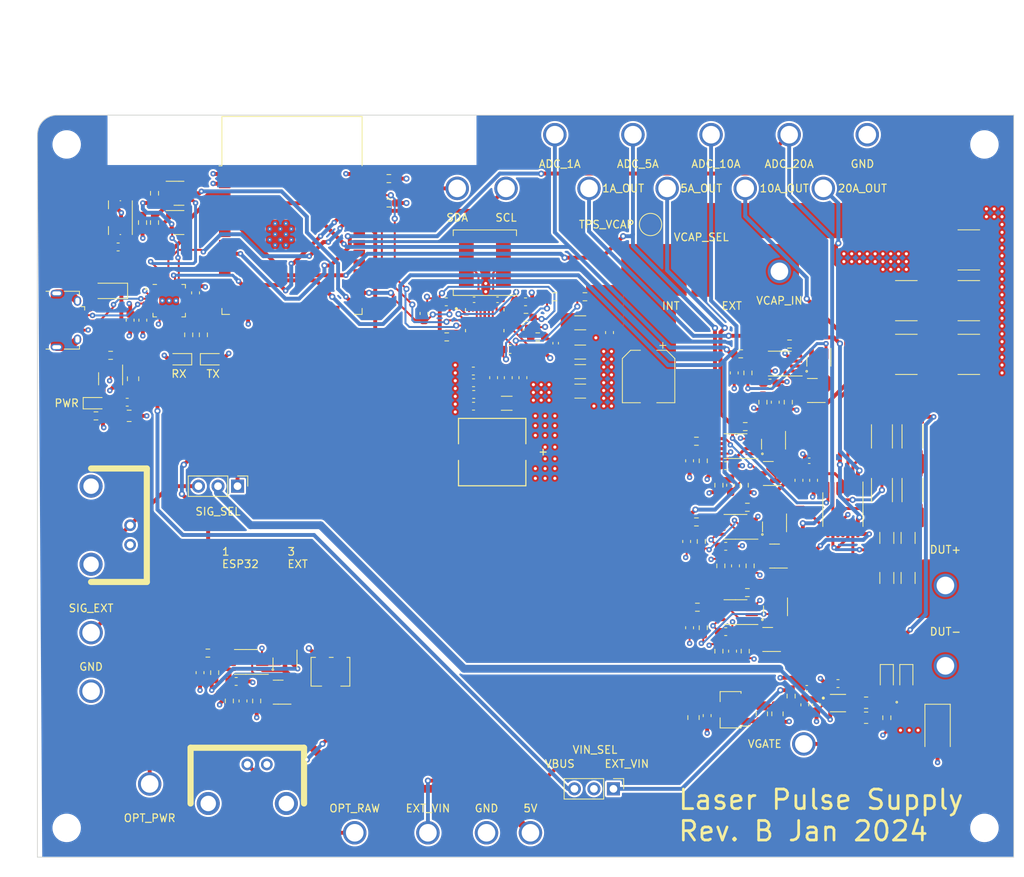
<source format=kicad_pcb>
(kicad_pcb (version 20240108) (generator "pcbnew") (generator_version "8.0")
  (layers (0 "F.Cu" signal) (1 "In1.Cu" signal) (2 "In2.Cu" signal) (31 "B.Cu" signal) (34 "B.Paste" user) (35 "F.Paste" user) (36 "B.SilkS" user "B.Silkscreen") (37 "F.SilkS" user "F.Silkscreen") (38 "B.Mask" user) (39 "F.Mask" user) (44 "Edge.Cuts" user))
  (net 0 "")
  (net 1 "GND")
  (net 2 "+3V3")
  (net 3 "Net-(U3-VPP)")
  (net 4 "/ESP32/RESET")
  (net 5 "+5V")
  (net 6 "Net-(U5-VDD)")
  (net 7 "Net-(D17-K)")
  (net 8 "VIN")
  (net 9 "Net-(U4A-VCC)")
  (net 10 "Net-(D12-K)")
  (net 11 "Net-(C27-Pad2)")
  (net 12 "Net-(D13-K)")
  (net 13 "Net-(C28-Pad2)")
  (net 14 "Net-(D14-K)")
  (net 15 "Net-(C31-Pad2)")
  (net 16 "Net-(D15-K)")
  (net 17 "Net-(C34-Pad2)")
  (net 18 "ADC_1A")
  (net 19 "ADC_5A")
  (net 20 "ADC_20A")
  (net 21 "Net-(C37-Pad2)")
  (net 22 "/Buck Boost Supply/Vcc")
  (net 23 "Net-(D3-K)")
  (net 24 "Net-(D4-K)")
  (net 25 "unconnected-(U12-FB-Pad14)")
  (net 26 "Net-(D8-A)")
  (net 28 "Net-(D12-A)")
  (net 29 "Net-(D9-A)")
  (net 31 "/Buck Boost Supply/SW1")
  (net 32 "Net-(D10-A)")
  (net 34 "Net-(D10-K)")
  (net 35 "Net-(D11-A)")
  (net 37 "Net-(D11-K)")
  (net 43 "unconnected-(J1-Shield-Pad6)")
  (net 44 "PULSE_IN")
  (net 45 "/Buck Boost Supply/BOOT1")
  (net 46 "Net-(U1-EN)")
  (net 47 "/Buck Boost Supply/COMP")
  (net 48 "Net-(C48-Pad1)")
  (net 49 "/ESP32/RTS")
  (net 50 "/ESP32/DTR")
  (net 51 "/Buck Boost Supply/SW2")
  (net 52 "/Buck Boost Supply/BOOT2")
  (net 53 "/Buck Boost Supply/ISN")
  (net 54 "/GaN FET and Current Sensing/OUTH")
  (net 55 "/GaN FET and Current Sensing/OUTL")
  (net 56 "/Buck Boost Supply/ISP")
  (net 57 "Net-(U7B--)")
  (net 58 "/Buck Boost Supply/Vout")
  (net 59 "Net-(U8A-+)")
  (net 60 "SENSE_1A")
  (net 61 "Net-(U9A-+)")
  (net 62 "SENSE_5A")
  (net 63 "Net-(U10A-+)")
  (net 64 "SENSE_10A")
  (net 65 "Net-(U11A-+)")
  (net 66 "SENSE_20A")
  (net 67 "Net-(U8B--)")
  (net 68 "Net-(U9B--)")
  (net 69 "Net-(U10B--)")
  (net 70 "Net-(U11B--)")
  (net 72 "Net-(D1-K)")
  (net 73 "Net-(D2-A)")
  (net 74 "Net-(D5-A)")
  (net 75 "Net-(D14-A)")
  (net 76 "Net-(JP2-A)")
  (net 77 "SCL")
  (net 78 "SDA")
  (net 79 "/ESP32/TXD0")
  (net 80 "/ESP32/RXD0")
  (net 81 "Net-(U3-TXT{slash}GPIO.0)")
  (net 82 "Net-(U3-RXT{slash}GPIO.1)")
  (net 83 "Net-(U4A--)")
  (net 84 "Net-(U4B--)")
  (net 85 "Net-(U4C--)")
  (net 86 "Net-(U7A-+)")
  (net 88 "Net-(J3-In)")
  (net 99 "/ESP32/GPIO0")
  (net 104 "EN{slash}UVLO")
  (net 107 "OPT_IN_ADC")
  (net 108 "Net-(D16-A)")
  (net 110 "Net-(Q1-Pad1)")
  (net 111 "Net-(Q2-Pad1)")
  (net 112 "Net-(D16-K)")
  (net 116 "VBUS")
  (net 129 "Net-(U12-FSW)")
  (net 130 "Net-(U12-CDC)")
  (net 131 "VCAP")
  (net 132 "/GaN FET and Current Sensing/vref")
  (net 133 "/GaN FET and Current Sensing/vout_5v")
  (net 134 "/ESP32/d-")
  (net 135 "/ESP32/d+")
  (net 136 "/GaN FET and Current Sensing/in+")
  (net 137 "/GaN FET and Current Sensing/vgate")
  (net 138 "/GaN FET and Current Sensing/sense_out")
  (net 139 "/GaN FET and Current Sensing/sig_ext")
  (net 140 "/Buck Boost Supply/tps_out")
  (net 141 "VCAP_EXT")
  (net 142 "ADC_10A")
  (footprint "DW_Library:Keystone-1502-2" (layer "F.Cu") (at 127 144.145)
    (property "Reference" "TP15" (hide yes))
    (property "Value" "EXT_VIN")
  )
  (footprint "Capacitor_SMD:C_0603_1608Metric_Pad1.08x0.95mm_HandSolder" (layer "F.Cu") (at 177.165 98.298 90)
    (property "Reference" "C14" (hide yes))
    (property "Value" "100n")
  )
  (footprint "DW_Library:PCAP_EEHZ_F_PAN" (layer "F.Cu") (at 135.3577 94.627 180)
    (property "Reference" "C45" (hide yes))
    (property "Value" "68u")
  )
  (footprint "Resistor_SMD:R_0603_1608Metric_Pad0.98x0.95mm_HandSolder" (layer "F.Cu") (at 168.148 98.933 -90)
    (property "Reference" "R35" (hide yes))
    (property "Value" "22")
  )
  (footprint "Package_TO_SOT_SMD:SOT-23" (layer "F.Cu") (at 172.085 108.1555 180)
    (property "Reference" "D15" (hide yes))
    (property "Value" "BAT17")
  )
  (footprint "Capacitor_SMD:C_0603_1608Metric_Pad1.08x0.95mm_HandSolder" (layer "F.Cu") (at 165.735 106.8855)
    (property "Reference" "C32" (hide yes))
    (property "Value" "100n")
  )
  (footprint "Capacitor_SMD:C_0603_1608Metric_Pad1.08x0.95mm_HandSolder" (layer "F.Cu") (at 161.036 117.475 -90)
    (property "Reference" "C36" (hide yes))
    (property "Value" "1u5")
  )
  (footprint "Resistor_SMD:R_2010_5025Metric_Pad1.40x2.65mm_HandSolder" (layer "F.Cu") (at 190.03 99.568 -90)
    (property "Reference" "R15" (hide yes))
    (property "Value" "0R06")
  )
  (footprint "Capacitor_SMD:C_0603_1608Metric_Pad1.08x0.95mm_HandSolder" (layer "F.Cu") (at 166.37 98.933 -90)
    (property "Reference" "C31" (hide yes))
    (property "Value" "10n")
  )
  (footprint "Capacitor_SMD:C_0603_1608Metric_Pad1.08x0.95mm_HandSolder" (layer "F.Cu") (at 167.005 109.4255 -90)
    (property "Reference" "C34" (hide yes))
    (property "Value" "10n")
  )
  (footprint "Capacitor_SMD:C_0603_1608Metric_Pad1.08x0.95mm_HandSolder" (layer "F.Cu") (at 132.9585 87.134 180)
    (property "Reference" "C42" (hide yes))
    (property "Value" "0u1")
  )
  (footprint "Diode_SMD:D_SMA" (layer "F.Cu") (at 193.294 130.937 -90)
    (property "Reference" "D7" (hide yes))
    (property "Value" "24V 1W")
  )
  (footprint "Resistor_SMD:R_0603_1608Metric_Pad0.98x0.95mm_HandSolder" (layer "F.Cu") (at 121.92 62.23)
    (property "Reference" "R6" (hide yes))
    (property "Value" "2k2")
  )
  (footprint "DW_Library:Keystone-1502-2" (layer "F.Cu") (at 83.185 118.11)
    (property "Reference" "TP9" (hide yes))
    (property "Value" "SIG_EXT")
  )
  (footprint "DW_Library:Keystone-1502-2" (layer "F.Cu") (at 173.99 53.34)
    (property "Reference" "TP21" (hide yes))
    (property "Value" "ADC_20A")
  )
  (footprint "DW_Library:3-FCLGA_3.2x2.2mm" (layer "F.Cu") (at 189.484 128.905 90)
    (property "Reference" "Q3" (hide yes))
    (property "Value" "GAN7R0-150LBE")
  )
  (footprint "Capacitor_SMD:C_0603_1608Metric_Pad1.08x0.95mm_HandSolder" (layer "F.Cu") (at 175.26 98.298 90)
    (property "Reference" "C15" (hide yes))
    (property "Value" "1u")
  )
  (footprint "Capacitor_SMD:C_0603_1608Metric_Pad1.08x0.95mm_HandSolder" (layer "F.Cu") (at 171.4965 85.654)
    (property "Reference" "C23" (hide yes))
    (property "Value" "100n")
  )
  (footprint "Resistor_SMD:R_0603_1608Metric_Pad0.98x0.95mm_HandSolder" (layer "F.Cu") (at 168.275 91.313)
    (property "Reference" "R33" (hide yes))
    (property "Value" "1k")
  )
  (footprint "Resistor_SMD:R_0603_1608Metric_Pad0.98x0.95mm_HandSolder" (layer "F.Cu") (at 162.052 114.808 180)
    (property "Reference" "R42" (hide yes))
    (property "Value" "10k")
  )
  (footprint "Capacitor_SMD:C_0603_1608Metric_Pad1.08x0.95mm_HandSolder" (layer "F.Cu") (at 87.884 88.138)
    (property "Reference" "C2" (hide yes))
    (property "Value" "0u1")
  )
  (footprint "LED_SMD:LED_0603_1608Metric_Pad1.05x0.95mm_HandSolder" (layer "F.Cu") (at 99.06 82.55)
    (property "Reference" "D3" (hide yes))
    (property "Value" "TX")
  )
  (footprint "Resistor_SMD:R_0603_1608Metric_Pad0.98x0.95mm_HandSolder" (layer "F.Cu") (at 147.4235 74.422)
    (property "Reference" "R51" (hide yes))
    (property "Value" "10")
  )
  (footprint "Resistor_SMD:R_1206_3216Metric_Pad1.30x1.75mm_HandSolder" (layer "F.Cu") (at 186.69 105.791 -90)
    (property "Reference" "R18" (hide yes))
    (property "Value" "0R03")
  )
  (footprint "Diode_SMD:D_SOD-323F" (layer "F.Cu") (at 186.69 123.868 -90)
    (property "Reference" "D6" (hide yes))
    (property "Value" "100V 200mA")
  )
  (footprint "Resistor_SMD:R_0603_1608Metric_Pad0.98x0.95mm_HandSolder" (layer "F.Cu") (at 161.925 93.218 180)
    (property "Reference" "R32" (hide yes))
    (property "Value" "10k")
  )
  (footprint "Resistor_SMD:R_0603_1608Metric_Pad0.98x0.95mm_HandSolder" (layer "F.Cu") (at 162.814 117.475 90)
    (property "Reference" "R41" (hide yes))
    (property "Value" "2k2")
  )
  (footprint "Resistor_SMD:R_1206_3216Metric_Pad1.30x1.75mm_HandSolder" (layer "F.Cu") (at 189.46 110.998 -90)
    (property "Reference" "R19" (hide yes))
    (property "Value" "0R015")
  )
  (footprint "Resistor_SMD:R_0603_1608Metric_Pad0.98x0.95mm_HandSolder" (layer "F.Cu") (at 91.44 60.96 90)
    (property "Reference" "R1" (hide yes))
    (property "Value" "10k")
  )
  (footprint "DW_Library:Keystone-1502-2" (layer "F.Cu") (at 117.475 144.145)
    (property "Reference" "TP22" (hide yes))
    (property "Value" "OPT_RAW")
  )
  (footprint "Resistor_SMD:R_0603_1608Metric_Pad0.98x0.95mm_HandSolder" (layer "F.Cu") (at 162.56 106.2505 90)
    (property "Reference" "R36" (hide yes))
    (property "Value" "2k2")
  )
  (footprint "Capacitor_SMD:C_0805_2012Metric_Pad1.18x1.45mm_HandSolder" (layer "F.Cu") (at 161.544 129.159 -90)
    (property "Reference" "C19" (hide yes))
    (property "Value" "4u7")
  )
  (footprint "DW_Library:Keystone-1502-2" (layer "F.Cu") (at 143.51 53.34)
    (property "Reference" "TP17" (hide yes))
    (property "Value" "ADC_1A")
  )
  (footprint "DW_Library:UCC27611DRVT" (layer "F.Cu") (at 180.34 127.2755)
    (property "Reference" "U5" (hide yes))
    (property "Value" "UCC27611DRVT")
  )
  (footprint "Resistor_SMD:R_0603_1608Metric_Pad0.98x0.95mm_HandSolder" (layer "F.Cu") (at 83.82 89.916 180)
    (property "Reference" "R4" (hide yes))
    (property "Value" "1k")
  )
  (footprint "Capacitor_SMD:C_0603_1608Metric_Pad1.08x0.95mm_HandSolder" (layer "F.Cu") (at 176.022 127.503 -90)
    (property "Reference" "C16" (hide yes))
    (property "Value" "1u")
  )
  (footprint "Capacitor_SMD:C_0603_1608Metric_Pad1.08x0.95mm_HandSolder" (layer "F.Cu") (at 135.546 84.9485 -90)
    (property "Reference" "C53" (hide yes))
    (property "Value" "1u")
  )
  (footprint "DW_Library:Keystone-1502-2" (layer "F.Cu") (at 134.62 144.145)
    (property "Reference" "TP16" (hide yes))
    (property "Value" "GND")
  )
  (footprint "Package_SO:MSOP-8_3x3mm_P0.65mm" (layer "F.Cu") (at 167.005 93.853 180)
    (property "Reference" "U9" (hide yes))
    (property "Value" "LTC6244CMS8")
  )
  (footprint "Package_SO:TSSOP-14_4.4x5mm_P0.65mm" (layer "F.Cu") (at 180.975 102.108 -90)
    (property "Reference" "U4" (hide yes))
    (property "Value" "MAX4378")
  )
  (footprint "Resistor_SMD:R_0603_1608Metric_Pad0.98x0.95mm_HandSolder" (layer "F.Cu") (at 173.8755 88.138 -90)
    (property "Reference" "R29" (hide yes))
    (property "Value" "22")
  )
  (footprint "Resistor_SMD:R_1206_3216Metric_Pad1.30x1.75mm_HandSolder" (layer "F.Cu") (at 186.69 110.998 -90)
    (property "Reference" "R20" (hide yes))
    (property "Value" "0R015")
  )
  (footprint "Button_Switch_SMD:SW_Push_1P1T-SH_NO_CK_KMR2xxG" (layer "F.Cu") (at 86.995 64.135 90)
    (property "Reference" "SW1" (hide yes))
    (property "Value" "KMR211GLFS")
  )
  (footprint "Capacitor_SMD:C_1206_3216Metric_Pad1.33x1.80mm_HandSolder" (layer "F.Cu") (at 146.812 81.620126)
    (property "Reference" "C56" (hide yes))
    (property "Value" "10u")
  )
  (footprint "DW_Library:Keystone-1502-2" (layer "F.Cu") (at 90.805 137.795)
    (property "Reference" "TP18" (hide yes))
    (property "Value" "OPT_PEAK")
  )
  (footprint "Package_TO_SOT_SMD:SOT-23-5" (layer "F.Cu") (at 85.725 85.09 -90)
    (property "Reference" "U1" (hide yes))
    (property "Value" "AP2112K-3.3")
  )
  (footprint "Resistor_SMD:R_0603_1608Metric_Pad0.98x0.95mm_HandSolder" (layer "F.Cu") (at 121.92 59.055)
    (property "Reference" "R7" (hide yes))
    (property "Value" "2k2")
  )
  (footprint "DW_Library:BNC_Molex_0731375003" (layer "F.Cu") (at 103.505 140.335)
    (property "Reference" "J3" (hide yes))
    (property "Value" "OPT_PWR")
  )
  (footprint "Capacitor_SMD:C_2220_5650Metric" (layer "F.Cu") (at 197.358 68.326)
    (property "Reference" "C11" (hide yes))
    (property "Value" "47u")
  )
  (footprint "Capacitor_SMD:C_0402_1005Metric_Pad0.74x0.62mm_HandSolder" (layer "F.Cu") (at 176.5975 95.758)
    (property "Reference" "FB1" (hide yes))
    (property "Value" "330R 700mA")
  )
  (footprint "Package_TO_SOT_SMD:SOT-23" (layer "F.Cu") (at 172.212 115.2675 -90)
    (property "Reference" "D16" (hide yes))
    (property "Value" "BAT17")
  )
  (footprint "Capacitor_SMD:C_0805_2012Metric_Pad1.18x1.45mm_HandSolder" (layer "F.Cu") (at 170.434 128.6725 -90)
    (property "Reference" "C21" (hide yes))
    (property "Value" "4u7")
  )
  (footprint "MountingHole:MountingHole_3.5mm" (layer "F.Cu") (at 199.39 54.61)
    (property "Reference" "H2" (hide yes))
    (property "Value" "MountingHole")
  )
  (footprint "Capacitor_SMD:C_1206_3216Metric_Pad1.33x1.80mm_HandSolder" (layer "F.Cu") (at 146.812 86.700126)
    (property "Reference" "C54" (hide yes))
    (property "Value" "10u")
  )
  (footprint "Potentiometer_SMD:Potentiometer_Bourns_3214X_Vertical" (layer "F.Cu") (at 114.42 123.2)
    (property "Reference" "RV1" (hide yes))
    (property "Value" "2k")
  )
  (footprint "Capacitor_SMD:C_0603_1608Metric_Pad1.08x0.95mm_HandSolder" (layer "F.Cu") (at 172.178 88.138 -90)
    (property "Reference" "C27" (hide yes))
    (property "Value" "10n")
  )
  (footprint "Capacitor_SMD:C_0603_1608Metric_Pad1.08x0.95mm_HandSolder" (layer "F.Cu") (at 139.356 84.9485 -90)
    (property "Reference" "C51" (hide yes))
    (property "Value" "0u1")
  )
  (footprint "Capacitor_SMD:C_0603_1608Metric_Pad1.08x0.95mm_HandSolder" (layer "F.Cu") (at 166.624 120.523 -90)
    (property "Reference" "C37" (hide yes))
    (property "Value" "10n")
  )
  (footprint "Package_SO:MSOP-8_3x3mm_P0.65mm" (layer "F.Cu") (at 167.005 115.443 180)
    (property "Reference" "U11" (hide yes))
    (property "Value" "LTC6244CMS8")
  )
  (footprint "Package_SO:MSOP-8_3x3mm_P0.65mm" (layer "F.Cu") (at 167.005 104.3455 180)
    (property "Reference" "U10" (hide yes))
    (property "Value" "LTC6244CMS8")
  )
  (footprint "Diode_SMD:D_SOD-323F" (layer "F.Cu") (at 189.23 123.868 -90)
    (property "Reference" "D5" (hide yes))
    (property "Value" "100V 200mA")
  )
  (footprint "Resistor_SMD:R_0603_1608Metric_Pad0.98x0.95mm_HandSolder" (layer "F.Cu") (at 162.814 95.758 90)
    (property "Reference" "R31" (hide yes))
    (property "Value" "2k2")
  )
  (footprint "MountingHole:MountingHole_3.5mm" (layer "F.Cu") (at 199.39 143.51)
    (property "Reference" "H3" (hide yes))
    (property "Value" "MountingHole")
  )
  (footprint "DW_Library:Keystone-1502-2" (layer "F.Cu") (at 130.81 60.325)
    (property "Reference" "TP2" (hide yes))
    (property "Value" "SDA")
  )
  (footprint "DW_Library:Keystone-1502-2" (layer "F.Cu") (at 194.31 122.428)
    (property "Reference" "TP7" (hide yes))
    (property "Value" "DUT-")
  )
  (footprint "Capacitor_SMD:C_0603_1608Metric_Pad1.08x0.95mm_HandSolder" (layer "F.Cu") (at 137.451 84.9485 -90)
    (property "Reference" "C52" (hide yes))
    (property "Value" "0u1")
  )
  (footprint "Diode_SMD:D_SOD-123F" (layer "F.Cu") (at 85.725 73.66 180)
    (property "Reference" "D2" (hide yes))
    (property "Value" "MBR120")
  )
  (footprint "DW_Library:Keystone-1502-2" (layer "F.Cu") (at 140.335 144.145)
    (property "Reference" "TP14" (hide yes))
    (property "Value" "5V")
  )
  (footprint "DW_Library:Keystone-1502-2" (layer "F.Cu") (at 153.67 53.34)
    (property "Reference" "TP19" (hide yes))
    (property "Value" "ADC_5A")
  )
  (footprint "Resistor_SMD:R_0603_1608Metric_Pad0.98x0.95mm_HandSolder" (layer "F.Cu") (at 99.26375 123.317 90)
    (property "Reference" "R23" (hide yes))
    (property "Value" "2k2")
  )
  (footprint "Capacitor_SMD:C_2220_5650Metric" (layer "F.Cu") (at 189.23 81.915 180)
    (property "Reference" "C8" (hide yes))
    (property "Value" "47u")
  )
  (footprint "Capacitor_SMD:C_0603_1608Metric_Pad1.08x0.95mm_HandSolder" (layer "F.Cu") (at 86.705 67.945 180)
    (property "Reference" "C4" (hide yes))
    (property "Value" "0u1")
  )
  (footprint "Capacitor_SMD:C_2220_5650Metric" (layer "F.Cu") (at 189.23 74.93 180)
    (property "Reference" "C9" (hide yes))
    (property "Value" "47u")
  )
  (footprint "Capacitor_SMD:C_0603_1608Metric_Pad1.08x0.95mm_HandSolder" (layer "F.Cu") (at 161.036 95.758 -90)
    (property "Reference" "C30" (hide yes))
    (property "Value" "1u5")
  )
  (footprint "Capacitor_SMD:C_0603_1608Metric_Pad1.08x0.95mm_HandSolder" (layer "F.Cu") (at 132.932 88.658 180)
    (property "Reference" "C43" (hide yes))
    (property "Value" "0u1")
  )
  (footprint "Resistor_SMD:R_0805_2012Metric_Pad1.20x1.40mm_HandSolder" (layer "F.Cu") (at 183.9976 129.1805)
    (property "Reference" "R13" (hide yes))
    (property "Value" "10")
  )
  (footprint "Capacitor_SMD:C_0603_1608Metric_Pad1.08x0.95mm_HandSolder" (layer "F.Cu") (at 150.622 79.080126 -90)
    (property "Reference" "C57" (hide yes))
    (property "Value" "1u")
  )
  (footprint "Capacitor_SMD:C_0603_1608Metric_Pad1.08x0.95mm_HandSolder" (layer "F.Cu") (at 132.932 85.61 180)
    (property "Reference" "C41" (hide yes))
    (property "Value" "0u1")
  )
  (footprint "Capacitor_SMD:C_0603_1608Metric_Pad1.08x0.95mm_HandSolder" (layer "F.Cu") (at 139.7 75.0824)
    (property "Reference" "C38" (hide yes))
    (property "Value" "4u7")
  )
  (footprint "DW_Library:BNC_Molex_0731375003" (layer "F.Cu") (at 83.185 104.14 -90)
    (property "Reference" "J2" (hide yes))
    (property "Value" "SIG_EXT")
  )
  (footprint "DW_Library:Keystone-1502-2" (layer "F.Cu") (at 147.955 60.325)
    (property "Reference" "TP8" (hide yes))
    (property "Value" "1A_OUT")
  )
  (footprint "Capacitor_SMD:C_2220_5650Metric" (layer "F.Cu") (at 197.358 74.93)
    (property "Reference" "C10" (hide yes))
    (property "Value" "47u")
  )
  (footprint "Capacitor_SMD:C_0603_1608Metric_Pad1.08x0.95mm_HandSolder" (layer "F.Cu") (at 166.844 84.328 -90)
    (property "Reference" "C25" (hide yes))
    (property "Value" "1u5")
  )
  (footprint "Resistor_SMD:R_0603_1608Metric_Pad0.98x0.95mm_HandSolder" (layer "F.Cu") (at 104.72475 127 -90)
    (property "Reference" "R28" (hide yes))
    (property "Value" "1M")
  )
  (footprint "Capacitor_SMD:C_0603_1608Metric_Pad1.08x0.95mm_HandSolder" (layer "F.Cu") (at 97.35875 123.317 -90)
    (property "Reference" "C26" (hide yes))
    (property "Value" "1u5")
  )
  (footprint "Capacitor_SMD:C_1206_3216Metric_Pad1.33x1.80mm_HandSolder" (layer "F.Cu") (at 137.25 88.277)
    (property "Reference" "C44" (hide yes))
    (property "Value" "10u")
  )
  (footprint "Inductor_SMD:L_Coilcraft_XAL7070-XXX" (layer "F.Cu") (at 134.406 69.989)
    (property "Reference" "L1" (hide yes))
    (property "Value" "4u7")
  )
  (footprint "Package_TO_SOT_SMD:SOT-23" (layer "F.Cu") (at 172.085 104.3455 -90)
    (property "Reference" "D14" (hide yes))
    (property "Value" "BAT17")
  )
  (footprint "Capacitor_SMD:C_0603_1608Metric_Pad1.08x0.95mm_HandSolder" (layer "F.Cu") (at 177.546 127.503 -90)
    (property "Reference" "C17" (hide yes))
    (property "Value" "0u1")
  )
  (footprint "Resistor_SMD:R_0603_1608Metric_Pad0.98x0.95mm_HandSolder" (layer "F.Cu") (at 165.1 109.4255 90)
    (property "Reference" "R40" (hide yes))
    (property "Value" "22")
  )
  (footprint "Package_DFN_QFN:QFN-24-1EP_4x4mm_P0.5mm_EP2.6x2.6mm" (layer "F.Cu") (at 93.345 74.93)
    (property "Reference" "U3" (hide yes))
    (property "Value" "CP2104")
  )
  (footprint "Resistor_SMD:R_0603_1608Metric_Pad0.98x0.95mm_HandSolder" (layer "F.Cu") (at 167.6865 81.844 180)
    (property "Reference" "R24" (hide yes))
    (property "Value" "10k")
  )
  (footprint "DW_Library:Keystone-1502-2" (layer "F.Cu") (at 172.72 71.12)
    (property "Reference" "TP3" (hide yes))
    (property "Value" "VCAP_IN")
  )
  (footprint "TestPoint:TestPoint_Pad_D2.5mm" (layer "F.Cu") (at 155.956 65.024)
    (property "Reference" "TP23" (hide yes))
    (property "Value" "TPS_VCAP")
  )
  (footprint "DW_Library:Keystone-1502-2" (layer "F.Cu") (at 194.31 111.973)
    (property "Reference" "TP5" (hide yes))
    (property "Value" "DUT+")
  )
  (footprint "Resistor_SMD:R_1206_3216Metric_Pad1.30x1.75mm_HandSolder" (layer "F.Cu") (at 189.46 105.791 -90)
    (property "Reference" "R17" (hide yes))
    (property "Value" "0R03")
  )
  (footprint "DW_Library:Keystone-1502-2" (layer "F.Cu") (at 184.15 53.34)
    (property "Reference" "TP4" (hide yes))
    (property "Value" "GND")
  )
  (footprint "Package_TO_SOT_SMD:SOT-23" (layer "F.Cu") (at 94.615 64.77)
    (property "Reference" "Q2" (hide yes))
    (property "Value" "MMBT2222*")
  )
  (footprint "DW_Library:Keystone-1502-2" (layer "F.Cu") (at 163.83 53.34)
    (property "Reference" "TP20" (hide yes))
    (property "Value" "ADC_10A")
  )
  (footprint "Package_TO_SOT_SMD:SOT-23" (layer "F.Cu") (at 107.51875 125.857 180)
    (property "Reference" "D11" (hide yes))
    (property "Value" "BAT17")
  )
  (footprint "Capacitor_SMD:C_0402_1005Metric_Pad0.74x0.62mm_HandSolder" (layer "F.Cu") (at 133.006 74.815 180)
    (property "Reference" "C46" (hide yes))
    (property "Value" "0u1")
  )
  (footprint "Capacitor_SMD:C_0603_1608Metric_Pad1.08x0.95mm_HandSolder" (layer "F.Cu") (at 88.265 77.47 -90)
    (property "Reference" "C5" (hide yes))
    (property "Value" "1u")
  )
  (footprint "Resistor_SMD:R_0805_2012Metric_Pad1.20x1.40mm_HandSolder" (layer "F.Cu") (at 183.9976 127.2286)
    (property "Reference" "R12" (hide yes))
    (property "Value" "10")
  )
  (footprint "Resistor_SMD:R_2010_5025Metric_Pad1.40x2.65mm_HandSolder" (layer "F.Cu") (at 190.03 92.583 -90)
    (property "Reference" "R10" (hide yes))
    (property "Value" "0R3")
  )
  (footprint "Capacitor_SMD:C_0402_1005Metric_Pad0.74x0.62mm_HandSolder" (layer "F.Cu") (at 139.4155 78.371)
    (property "Reference" "C47" (hide yes))
    (property "Value" "100p")
  )
  (footprint "Package_TO_SOT_SMD:SOT-89-3" (layer "F.Cu") (at 166.37 128.143 180)
    (property "Reference" "U6" (hide yes))
    (property "Value" "MCP1703T-5002E/MB")
  )
  (footprint "Capacitor_SMD:C_0603_1608Metric_Pad1.08x0.95mm_HandSolder" (layer "F.Cu") (at 89.916 77.47 -90)
    (property "Reference" "C6" (hide yes))
    (property "Value" "0u1")
  )
  (footprint "DW_Library:Keystone-1502-2" (layer "F.Cu") (at 168.275 60.325)
    (property "Reference" "TP12" (hide yes))
    (property "Value" "10A_OUT")
  )
  (footprint "Package_SO:MSOP-8_3x3mm_P0.65mm" (layer "F.Cu") (at 172.7665 83.114 180)
    (property "Reference" "U7" (hide yes))
    (property "Value" "LTC6244CMS8")
  )
  (footprint "Resistor_SMD:R_0603_1608Metric_Pad0.98x0.95mm_HandSolder" (layer "F.Cu") (at 129.45 79.641 180)
    (property "Reference" "R48" (hide yes))
    (property "Value" "49k9")
  )
  (footprint "Capacitor_SMD:C_0603_1608Metric_Pad1.08x0.95mm_HandSolder" (layer "F.Cu") (at 102.94675 127 -90)
    (property "Reference" "C28" (hide yes))
    (property "Value" "10n")
  )
  (footprint "DW_Library:Keystone-1502-2" (layer "F.Cu") (at 175.895 132.588)
    (property "Reference" "TP6" (hide yes))
    (property "Value" "VGATE")
  )
  (footprint "Package_TO_SOT_SMD:SOT-23" (layer "F.Cu") (at 171.196 118.999 180)
    (property "Reference" "D17" (hide yes))
    (property "Value" "BAT17")
  )
  (footprint "DW_Library:USB_Micro-B_Amphenol_10118194_Horizontal" (layer "F.Cu") (at 80.01 77.47 -90)
    (property "Reference" "J1" (hide yes))
    (property "Value" "USB_B_Micro")
  )
  (footprint "Resistor_SMD:R_0603_1608Metric_Pad0.98x0.95mm_HandSolder" (layer "F.Cu") (at 97.79 79.375 -90)
    (property "Reference" "R8" (hide yes))
    (property "Value" "1k")
  )
  (footprint "DW_Library:Keystone-1502-2" (layer "F.Cu") (at 137.16 60.325)
    (property "Reference" "TP1" (hide yes))
    (property "Value" "SCL")
  )
  (footprint "Resistor_SMD:R_0603_1608Metric_Pad0.98x0.95mm_HandSolder" (layer "F.Cu") (at 168.5525 101.8055 180)
    (property "Reference" "R38" (hide yes))
    (property "Value" "1k")
  )
  (footprint "Resistor_SMD:R_0603_1608Metric_Pad0.98x0.95mm_HandSolder" (layer "F.Cu") (at 170.5735 88.138 -90)
    (property "Reference" "R27" (hide yes))
    (property "Value" "1M")
  )
  (footprint "Capacitor_SMD:C_0603_1608Metric_Pad1.08x0.95mm_HandSolder" (layer "F.Cu") (at 165.735 96.393)
    (property "Reference" "C29" (hide yes))
    (property "Value" "100n")
  )
  (footprint "Connector_PinHeader_2.54mm:PinHeader_1x03_P2.54mm_Vertical" (layer "F.Cu") (at 151.13 138.43 -90)
    (property "Reference" "JP2" (hide yes))
    (property "Value" "VIN_SEL")
  )
  (footprint "Capacitor_SMD:C_0603_1608Metric_Pad1.08x0.95mm_HandSolder" (layer "F.Cu") (at 165.735 117.983)
    (property "Reference" "C35" (hide yes))
    (property "Value" "100n")
  )
  (footprint "Resistor_SMD:R_0603_1608Metric_Pad0.98x0.95mm_HandSolder" (layer "F.Cu") (at 161.925 103.7105 180)
    (property "Reference" "R37" (hide yes))
    (property "Value" "10k")
  )
  (footprint "MountingHole:MountingHole_3.5mm" (layer "F.Cu") (at 80.01 143.51)
    (property "Reference" "H4" (hide yes))
    (property "Value" "MountingHole")
  )
  (footprint "Package_TO_SOT_SMD:SOT-23" (layer "F.Cu") (at 177.004 86.614 180)
    (property "Reference" "D10" (hide yes))
    (property "Value" "BAT17")
  )
  (footprint "Resistor_SMD:R_0603_1608Metric_Pad0.98x0.95mm_HandSolder" (layer "F.Cu") (at 168.5525 112.903 180)
    (property "Reference" "R43" (hide yes))
    (property "Value" "1k")
  )
  (footprint "Package_TO_SOT_SMD:SOT-23" (layer "F.Cu") (at 171.958 93.599 -90)
    (property "Reference" "D12" (hide yes))
    (property "Value" "BAT17")
  )
  (footprint "Capacitor_SMD:C_0805_2012Metric_Pad1.18x1.45mm_HandSolder" (layer "F.Cu") (at 88.138 89.916)
    (property "Reference" "C3" (hide yes))
    (property "Value" "10u")
  )
  (footprint "Resistor_SMD:R_0603_1608Metric_Pad0.98x0.95mm_HandSolder" (layer "F.Cu") (at 168.91 109.4255 -90)
    (property "Reference" "R39" (hide yes))
    (property "Value" "1M")
  )
  (footprint "DW_Library:custom_jumper" (layer "F.Cu") (at 162.56 71.12)
    (property "Reference" "JP3" (hide yes))
    (property "Value" "VCAP_SEL")
  )
  (footprint "Resistor_SMD:R_0603_1608Metric_Pad0.98x0.95mm_HandSolder" (layer "F.Cu") (at 139.7605 77.101)
    (property "Reference" "R49" (hide yes))
    (property "Value" "150k")
  )
  (footprint "Resistor_SMD:R_0603_1608Metric_Pad0.98x0.95mm_HandSolder" (layer "F.Cu") (at 98.37475 120.777 180)
    (property "Reference" "R25" (hide yes))
    (property "Value" "10k")
  )
  (footprint "Resistor_SMD:R_0603_1608Metric_Pad0.98x0.95mm_HandSolder" (layer "F.Cu") (at 168.622 84.328 90)
    (property "Reference" "R22" (hide yes))
    (property "Value" "2k2")
  )
  (footprint "Resistor_SMD:R_0603_1608Metric_Pad0.98x0.95mm_HandSolder" (layer "F.Cu") (at 101.16875 127 90)
    (property "Reference" "R30" (hide yes))
    (property "Value" "22")
  )
  (footprint "DW_Library:Keystone-1502-2" (layer "F.Cu") (at 158.115 60.325)
    (property "Reference" "TP11" (hide yes))
    (property "Value" "5A_OUT")
  )
  (footprint "DW_Library:Keystone-1502-2" (layer "F.Cu") (at 83.185 125.73)
    (property "Reference" "TP10" (hide yes))
    (property "Value" "GND")
  )
  (footprint "Package_TO_SOT_SMD:SOT-23" (layer "F.Cu") (at 171.2745 97.409 180)
    (property "Reference" "D13" (hide yes))
    (property "Value" "BAT17")
  )
  (footprint "LED_SMD:LED_0603_1608Metric_Pad1.05x0.95mm_HandSolder" (layer "F.Cu") (at 83.82 88.265)
    (property "Reference" "D1" (hide yes))
    (property "Value" "PWR")
  )
  (footprint "Resistor_SMD:R_0603_1608Metric_Pad0.98x0.95mm_HandSolder" (layer "F.Cu") (at 174.0365 80.574 180)
    (property "Reference" "R26" (hide yes))
    (property "Value" "1k")
  )
  (footprint "Capacitor_SMD:C_0603_1608Metric_Pad1.08x0.95mm_HandSolder" (layer "F.Cu") (at 102.05775 124.46)
    (property "Reference" "C24" (hide yes))
    (property "Value" "100n")
  )
  (footprint "Resistor_SMD:R_0603_1608Metric_Pad0.98x0.95mm_HandSolder" (layer "F.Cu") (at 168.275 120.523 -90)
    (property "Reference" "R44" (hide yes))
    (property "Value" "1M")
  )
  (footprint "Resistor_SMD:R_0603_1608Metric_Pad0.98x0.95mm_HandSolder" (layer "F.Cu") (at 164.846 120.523 90)
    (property "Reference" "R45" (hide yes))
    (property "Value" "22")
  )
  (footprint "Capacitor_SMD:C_0805_2012Metric_Pad1.18x1.45mm_HandSolder" (layer "F.Cu") (at 172.466 128.6725 -90)
    (property "Reference" "C22" (hide yes))
    (property "Value" "4u7")
  )
  (footprint "Capacitor_SMD:C_0402_1005Metric_Pad0.74x0.62mm_HandSolder" (layer "F.Cu") (at 136.054 74.815)
    (property "Reference" "C49" (hide yes))
    (property "Value" "0u1")
  )
  (footprint "Capacitor_SMD:C_0805_2012Metric_Pad1.18x1.45mm_HandSolder" (layer "F.Cu") (at 88.646 85.09 -90)
    (property "Reference" "C1" (hide yes))
    (property "Value" "10u")
  )
  (footprint "Capacitor_SMD:C_0603_1608Metric_Pad1.08x0.95mm_HandSolder" (layer "F.Cu") (at 180.34 124.7355 180)
    (property "Reference" "C18" (hide yes))
    (property "Value" "0u1")
  )
  (footprint "Capacitor_SMD:C_2220_5650Metric" (layer "F.Cu") (at 197.358 81.915)
    (property "Reference" "C12" (hide yes))
    (property "Value" "47u")
  )
  (footprint "Resistor_SMD:R_0603_1608Metric_Pad0.98x0.95mm_HandSolder" (layer "F.Cu") (at 164.846 98.933 -90)
    (property "Reference" "R34" (hide yes))
    (property "Value" "1M")
  )
  (footprint "Package_TO_SOT_SMD:SOT-23" (layer "F.Cu") (at 177.8465 82.804 -90)
    (property "Reference" "D8" (hide yes))
    (property "Value" "BAT17")
  )
  (footprint "Capacitor_SMD:C_1206_3216Metric_Pad1.33x1.80mm_HandSolder" (layer "F.Cu") (at 146.812 84.160126)
    (property "Reference" "C55" (hide yes))
    (property "Value" "10u")
  )
  (footprint "Resistor_SMD:R_0603_1608Metric_Pad0.98x0.95mm_HandSolder" (layer "F.Cu") (at 95.885 79.375 -90)
    (property "Reference" "R9" (hide yes))
    (property "Value" "1k")
  )
  (footprint "Resistor_SMD:R_2010_5025Metric_Pad1.40x2.65mm_HandSolder" (layer "F.Cu") (at 186.055 92.583 -90)
    (property "Reference" "R11" (hide yes))
    (property "Value" "0R3")
  )
  (footprint "LED_SMD:LED_0603_1608Metric_Pad1.05x0.95mm_HandSolder" (layer "F.Cu") (at 94.615 82.55 180)
    (property "Reference" "D4" (hide yes))
    (property "Value" "RX")
  )
  (footprint "Resistor_SMD:R_2010_5025Metric_Pad1.40x2.65mm_HandSolder" (layer "F.Cu") (at 186.055 99.568 -90)
    (property "Reference" "R16" (hide yes))
    (property "Value" "0R06")
  )
  (footprint "Resistor_SMD:R_0603_1608Metric_Pad0.98x0.95mm_HandSolder" (layer "F.Cu") (at 143.51 74.422)
    (property "Reference" "R50" (hide yes))
    (property "Value" "10")
  )
  (footprint "Resistor_SMD:R_0603_1608Metric_Pad0.98x0.95mm_HandSolder" (layer "F.Cu") (at 89.88 64.77 -90)
    (property "Reference" "R2" (hide yes))
    (property "Value" "10k")
  )
  (footprint "Capacitor_SMD:C_0603_1608Metric_Pad1.08x0.95mm_HandSolder" (layer "F.Cu") (at 137.668 81.28 180)
    (property "Reference" "C50" (hide yes))
    (property "Value" "0u22")
  )
  (footprint "Package_TO_SOT_SMD:SOT-23" (layer "F.Cu") (at 108.40775 122.047 -90)
    (property "Reference" "D9" (hide yes))
    (property "Value" "BAT17")
  )
  (footprint "Capacitor_SMD:C_0603_1608Metric_Pad1.08x0.95mm_HandSolder" (layer "F.Cu") (at 132.9055 84.086 180)
    (property "Reference" "C40" (hide yes))
    (property "Value" "0u1")
  )
  (footprint "MountingHole:MountingHole_3.5mm" (layer "F.Cu") (at 80.01 54.61)
    (property "Reference" "H1" (hide yes))
    (property "Value" "MountingHole")
  )
  (footprint "Capacitor_SMD:C_0402_1005Metric_Pad0.74x0.62mm_HandSolder" (layer "F.Cu") (at 176.276 125.349)
    (property "Reference" "FB2" (hide yes))
    (property "Value" "330R 700mA")
  )
  (footprint "Capacitor_SMD:C_0603_1608Metric_Pad1.08x0.95mm_HandSolder" (layer "F.Cu") (at 160.655 106.2505 -90)
    (property "Reference" "C33" (hide yes))
    (property "Value" "1u5")
  )
  (footprint "Resistor_SMD:R_0603_1608Metric_Pad0.98x0.95mm_HandSolder" (layer "F.Cu") (at 85.725 82.042 180)
    (property "Reference" "R3" (hide yes))
    (property "Value" "100k")
  )
  (footprint "Package_SO:MSOP-8_3x3mm_P0.65mm" (layer "F.Cu") (at 103.32775 121.92 180)
    (property "Reference" "U8" (hide yes))
    (property "Value" "LTC6244CMS8")
  )
  (footprint "Capacitor_SMD:C_0603_1608Metric_Pad1.08x0.95mm_HandSolder" (layer "F.Cu") (at 163.322 128.905 -90)
    (property "Reference" "C20" (hide yes))
    (property "Value" "1u")
  )
  (footprint "Capacitor_SMD:C_0603_1608Metric_Pad1.08x0.95mm_HandSolder" (layer "F.Cu") (at 126.492 76.593 90)
    (property "Reference" "C59" (hide yes))
    (property "Value" "0u1")
  )
  (footprint "Capacitor_SMD:C_0603_1608Metric_Pad1.08x0.95mm_HandSolder" (layer "F.Cu") (at 96.774 73.914 90)
    (property "Reference" "C7" (hide yes))
    (property "Value" "0u1")
  )
  (footprint "Capacitor_SMD:CP_Elec_6.3x5.8" (layer "F.Cu") (at 155.702 84.795126 -90)
    (property "Reference" "C58" (hide yes))
    (property "Value" "100u")
  )
  (footprint "Resistor_SMD:R_0603_1608Metric_Pad0.98x0.95mm_HandSolder" (layer "F.Cu") (at 186.69 129.1805 -90)
    (property "Reference" "R14" (hide yes))
    (property "Value" "10k")
  )
  (footprint "Resistor_SMD:R_0603_1608Metric_Pad0.98x0.95mm_HandSolder" (layer "F.Cu") (at 91.44 64.77 -90)
    (property "Reference" "R5" (hide yes))
    (property "Value" "10k")
  )
  (footprint "Resistor_SMD:R_0603_1608Metric_Pad0.98x0.95mm_HandSolder" (layer "F.Cu") (at 174.244 126.365 -90)
    (property "Reference" "R21" (hide yes))
    (property "Value" "0")
  )
  (footprint "RF_Module:ESP32-WROOM-32D" (layer "F.Cu") (at 109.32 66.8362)
    (property "Reference" "U2" (hide yes))
    (property "Value" "ESP32-WROOM-32D")
  )
  (footprint "Resistor_SMD:R_1206_3216Metric_Pad1.30x1.75mm_HandSolder" (layer "F.Cu") (at 146.812 77.810126)
    (property "Reference" "R52" (hide yes))
    (property "Value" "10m")
  )
  (footprint "Capacitor_SMD:C_0603_1608Metric_Pad1.08x0.95mm_HandSolder" (layer "F.Cu") (at 129.3876 75.0824 180)
    (property "Reference" "C39" (hide yes))
    (property "Value" "0u1")
  )
  (footprint "DW_Library:CONV_TPS552892RYQR" (layer "F.Cu") (at 134.39 77.47)
    (property "Reference" "U12" (hide yes))
    (property "Value" "TPS552892RYQR")
  )
  (footprint "Capacitor_SMD:C_0402_1005Metric_Pad0.74x0.62mm_HandSolder" (layer "F.Cu") (at 143.6145 80.4625 -90)
    (property "Reference" "C48" (hide yes))
    (property "Value" "4700p")
  )
  (footprint "Package_TO_SOT_SMD:SOT-23" (layer "F.Cu") (at 94.615 60.96)
    (property "Reference" "Q1" (hide yes))
    (property "Value" "MMBT2222*")
  )
  (footprint "DW_Library:Keystone-1502-2" (layer "F.Cu") (at 178.435 60.325)
    (property "Reference" "TP13" (hide yes))
    (property "Value" "20A_OUT")
  )
  (footprint "Connector_PinHeader_2.54mm:PinHeader_1x03_P2.54mm_Vertical" (layer "F.Cu") (at 102.235 99.06 -90)
    (property "Reference" "JP1" (hide yes))
    (property "Value" "SIG_SEL")
  )
  (footprint "Resistor_SMD:R_0603_1608Metric_Pad0.98x0.95mm_HandSolder" (layer "F.Cu") (at 141.2845 79.641)
    (property "Reference" "R47" (hide yes))
    (property "Value" "27k4")
  )
  (gr_line (start 203.2 50.8) (end 203.2 147.32) (stroke (width 0.1)) (layer "Edge.Cuts"))
  (gr_line (start 203.2 147.32) (end 76.2 147.32) (stroke (width 0.1)) (layer "Edge.Cuts"))
  (gr_line (start 78.74 50.8) (end 203.2 50.8) (stroke (width 0.1)) (layer "Edge.Cuts"))
  (gr_line (start 76.2 147.32) (end 76.2 53.34) (stroke (width 0.1)) (layer "Edge.Cuts"))
  (gr_arc (start 76.2 53.34) (mid 76.943949 51.543949) (end 78.74 50.8) (stroke (width 0.1)) (layer "Edge.Cuts"))
  (gr_text "INT		EXT" (at 157.353 76.2 0) (layer "F.SilkS") (effects (font (size 1 1)) (justify left bottom)))
  (gr_text "1		 3\nESP32	 EXT" (at 100.1268 109.7788 0) (layer "F.SilkS") (effects (font (size 1 1)) (justify left bottom)))
  (gr_text "Laser Pulse Supply\nRev. B Jan 2024" (at 159.385 145.415 0) (layer "F.SilkS") (effects (font (size 2.54 2.54) (thickness 0.3556)) (justify left bottom)))
  (gr_text "VBUS	EXT_VIN" (at 142.128 135.763 0) (layer "F.SilkS") (effects (font (size 1 1)) (justify left bottom)))
  (segment (start 104.72475 127.9125) (end 104.72475 129.159) (width 0.508) (layer "F.Cu") (net 1))
  (segment (start 168.148 99.8455) (end 169.3145 99.8455) (width 0.508) (layer "F.Cu") (net 1))
  (segment (start 177.165 100.33) (end 177.038 100.457) (width 0.508) (layer "F.Cu") (net 1))
  (segment (start 172.359 85.654) (end 172.5325 85.4805) (width 0.381) (layer "F.Cu") (net 1))
  (segment (start 99.09 58.45) (end 99.06 58.42) (width 0.508) (layer "F.Cu") (net 1))
  (segment (start 177.546 128.3655) (end 177.546 129.667) (width 0.508) (layer "F.Cu") (net 1))
  (segment (start 88.265 79.375) (end 88.138 79.502) (width 0.508) (layer "F.Cu") (net 1))
  (segment (start 88.7465 89.487) (end 89.1755 89.916) (width 0.508) (layer "F.Cu") (net 1))
  (segment (start 167.71152 92.878) (end 167.65526 92.82174) (width 0.254) (layer "F.Cu") (net 1))
  (segment (start 163.322 129.7675) (end 168.1955 129.7675) (width 0.508) (layer "F.Cu") (net 1))
  (segment (start 86.195 66.185) (end 87.087 65.293) (width 0.508) (layer "F.Cu") (net 1))
  (segment (start 164.846 99.8455) (end 163.6795 99.8455) (width 0.508) (layer "F.Cu") (net 1))
  (segment (start 128.0668 74.6241) (end 127.0751 74.6241) (width 0.254) (layer "F.Cu") (net 1))
  (segment (start 142.332 81.03) (end 142.197 81.165) (width 0.508) (layer "F.Cu") (net 1))
  (segment (start 140.3201 76.1492) (end 140.4725 75.9968) (width 0.254) (layer "F.Cu") (net 1))
  (segment (start 163.6795 99.8455) (end 163.576 99.949) (width 0.508) (layer "F.Cu") (net 1))
  (segment (start 141.7828 77.3176) (end 140.8896 77.3176) (width 0.254) (layer "F.Cu") (net 1))
  (segment (start 161.036 96.6205) (end 161.036 97.917) (width 0.508) (layer "F.Cu") (net 1))
  (segment (start 82.774 78.77) (end 82.804 78.74) (width 0.381) (layer "F.Cu") (net 1))
  (segment (start 85.725 85.217) (end 85.598 85.344) (width 0.254) (layer "F.Cu") (net 1))
  (segment (start 88.7465 88.138) (end 88.7465 89.487) (width 0.508) (layer "F.Cu") (net 1))
  (segment (start 163.322 129.7675) (end 163.322 131.191) (width 0.508) (layer "F.Cu") (net 1))
  (segment (start 103.61 77.956) (end 103.632 77.978) (width 0.508) (layer "F.Cu") (net 1))
  (segment (start 177.165 99.1605) (end 177.165 100.33) (width 0.508) (layer "F.Cu") (net 1))
  (segment (start 173.799 82.139) (end 173.448 81.788) (width 0.381) (layer "F.Cu") (net 1))
  (segment (start 126.91 75.7305) (end 126.91 74.459) (width 0.254) (layer "F.Cu") (net 1))
  (segment (start 169.1175 103.3705) (end 169.5525 103.3705) (width 0.381) (layer "F.Cu") (net 1))
  (segment (start 169.1175 92.878) (end 167.71152 92.878) (width 0.254) (layer "F.Cu") (net 1))
  (segment (start 168.32 129.643) (end 170.367 129.643) (width 0.508) (layer "F.Cu") (net 1))
  (segment (start 177.165 99.1605) (end 175.26 99.1605) (width 0.508) (layer "F.Cu") (net 1))
  (segment (start 128.5375 79.641) (end 128.5375 75.0948) (width 0.508) (layer "F.Cu") (net 1))
  (segment (start 169.901 110.338) (end 170.18 110.617) (width 0.254) (layer "F.Cu") (net 1))
  (segment (start 166.5975 116.7395) (end 166.624 116.713) (width 0.254) (layer "F.Cu") (net 1))
  (segment (start 87.087 63.535) (end 87.122 63.5) (width 0.508) (layer "F.Cu") (net 1))
  (segment (start 170.434 129.71) (end 172.466 129.71) (width 0.508) (layer "F.Cu") (net 1))
  (segment (start 136.79 76.72) (end 137.8592 76.72) (width 0.254) (layer "F.Cu") (net 1))
  (segment (start 173.8755 89.0505) (end 174.8685 89.0505) (width 0.381) (layer "F.Cu") (net 1))
  (segment (start 128.5251 75.0824) (end 128.5251 74.2685) (width 0.254) (layer "F.Cu") (net 1))
  (segment (start 166.844 85.1905) (end 166.844 86.36) (width 0.381) (layer "F.Cu") (net 1))
  (segment (start 85.725 83.9525) (end 85.725 85.217) (width 0.254) (layer "F.Cu") (net 1))
  (segment (start 168.91 110.338) (end 169.901 110.338) (width 0.254) (layer "F.Cu") (net 1))
  (segment (start 96.774 73.0515) (end 97.9435 73.0515) (width 0.508) (layer "F.Cu") (net 1))
  (segment (start 178.636 127.2755) (end 177.546 128.3655) (width 0.254) (layer "F.Cu") (net 1))
  (segment (start 174.8685 89.0505) (end 174.972 89.154) (width 0.381) (layer "F.Cu") (net 1))
  (segment (start 179.32 127.2755) (end 180.34 127.2755) (width 0.254) (layer "F.Cu") (net 1))
  (segment (start 90.69 74.18) (end 91.4075 74.18) (width 0.254) (layer "F.Cu") (net 1))
  (segment (start 162.893 130.1965) (end 163.322 129.7675) (width 0.508) (layer "F.Cu") (net 1))
  (segment (start 102.92025 124.46) (end 104.08975 124.46) (width 0.508) (layer "F.Cu") (net 1))
  (segment (start 87.087 65.293) (end 87.087 63.535) (width 0.508) (layer "F.Cu") (net 1))
  (segment (start 180.975 103.40852) (end 181.62526 102.75826) (width 0.381) (layer "F.Cu") (net 1))
  (segment (start 174.879 82.139) (end 173.799 82.139) (width 0.381) (layer "F.Cu") (net 1))
  (segment (start 160.655 108.204) (end 160.528 108.331) (width 0.254) (layer "F.Cu") (net 1))
  (segment (start 89.1755 89.916) (end 90.424 89.916) (width 0.508) (layer "F.Cu") (net 1))
  (segment (start 99.89875 127.3575) (end 101.16875 126.0875) (width 0.508) (layer "F.Cu") (net 1))
  (segment (start 104.08975 124.46) (end 104.21675 124.587) (width 0.508) (layer "F.Cu") (net 1))
  (segment (start 143.6145 81.03) (end 142.332 81.03) (width 0.508) (layer "F.Cu") (net 1))
  (segment (start 166.5975 96.393) (end 167.894 96.393) (width 0.508) (layer "F.Cu") (net 1))
  (segment (start 179.4775 124.7355) (end 178.7105 124.7355) (width 0.508) (layer "F.Cu") (net 1))
  (segment (start 142.2026 78.371) (end 139.983 78.371) (width 0.254) (layer "F.Cu") (net 1))
  (segment (start 89.916 78.3325) (end 89.916 79.502) (width 0.508) (layer "F.Cu") (net 1))
  (segment (start 169.631 114.468) (end 170.18 113.919) (width 0.254) (layer "F.Cu") (net 1))
  (segment (start 173.947 129.71) (end 173.99 129.667) (width 0.508) (layer "F.Cu") (net 1))
  (segment (start 142.197 81.6942) (end 142.9004 82.3976) (width 0.508) (layer "F.Cu") (net 1))
  (segment (start 142.197 81.165) (end 142.197 81.6942) (width 0.508) (layer "F.Cu") (net 1))
  (segment (start 138.43 76.1492) (end 140.3201 76.1492) (width 0.254) (layer "F.Cu") (net 1))
  (segment (start 128.5375 75.0948) (end 128.5251 75.0824) (width 0.508) (layer "F.Cu") (net 1))
  (segment (start 97.35875 124.1795) (end 97.35875 125.603) (width 0.508) (layer "F.Cu") (net 1))
  (segment (start 180.975 104.9705) (end 180.975 103.40852) (width 0.381) (layer "F.Cu") (net 1))
  (segment (start 140.5625 75.0824) (end 140.5625 73.9379) (width 0.508) (layer "F.Cu") (net 1))
  (segment (start 169.3145 99.8455) (end 169.418 99.949) (width 0.508) (layer "F.Cu") (net 1))
  (segment (start 164.846 119.6105) (end 163.7265 119.6105) (width 0.254) (layer "F.Cu") (net 1))
  (segment (start 118.07 58.45) (end 116.362 58.45) (width 0.508) (layer "F.Cu") (net 1))
  (segment (start 161.036 118.3375) (end 161.036 119.507) (width 0.254) (layer "F.Cu") (net 1))
  (segment (start 84.7325 91.3365) (end 84.836 91.44) (width 0.508) (layer "F.Cu") (net 1))
  (segment (start 178.7105 124.7355) (end 178.054 124.079) (width 0.508) (layer "F.Cu") (net 1))
  (segment (start 169.3145 121.4355) (end 169.418 121.539) (width 0.254) (layer "F.Cu") (net 1))
  (segment (start 170.5735 89.0505) (end 169.5345 89.0505) (width 0.381) (layer "F.Cu") (net 1))
  (segment (start 179.32 127.2755) (end 178.636 127.2755) (width 0.254) (layer "F.Cu") (net 1))
  (segment (start 128.5251 74.2685) (end 128.8288 73.9648) (width 0.254) (layer "F.Cu") (net 1))
  (segment (start 88.646 86.1275) (end 88.646 88.0375) (width 0.508) (layer "F.Cu") (net 1))
  (segment (start 116.362 58.45) (end 116.332 58.42) (width 0.508) (layer "F.Cu") (net 1))
  (segment (start 127.0751 74.6241) (end 126.873 74.422) (width 0.254) (layer "F.Cu") (net 1))
  (segment (start 176.022 128.3655) (end 177.546 128.3655) (width 0.508) (layer "F.Cu") (net 1))
  (segment (start 160.655 107.113) (end 160.655 108.204) (width 0.254) (layer "F.Cu") (net 1))
  (segment (start 97.9435 73.0515) (end 98.044 73.152) (width 0.508) (layer "F.Cu") (net 1))
  (segment (start 163.7265 119.6105) (end 163.576 119.761) (width 0.254) (layer "F.Cu") (net 1))
  (segment (start 88.265 78.3325) (end 88.265 79.375) (width 0.508) (layer "F.Cu") (net 1))
  (segment (start 169.5525 103.3705) (end 169.926 102.997) (width 0.381) (layer "F.Cu") (net 1))
  (segment (start 112.014 120.65) (end 111.506 120.142) (width 0.508) (layer "F.Cu") (net 1))
  (segment (start 165.1 108.513) (end 163.902 108.513) (width 0.254) (layer "F.Cu") (net 1))
  (segment (start 86.195 66.185) (end 86.195 67.5925) (width 0.508) (layer "F.Cu") (net 1))
  (segment (start 169.5345 89.0505) (end 169.384 88.9) (width 0.381) (layer "F.Cu") (net 1))
  (segment (start 163.902 108.513) (end 163.83 108.585) (width 0.254) (layer "F.Cu") (net 1))
  (segment (start 105.41 120.91475) (end 105.44025 120.945) (width 0.254) (layer "F.Cu") (net 1))
  (segment (start 186.69 130.093) (end 186.69 130.937) (width 0.381) (layer "F.Cu") (net 1))
  (segment (start 137.8592 76.72) (end 138.43 76.1492) (width 0.254) (layer "F.Cu") (net 1))
  (segment (start 186.69 130.937) (end 186.182 131.445) (width 0.381) (layer "F.Cu") (net 1))
  (segment (start 168.275 121.4355) (end 169.3145 121.4355) (width 0.254) (layer "F.Cu") (net 1))
  (segment (start 132.35 78.845) (end 129.3335 78.845) (width 0.254) (layer "F.Cu") (net 1))
  (segment (start 168.1955 129.7675) (end 168.32 129.643) (width 0.508) (layer "F.Cu") (net 1))
  (segment (start 193.294 132.937) (end 193.294 135.001) (width 0.508) (layer "F.Cu") (net 1))
  (segment (start 100.57 58.45) (end 99.09 58.45) (width 0.508) (layer "F.Cu") (net 1))
  (segment (start 90.17 73.66) (end 90.69 74.18) (width 0.254) (layer "F.Cu") (net 1))
  (segment (start 103.61 76.21) (end 103.61 77.956) (width 0.508) (layer "F.Cu") (net 1))
  (segment (start 84.7325 89.916) (end 84.7325 91.3365) (width 0.508) (layer "F.Cu") (net 1))
  (segment (start 166.5975 106.8855) (end 167.8155 106.8855) (width 0.254) (layer "F.Cu") (net 1))
  (segment (start 129.3335 78.845) (end 128.5375 79.641) (width 0.254) (layer "F.Cu") (net 1))
  (segment (start 99.89875 127.508) (end 99.89875 127.3575) (width 0.508) (layer "F.Cu") (net 1))
  (segment (start 172.5325 85.4805) (end 173.702 85.4805) (width 0.381) (layer "F.Cu") (net 1))
  (segment (start 105.41 120.142) (end 105.41 120.91475) (width 0.254) (layer "F.Cu") (net 1))
  (segment (start 140.4725 75.577) (end 140.4725 75.9968) (width 0.508) (layer "F.Cu") (net 1))
  (segment (start 170.367 129.643) (end 170.434 129.71) (width 0.508) (layer "F.Cu") (net 1))
  (segment (start 167.8155 106.8855) (end 167.894 106.807) (width 0.254) (layer "F.Cu") (net 1))
  (segment (start 131.235678 94.627) (end 131.7509 94.627) (width 1.016) (layer "F.Cu") (net 1))
  (segment (start 126.91 74.459) (end 126.873 74.422) (width 0.254) (layer "F.Cu") (net 1))
  (segment (start 128.5251 75.0824) (end 128.0668 74.6241) (width 0.254) (layer "F.Cu") (net 1))
  (segment (start 142.24 78.3336) (end 142.2026 78.371) (width 0.254) (layer "F.Cu") (net 1))
  (segment (start 169.1175 114.468) (end 169.631 114.468) (width 0.254) (layer "F.Cu") (net 1))
  (segment (start 140.8896 77.3176) (end 140.673 77.101) (width 0.254) (layer "F.Cu") (net 1))
  (segment (start 86.195 67.5925) (end 85.8425 67.945) (width 0.508) (layer "F.Cu") (net 1))
  (segment (start 88.646 88.0375) (end 88.7465 88.138) (width 0.508) (layer "F.Cu") (net 1))
  (segment (start 86.195 62.573) (end 87.122 63.5) (width 0.508) (layer "F.Cu") (net 1))
  (segment (start 81.41 78.77) (end 82.774 78.77) (width 0.381) (layer "F.Cu") (net 1))
  (segment (start 166.5975 117.983) (end 166.5975 116.7395) (width 0.254) (layer "F.Cu") (net 1))
  (segment (start 86.195 62.085) (end 86.195 62.573) (width 0.508) (layer "F.Cu") (net 1))
  (segment (start 161.544 130.1965) (end 162.893 130.1965) (width 0.508) (layer "F.Cu") (net 1))
  (segment (start 172.466 129.71) (end 173.947 129.71) (width 0.508) (layer "F.Cu") (net 1))
  (segment (start 113.27 120.65) (end 112.014 120.65) (width 0.508) (layer "F.Cu") (net 1))
  (via (at 149.86 87.63) (size 0.8) (drill 0.4) (layers "F.Cu" "B.Cu") (remove_unused_layers yes) (zone_layer_connections "F.Cu" "In1.Cu") (net 1))
  (via (at 134.5184 72.6948) (size 0.8) (drill 0.4) (layers "F.Cu" "B.Cu") (remove_unused_layers yes) (zone_layer_connections "F.Cu" "In1.Cu") (net 1))
  (via (at 105.41 120.142) (size 0.7) (drill 0.3) (layers "F.Cu" "B.Cu") (net 1))
  (via (at 90.17 73.66) (size 0.7) (drill 0.3) (layers "F.Cu" "B.Cu") (net 1))
  (via (at 116.332 58.42) (size 0.7) (drill 0.3) (layers "F.Cu" "B.Cu") (net 1))
  (via (at 181.102 69.85) (size 0.8) (drill 0.4) (layers "F.Cu" "B.Cu") (remove_unused_layers yes) (zone_layer_connections "F.Cu" "In1.Cu") (net 1))
  (via (at 201.676 72.136) (size 0.8) (drill 0.4) (layers "F.Cu" "B.Cu") (remove_unused_layers yes) (zone_layer_connections "F.Cu" "In1.Cu") (net 1))
  (via (at 201.676 66.04) (size 0.8) (drill 0.4) (layers "F.Cu" "B.Cu") (remove_unused_layers yes) (zone_layer_connections "F.Cu" "In1.Cu") (net 1))
  (via (at 142.748 86.868) (size 0.8) (drill 0.4) (layers "F.Cu" "B.Cu") (remove_unused_layers yes) (zone_layer_connections "F.Cu" "In1.Cu") (net 1))
  (via (at 163.83 108.585) (size 0.7) (drill 0.3) (layers "F.Cu" "B.Cu") (net 1))
  (via (at 141.732 87.884) (size 0.8) (drill 0.4) (layers "F.Cu" "B.Cu") (remove_unused_layers yes) (zone_layer_connections "F.Cu" "In1.Cu") (net 1))
  (via (at 201.676 73.152) (size 0.8) (drill 0.4) (layers "F.Cu" "B.Cu") (remove_unused_layers yes) (zone_layer_connections "F.Cu" "In1.Cu") (net 1))
  (via (at 166.624 116.713) (size 0.7) (drill 0.3) (layers "F.Cu" "B.Cu") (net 1))
  (via (at 161.036 97.917) (size 0.7) (drill 0.3) (layers "F.Cu" "B.Cu") (net 1))
  (via (at 187.198 69.85) (size 0.8) (drill 0.4) (layers "F.Cu" "B.Cu") (remove_unused_layers yes) (zone_layer_connections "F.Cu" "In1.Cu") (net 1))
  (via (at 149.86 88.646) (size 0.8) (drill 0.4) (layers "F.Cu" "B.Cu") (remove_unused_layers yes) (zone_layer_connections "F.Cu" "In1.Cu") (net 1))
  (via (at 141.7828 77.3176) (size 0.8) (drill 0.4) (layers "F.Cu" "B.Cu") (net 1))
  (via (at 89.916 79.502) (size 0.7) (drill 0.3) (layers "F.Cu" "B.Cu") (net 1))
  (via (at 188.468 130.81) (size 0.8) (drill 0.4) (layers "F.Cu" "B.Cu") (remove_unused_layers yes) (zone_layer_connections "F.Cu" "In1.Cu") (net 1))
  (via (at 201.676 71.12) (size 0.8) (drill 0.4) (layers "F.Cu" "B.Cu") (remove_unused_layers yes) (zone_layer_connections "F.Cu" "In1.Cu") (net 1))
  (via (at 130.556 89.408) (size 0.8) (drill 0.4) (layers "F.Cu" "B.Cu") (remove_unused_layers yes) (zone_layer_connections "F.Cu" "In1.Cu") (net 1))
  (via (at 182.118 68.834) (size 0.8) (drill 0.4) (layers "F.Cu" "B.Cu") (remove_unused_layers yes) (zone_layer_connections "F.Cu" "In1.Cu") (net 1))
  (via (at 140.716 87.884) (size 0.8) (drill 0.4) (layers "F.Cu" "B.Cu") (remove_unused_layers yes) (zone_layer_connections "F.Cu" "In1.Cu") (net 1))
  (via (at 190.754 130.81) (size 0.8) (drill 0.4) (layers "F.Cu" "B.Cu") (remove_unused_layers yes) (zone_layer_connections "F.Cu" "In1.Cu") (net 1))
  (via (at 186.182 131.445) (size 0.7) (drill 0.3) (layers "F.Cu" "B.Cu") (net 1))
  (via (at 130.556 85.344) (size 0.8) (drill 0.4) (layers "F.Cu" "B.Cu") (remove_unused_layers yes) (zone_layer_connections "F.Cu" "In1.Cu") (net 1))
  (via (at 167.894 96.393) (size 0.7) (drill 0.3) (layers "F.Cu" "B.Cu") (net 1))
  (via (at 130.556 83.312) (size 0.8) (drill 0.4) (layers "F.Cu" "B.Cu") (remove_unused_layers yes) (zone_layer_connections "F.Cu" "In1.Cu") (net 1))
  (via (at 104.72475 129.159) (size 0.7) (drill 0.3) (layers "F.Cu" "B.Cu") (net 1))
  (via (at 173.448 81.788) (size 0.7) (drill 0.3) (layers "F.Cu" "B.Cu") (net 1))
  (via (at 188.214 68.834) (size 0.8) (drill 0.4) (layers "F.Cu" "B.Cu") (remove_unused_layers yes) (zone_layer_connections "F.Cu" "In1.Cu") (net 1))
  (via (at 150.876 87.63) (size 0.8) (drill 0.4) (layers "F.Cu" "B.Cu") (remove_unused_layers yes) (zone_layer_connections "F.Cu" "In1.Cu") (net 1))
  (via (at 187.198 70.866) (size 0.8) (drill 0.4) (layers "F.Cu" "B.Cu") (remove_unused_layers yes) (zone_layer_connections "F.Cu" "In1.Cu") (net 1))
  (via (at 201.676 78.232) (size 0.8) (drill 0.4) (layers "F.Cu" "B.Cu") (remove_unused_layers yes) (zone_layer_connections "F.Cu" "In1.Cu") (net 1))
  (via (at 130.556 86.36) (size 0.8) (drill 0.4) (layers "F.Cu" "B.Cu") (remove_unused_layers yes) (zone_layer_connections "F.Cu" "In1.Cu") (net 1))
  (via (at 149.86 85.598) (size 0.8) (drill 0.4) (layers "F.Cu" "B.Cu") (remove_unused_layers yes) (zone_layer_connections "F.Cu" "In1.Cu") (net 1))
  (via (at 189.23 70.866) (size 0.8) (drill 0.4) (layers "F.Cu" "B.Cu") (remove_unused_layers yes) (zone_layer_connections "F.Cu" "In1.Cu") (net 1))
  (via (at 111.506 120.142) (size 0.8) (drill 0.4) (layers "F.Cu" "B.Cu") (net 1))
  (via (at 201.676 65.024) (size 0.8) (drill 0.4) (layers "F.Cu" "B.Cu") (remove_unused_layers yes) (zone_layer_connections "F.Cu" "In1.Cu") (net 1))
  (via (at 87.122 63.5) (size 0.7) (drill 0.3) (layers "F.Cu" "B.Cu") (net 1))
  (via (at 149.86 83.566) (size 0.8) (drill 0.4) (layers "F.Cu" "B.Cu") (remove_unused_layers yes) (zone_layer_connections "F.Cu" "In1.Cu") (net 1))
  (via (at 201.676 79.248) (size 0.8) (drill 0.4) (layers "F.Cu" "B.Cu") (remove_unused_layers yes) (zone_layer_connections "F.Cu" "In1.Cu") (net 1))
  (via (at 173.99 129.667) (size 0.7) (drill 0.3) (layers "F.Cu" "B.Cu") (net 1))
  (via (at 170.18 113.919) (size 0.7) (drill 0.3) (layers "F.Cu" "B.Cu") (net 1))
  (via (at 140.716 86.868) (size 0.8) (drill 0.4) (layers "F.Cu" "B.Cu") (remove_unused_layers yes) (zone_layer_connections "F.Cu" "In1.Cu") (net 1))
  (via (at 141.732 86.868) (size 0.8) (drill 0.4) (layers "F.Cu" "B.Cu") (remove_unused_layers yes) (zone_layer_connections "F.Cu" "In1.Cu") (net 1))
  (via (at 193.294 135.001) (size 0.7) (drill 0.3) (layers "F.Cu" "B.Cu") (net 1))
  (via (at 170.18 110.617) (size 0.7) (drill 0.3) (layers "F.Cu" "B.Cu") (net 1))
  (via (at 201.676 62.992) (size 0.8) (drill 0.4) (layers "F.Cu" "B.Cu") (remove_unused_layers yes) (zone_layer_connections "F.Cu" "In1.Cu") (net 1))
  (via (at 189.23 68.834) (size 0.8) (drill 0.4) (layers "F.Cu" "B.Cu") (remove_unused_layers yes) (zone_layer_connections "F.Cu" "In1.Cu") (net 1))
  (via (at 184.15 68.834) (size 0.8) (drill 0.4) (layers "F.Cu" "B.Cu") (remove_unused_layers yes) (zone_layer_connections "F.Cu" "In1.Cu") (net 1))
  (via (at 126.873 74.422) (size 0.8) (drill 0.4) (layers "F.Cu" "B.Cu") (net 1))
  (via (at 187.198 68.834) (size 0.8) (drill 0.4) (layers "F.Cu" "B.Cu") (remove_unused_layers yes) (zone_layer_connections "F.Cu" "In1.Cu") (net 1))
  (via (at 150.876 86.614) (size 0.8) (drill 0.4) (layers "F.Cu" "B.Cu") (remove_unused_layers yes) (zone_layer_connections "F.Cu" "In1.Cu") (net 1))
  (via (at 169.418 121.539) (size 0.7) (drill 0.3) (layers "F.Cu" "B.Cu") (net 1))
  (via (at 174.972 89.154) (size 0.7) (drill 0.3) (layers "F.Cu" "B.Cu") (net 1))
  (via (at 130.556 88.392) (size 0.8) (drill 0.4) (layers "F.Cu" "B.Cu") (remove_unused_layers yes) (zone_layer_connections "F.Cu" "In1.Cu") (net 1))
  (via (at 104.21675 124.587) (size 0.7) (drill 0.3) (layers "F.Cu" "B.Cu") (net 1))
  (via (at 103.632 77.978) (size 0.7) (drill 0.3) (layers "F.Cu" "B.Cu") (net 1))
  (via (at 149.86 81.534) (size 0.8) (drill 0.4) (layers "F.Cu" "B.Cu") (remove_unused_layers yes) (zone_layer_connections "F.Cu" "In1.Cu") (net 1))
  (via (at 149.86 86.614) (size 0.8) (drill 0.4) (layers "F.Cu" "B.Cu") (remove_unused_layers yes) (zone_layer_connections "F.Cu" "In1.Cu") (net 1))
  (via (at 201.676 74.168) (size 0.8) (drill 0.4) (layers "F.Cu" "B.Cu") (remove_unused_layers yes) (zone_layer_connections "F.Cu" "In1.Cu") (net 1))
  (via (at 163.322 131.191) (size 0.7) (drill 0.3) (layers "F.Cu" "B.Cu") (net 1))
  (via (at 169.926 102.997) (size 0.7) (drill 0.3) (layers "F.Cu" "B.Cu") (net 1))
  (via (at 201.676 70.104) (size 0.8) (drill 0.4) (layers "F.Cu" "B.Cu") (remove_unused_layers yes) (zone_layer_connections "F.Cu" "In1.Cu") (net 1))
  (via (at 201.676 80.264) (size 0.8) (drill 0.4) (layers "F.Cu" "B.Cu") (remove_unused_layers yes) (zone_layer_connections "F.Cu" "In1.Cu") (net 1))
  (via (at 188.214 69.85) (size 0.8) (drill 0.4) (layers "F.Cu" "B.Cu") (remove_unused_layers yes) (zone_layer_connections "F.Cu" "In1.Cu") (net 1))
  (via (at 163.576 119.761) (size 0.7) (drill 0.3) (layers "F.Cu" "B.Cu") (net 1))
  (via (at 201.676 76.2) (size 0.8) (drill 0.4) (layers "F.Cu" "B.Cu") (remove_unused_layers yes) (zone_layer_connections "F.Cu" "In1.Cu") (net 1))
  (via (at 142.748 85.852) (size 0.8) (drill 0.4) (layers "F.Cu" "B.Cu") (remove_unused_layers yes) (zone_layer_connections "F.Cu" "In1.Cu") (net 1))
  (via (at 183.134 69.85) (size 0.8) (drill 0.4) (layers "F.Cu" "B.Cu") (remove_unused_layers yes) (zone_layer_connections "F.Cu" "In1.Cu") (net 1))
  (via (at 148.59 88.646) (size 0.8) (drill 0.4) (layers "F.Cu" "B.Cu") (remove_unused_layers yes) (zone_layer_connections "F.Cu" "In1.Cu") (net 1))
  (via (at 142.748 87.884) (size 0.8) (drill 0.4) (layers "F.Cu" "B.Cu") (remove_unused_layers yes) (zone_layer_connections "F.Cu" "In1.Cu") (net 1))
  (via (at 201.676 77.216) (size 0.8) (drill 0.4) (layers "F.Cu" "B.Cu") (remove_unused_layers yes) (zone_layer_connections "F.Cu" "In1.Cu") (net 1))
  (via (at 173.702 85.4805) (size 0.7) (drill 0.3) (layers "F.Cu" "B.Cu") (net 1))
  (via (at 200.66 62.992) (size 0.8) (drill 0.4) (layers "F.Cu" "B.Cu") (remove_unused_layers yes) (zone_layer_connections "F.Cu" "In1.Cu") (net 1))
  (via (at 185.166 68.834) (size 0.8) (drill 0.4) (layers "F.Cu" "B.Cu") (remove_unused_layers yes) (zone_layer_connections "F.Cu" "In1.Cu") (net 1))
  (via (at 184.15 69.85) (size 0.8) (drill 0.4) (layers "F.Cu" "B.Cu") (remove_unused_layers yes) (zone_layer_connections "F.Cu" "In1.Cu") (net 1))
  (via (at 201.676 82.296) (size 0.8) (drill 0.4) (layers "F.Cu" "B.Cu") (remove_unused_layers yes) (zone_layer_connections "F.Cu" "In1.Cu") (net 1))
  (via (at 150.876 85.598) (size 0.8) (drill 0.4) (layers "F.Cu" "B.Cu") (remove_unused_layers yes) (zone_layer_connections "F.Cu" "In1.Cu") (net 1))
  (via (at 167.65526 92.82174) (size 0.7) (drill 0.3) (layers "F.Cu" "B.Cu") (net 1))
  (via (at 140.716 85.852) (size 0.8) (drill 0.4) (layers "F.Cu" "B.Cu") (remove_unused_layers yes) (zone_layer_connections "F.Cu" "In1.Cu") (net 1))
  (via (at 142.9004 82.3976) (size 0.8) (drill 0.4) (layers "F.Cu" "B.Cu") (net 1))
  (via (at 200.66 64.008) (size 0.8) (drill 0.4) (layers "F.Cu" "B.Cu") (remove_unused_layers yes) (zone_layer_connections "F.Cu" "In1.Cu") (net 1))
  (via (at 130.556 84.328) (size 0.8) (drill 0.4) (layers "F.Cu" "B.Cu") (remove_unused_layers yes) (zone_layer_connections "F.Cu" "In1.Cu") (net 1))
  (via (at 201.676 68.072) (size 0.8) (drill 0.4) (layers "F.Cu" "B.Cu") (remove_unused_layers yes) (zone_layer_connections "F.Cu" "In1.Cu") (net 1))
  (via (at 181.62526 102.75826) (size 0.7) (drill 0.3) (layers "F.Cu" "B.Cu") (net 1))
  (via (at 148.844 79.756) (size 0.8) (drill 0.4) (layers "F.Cu" "B.Cu") (remove_unused_layers yes) (zone_layer_connections "F.Cu" "In1.Cu") (net 1))
  (via (at 186.182 68.834) (size 0.8) (drill 0.4) (layers "F.Cu" "B.Cu") (remove_unused_layers yes) (zone_layer_connections "F.Cu" "In1.Cu") (net 1))
  (via (at 201.676 75.184) (size 0.8) (drill 0.4) (layers "F.Cu" "B.Cu") (remove_unused_layers yes) (zone_layer_connections "F.Cu" "In1.Cu") (net 1))
  (via (at 134.5184 73.7616) (size 0.8) (drill 0.4) (layers "F.Cu" "B.Cu") (remove_unused_layers yes) (zone_layer_connections "F.Cu" "In1.Cu") (net 1))
  (via (at 84.836 91.44) (size 0.7) (drill 0.3) (layers "F.Cu" "B.Cu") (net 1))
  (via (at 201.676 83.312) (size 0.8) (drill 0.4) (layers "F.Cu" "B.Cu") (remove_unused_layers yes) (zone_layer_connections "F.Cu" "In1.Cu") (net 1))
  (via (at 98.044 73.152) (size 0.7) (drill 0.3) (layers "F.Cu" "B.Cu") (net 1))
  (via (at 161.036 119.507) (size 0.7) (drill 0.3) (layers "F.Cu" "B.Cu") (net 1))
  (via (at 185.166 69.85) (size 0.8) (drill 0.4) (layers "F.Cu" "B.Cu") (remove_unused_layers yes) (zone_layer_connections "F.Cu" "In1.Cu") (net 1))
  (via (at 201.676 67.056) (size 0.8) (drill 0.4) (layers "F.Cu" "B.Cu") (remove_unused_layers yes) (zone_layer_connections "F.Cu" "In1.Cu") (net 1))
  (via (at 182.118 69.85) (size 0.8) (drill 0.4) (layers "F.Cu" "B.Cu") (remove_unused_layers yes) (zone_layer_connections "F.Cu" "In1.Cu") (net 1))
  (via (at 99.89875 127.508) (size 0.7) (drill 0.3) (layers "F.Cu" "B.Cu") (net 1))
  (via (at 150.876 83.566) (size 0.8) (drill 0.4) (layers "F.Cu" "B.Cu") (remove_unused_layers yes) (zone_layer_connections "F.Cu" "In1.Cu") (net 1))
  (via (at 181.102 68.834) (size 0.8) (drill 0.4) (layers "F.Cu" "B.Cu") (remove_unused_layers yes) (zone_layer_connections "F.Cu" "In1.Cu") (net 1))
  (via (at 188.214 70.866) (size 0.8) (drill 0.4) (layers "F.Cu" "B.Cu") (remove_unused_layers yes) (zone_layer_connections "F.Cu" "In1.Cu") (net 1))
  (via (at 150.876 84.582) (size 0.8) (drill 0.4) (layers "F.Cu" "B.Cu") (remove_unused_layers yes) (zone_layer_connections "F.Cu" "In1.Cu") (net 1))
  (via (at 166.844 86.36) (size 0.7) (drill 0.3) (layers "F.Cu" "B.Cu") (net 1))
  (via (at 93.345 74.93) (size 0.7) (drill 0.3) (layers "F.Cu" "B.Cu") (net 1))
  (via (at 169.418 99.949) (size 0.7) (drill 0.3) (layers "F.Cu" "B.Cu") (net 1))
  (via (at 169.384 88.9) (size 0.7) (drill 0.3) (layers "F.Cu" "B.Cu") (net 1))
  (via (at 149.86 82.55) (size 0.8) (drill 0.4) (layers "F.Cu" "B.Cu") (remove_unused_layers yes) (zone_layer_connections "F.Cu" "In1.Cu") (net 1))
  (via (at 189.611 130.81) (size 0.8) (drill 0.4) (layers "F.Cu" "B.Cu") (remove_unused_layers yes) (zone_layer_connections "F.Cu" "In1.Cu") (net 1))
  (via (at 199.644 64.008) (size 0.8) (drill 0.4) (layers "F.Cu" "B.Cu") (remove_unused_layers yes) (zone_layer_connections "F.Cu" "In1.Cu") (net 1))
  (via (at 97.35875 125.603) (size 0.7) (drill 0.3) (layers "F.Cu" "B.Cu") (net 1))
  (via (at 82.804 78.74) (size 0.7) (drill 0.3) (layers "F.Cu" "B.Cu") (net 1))
  (via (at 128.8288 73.9648) (size 0.8) (drill 0.4) (layers "F.Cu" "B.Cu") (net 1))
  (via (at 150.876 81.534) (size 0.8) (drill 0.4) (layers "F.Cu" "B.Cu") (remove_unused_layers yes) (zone_layer_connections "F.Cu" "In1.Cu") (net 1))
  (via (at 183.134 68.834) (size 0.8) (drill 0.4) (layers "F.Cu" "B.Cu") (remove_unused_layers yes) (zone_layer_connections "F.Cu" "In1.Cu") (net 1))
  (via (at 150.876 88.646) (size 0.8) (drill 0.4) (layers "F.Cu" "B.Cu") (remove_unused_layers yes) (zone_layer_connections "F.Cu" "In1.Cu") (net 1))
  (via (at 88.138 79.502) (size 0.7) (drill 0.3) (layers "F.Cu" "B.Cu") (net 1))
  (via (at 140.5012 73.8766) (size 0.8) (drill 0.4) (layers "F.Cu" "B.Cu") (net 1))
  (via (at 130.556 87.376) (size 0.8) (drill 0.4) (layers "F.Cu" "B.Cu") (remove_unused_layers yes) (zone_layer_connections "F.Cu" "In1.Cu") (net 1))
  (via (at 177.546 129.667) (size 0.7) (drill 0.3) (layers "F.Cu" "B.Cu") (net 1))
  (via (at 201.676 84.328) (size 0.8) (drill 0.4) (layers "F.Cu" "B.Cu") (remove_unused_layers yes) (zone_layer_connections "F.Cu" "In1.Cu") (net 1))
  (via (at 189.23 69.85) (size 0.8) (drill 0.4) (layers "F.Cu" "B.Cu") (remove_unused_layers yes) (zone_layer_connections "F.Cu" "In1.Cu") (net 1))
  (via (at 186.182 69.85) (size 0.8) (drill 0.4) (layers "F.Cu" "B.Cu") (remove_unused_layers yes) (zone_layer_connections "F.Cu" "In1.Cu") (net 1))
  (via (at 149.86 84.582) (size 0.8) (drill 0.4) (layers "F.Cu" "B.Cu") (remove_unused_layers yes) (zone_layer_connections "F.Cu" "In1.Cu") (net 1))
  (via (at 163.576 99.949) (size 0.7) (drill 0.3) (layers "F.Cu" "B.Cu") (net 1))
  (via (at 186.182 70.866) (size 0.8) (drill 0.4) (layers "F.Cu" "B.Cu") (remove_unused_layers yes) (zone_layer_connections "F.Cu" "In1.Cu") (net 1))
  (via (at 199.644 62.992) (size 0.8) (drill 0.4) (layers "F.Cu" "B.Cu") (remove_unused_layers yes) (zone_layer_connections "F.Cu" "In1.Cu") (net 1))
  (via (at 201.676 81.28) (size 0.8) (drill 0.4) (layers "F.Cu" "B.Cu") (remove_unused_layers yes) (zone_layer_connections "F.Cu" "In1.Cu") (net 1))
  (via (at 160.528 108.331) (size 0.7) (drill 0.3) (layers "F.Cu" "B.Cu") (net 1))
  (via (at 177.038 100.457) (size 0.7) (drill 0.3) (layers "F.Cu" "B.Cu") (net 1))
  (via (at 201.676 69.088) (size 0.8) (drill 0.4) (layers "F.Cu" "B.Cu") (remove_unused_layers yes) (zone_layer_connections "F.Cu" "In1.Cu") (net 1))
  (via (at 167.894 106.807) (size 0.7) (drill 0.3) (layers "F.Cu" "B.Cu") (net 1))
  (via (at 201.676 64.008) (size 0.8) (drill 0.4) (layers "F.Cu" "B.Cu") (remove_unused_layers yes) (zone_layer_connections "F.Cu" "In1.Cu") (net 1))
  (via (at 150.876 82.55) (size 0.8) (drill 0.4) (layers "F.Cu" "B.Cu") (remove_unused_layers yes) (zone_layer_connections "F.Cu" "In1.Cu") (net 1))
  (via (at 141.732 85.852) (size 0.8) (drill 0.4) (layers "F.Cu" "B.Cu") (remove_unused_layers yes) (zone_layer_connections "F.Cu" "In1.Cu") (net 1))
  (via (at 99.06 58.42) (size 0.7) (drill 0.3) (layers "F.Cu" "B.Cu") (net 1))
  (via (at 85.598 85.344) (size 0.7) (drill 0.3) (layers "F.Cu" "B.Cu") (net 1))
  (via (at 90.424 89.916) (size 0.7) (drill 0.3) (layers "F.Cu" "B.Cu") (net 1))
  (via (at 92.456 74.93) (size 0.7) (drill 0.3) (layers "F.Cu" "B.Cu") (net 1))
  (via (at 94.234 74.93) (size 0.7) (drill 0.3) (layers "F.Cu" "B.Cu") (net 1))
  (via (at 178.054 124.079) (size 0.7) (drill 0.3) (layers "F.Cu" "B.Cu") (net 1))
  (via (at 142.24 78.3336) (size 0.8) (drill 0.4) (layers "F.Cu" "B.Cu") (net 1))
  (segment (start 128.8288 73.9648) (end 129.6606 73.133) (width 0.254) (layer "B.Cu") (net 1))
  (segment (start 142.6782 73.133) (end 143.4592 73.914) (width 0.254) (layer "B.Cu") (net 1))
  (segment (start 129.6606 73.133) (end 142.6782 73.133) (width 0.254) (layer "B.Cu") (net 1))
  (segment (start 143.4592 73.914) (end 143.4592 76.2508) (width 0.254) (layer "B.Cu") (net 1))
  (segment (start 143.4592 76.2508) (end 142.3924 77.3176) (width 0.254) (layer "B.Cu") (net 1))
  (segment (start 142.3924 77.3176) (end 141.7828 77.3176) (width 0.254) (layer "B.Cu") (net 1))
  (segment (start 92.095 76.8675) (end 92.095 77.831) (width 0.254) (layer "F.Cu") (net 2))
  (segment (start 122.8325 62.23) (end 124.206 62.23) (width 0.508) (layer "F.Cu") (net 2))
  (segment (start 176.03 95.131) (end 175.768 94.869) (width 0.508) (layer "F.Cu") (net 2))
  (segment (start 88.138 75.3049) (end 88.265 75.4319) (width 0.508) (layer "F.Cu") (net 2))
  (segment (start 90.678 76.2) (end 90.698 76.18) (width 0.254) (layer "F.Cu") (net 2))
  (segment (start 86.675 86.2275) (end 86.011 86.2275) (width 0.508) (layer "F.Cu") (net 2))
  (segment (start 87.0215 89.837) (end 87.1005 89.916) (width 0.508) (layer "F.Cu") (net 2))
  (segment (start 88.265 75.4319) (end 88.265 76.6075) (width 0.508) (layer "F.Cu") (net 2))
  (segment (start 93.74 82.55) (end 93.218 82.55) (width 0.508) (layer "F.Cu") (net 2))
  (segment (start 84.822 88.138) (end 84.695 88.265) (width 0.508) (layer "F.Cu") (net 2))
  (segment (start 87.0215 88.138) (end 84.822 88.138) (width 0.508) (layer "F.Cu") (net 2))
  (segment (start 87.0215 88.138) (end 87.0215 89.837) (width 0.508) (layer "F.Cu") (net 2))
  (segment (start 88.265 76.6075) (end 89.916 76.6075) (width 0.508) (layer "F.Cu") (net 2))
  (segment (start 99.09 59.72) (end 99.06 59.69) (width 0.508) (layer "F.Cu") (net 2))
  (segment (start 89.88 66.766) (end 89.916 66.802) (width 0.508) (layer "F.Cu") (net 2))
  (segment (start 86.675 87.7915) (end 87.0215 88.138) (width 0.508) (layer "F.Cu") (net 2))
  (segment (start 90.698 76.18) (end 91.4075 76.18) (width 0.254) (layer "F.Cu") (net 2))
  (segment (start 100.33 82.55) (end 101.092 81.788) (width 0.508) (layer "F.Cu") (net 2))
  (segment (start 93.218 82.55) (end 92.71 82.042) (width 0.508) (layer "F.Cu") (net 2))
  (segment (start 86.011 86.2275) (end 85.6245 86.614) (width 0.508) (layer "F.Cu") (net 2))
  (segment (start 91.4075 75.68) (end 90.8435 75.68) (width 0.254) (layer "F.Cu") (net 2))
  (segment (start 89.88 65.6825) (end 89.88 66.766) (width 0.508) (layer "F.Cu") (net 2))
  (segment (start 90.8435 75.68) (end 89.916 76.6075) (width 0.254) (layer "F.Cu") (net 2))
  (segment (start 86.675 86.2275) (end 86.675 87.7915) (width 0.508) (layer "F.Cu") (net 2))
  (segment (start 89.916 76.6075) (end 90.3235 76.2) (width 0.254) (layer "F.Cu") (net 2))
  (segment (start 122.8325 59.055) (end 124.206 59.055) (width 0.508) (layer "F.Cu") (net 2))
  (segment (start 92.095 77.831) (end 91.948 77.978) (width 0.254) (layer "F.Cu") (net 2))
  (segment (start 100.57 59.72) (end 99.09 59.72) (width 0.508) (layer "F.Cu") (net 2))
  (segment (start 90.3235 76.2) (end 90.678 76.2) (width 0.254) (layer "F.Cu") (net 2))
  (segment (start 99.935 82.55) (end 100.33 82.55) (width 0.508) (layer "F.Cu") (net 2))
  (segment (start 176.03 95.758) (end 176.03 95.131) (width 0.508) (layer "F.Cu") (net 2))
  (via (at 85.6245 86.614) (size 0.7) (drill 0.3) (layers "F.Cu" "B.Cu") (net 2))
  (via (at 99.06 59.69) (size 0.7) (drill 0.3) (layers "F.Cu" "B.Cu") (net 2))
  (via (at 88.138 75.3049) (size 0.7) (drill 0.3) (layers "F.Cu" "B.Cu") (net 2))
  (via (at 89.916 66.802) (size 0.7) (drill 0.3) (layers "F.Cu" "B.Cu") (net 2))
  (via (at 92.71 82.042) (size 0.7) (drill 0.3) (layers "F.Cu" "B.Cu") (net 2))
  (via (at 175.768 94.869) (size 0.7) (drill 0.3) (layers "F.Cu" "B.Cu") (net 2))
  (via (at 91.948 77.978) (size 0.7) (drill 0.3) (layers "F.Cu" "B.Cu") (net 2))
  (via (at 124.206 62.23) (size 0.8) (drill 0.4) (layers "F.Cu" "B.Cu") (net 2))
  (via (at 124.206 59.055) (size 0.8) (drill 0.4) (layers "F.Cu" "B.Cu") (net 2))
  (via (at 101.092 81.788) (size 0.7) (drill 0.3) (layers "F.Cu" "B.Cu") (net 2))
  (segment (start 96.6775 74.68) (end 96.774 74.7765) (width 0.254) (layer "F.Cu") (net 3))
  (segment (start 95.2825 74.68) (end 96.6775 74.68) (width 0.254) (layer "F.Cu") (net 3))
  (segment (start 95.25 65.0725) (end 95.25 66.802) (width 0.508) (layer "F.Cu") (net 4))
  (segment (start 87.795 62.856) (end 88.7965 63.8575) (width 0.508) (layer "F.Cu") (net 4))
  (segment (start 87.795 67.7175) (end 87.5675 67.945) (width 0.508) (layer "F.Cu") (net 4))
  (segment (start 88.7965 63.8575) (end 89.88 63.8575) (width 0.508) (layer "F.Cu") (net 4))
  (segment (start 95.25 66.802) (end 94.107 67.945) (width 0.508) (layer "F.Cu") (net 4))
  (segment (start 87.795 64.859) (end 88.7965 63.8575) (width 0.508) (layer "F.Cu") (net 4))
  (segment (start 87.795 62.085) (end 87.795 62.856) (width 0.508) (layer "F.Cu") (net 4))
  (segment (start 87.795 66.185) (end 87.795 67.7175) (width 0.508) (layer "F.Cu") (net 4))
  (segment (start 98.044 61.468) (end 98.522 60.99) (width 0.508) (layer "F.Cu") (net 4))
  (segment (start 87.795 66.185) (end 87.795 64.859) (width 0.508) (layer "F.Cu") (net 4))
  (segment (start 95.5525 64.77) (end 98.044 62.2785) (width 0.508) (layer "F.Cu") (net 4))
  (segment (start 98.522 60.99) (end 100.57 60.99) (width 0.508) (layer "F.Cu") (net 4))
  (segment (start 98.044 62.2785) (end 98.044 61.468) (width 0.508) (layer "F.Cu") (net 4))
  (segment (start 95.5525 64.77) (end 95.25 65.0725) (width 0.508) (layer "F.Cu") (net 4))
  (segment (start 94.107 67.945) (end 87.5675 67.945) (width 0.508) (layer "F.Cu") (net 4))
  (segment (start 170.634 84.109) (end 170.654 84.089) (width 0.381) (layer "F.Cu") (net 5))
  (segment (start 100.33 130.556) (end 98.806 129.032) (width 1.016) (layer "F.Cu") (net 5))
  (segment (start 109.474 130.556) (end 100.33 130.556) (width 1.016) (layer "F.Cu") (net 5))
  (segment (start 134.62 138.43) (end 117.348 138.43) (width 1.016) (layer "F.Cu") (net 5))
  (segment (start 164.846 117.983) (end 164.084 117.221) (width 0.254) (layer "F.Cu") (net 5))
  (segment (start 170.654 84.089) (end 172.163 84.089) (width 0.381) (layer "F.Cu") (net 5))
  (segment (start 98.806 129.032) (end 98.806 127.508) (width 1.016) (layer "F.Cu") (net 5))
  (segment (start 164.887 116.418) (end 164.084 117.221) (width 0.254) (layer "F.Cu") (net 5))
  (segment (start 164.5545 105.3205) (end 163.83 106.045) (width 0.254) (layer "F.Cu") (net 5))
  (segment (start 164.8925 105.3205) (end 164.5545 105.3205) (width 0.254) (layer "F.Cu") (net 5))
  (segment (start 164.8725 96.393) (end 163.322 97.9435) (width 0.508) (layer "F.Cu") (net 5))
  (segment (start 172.163 84.089) (end 172.178 84.074) (width 0.381) (layer "F.Cu") (net 5))
  (segment (start 164.8725 106.8855) (end 164.6705 106.8855) (width 0.254) (layer "F.Cu") (net 5))
  (segment (start 140.335 144.145) (end 134.62 138.43) (width 1.016) (layer "F.Cu") (net 5))
  (segment (start 98.806 127.508) (end 98.806 126.84925) (width 0.508) (layer "F.Cu") (net 5))
  (segment (start 170.634 85.654) (end 170.634 84.109) (width 0.381) (layer "F.Cu") (net 5))
  (segment (start 98.806 126.84925) (end 101.19525 124.46) (width 0.508) (layer "F.Cu") (net 5))
  (segment (start 101.19525 124.46) (end 101.19525 122.919) (width 0.508) (layer "F.Cu") (net 5))
  (segment (start 117.348 138.43) (end 109.474 130.556) (width 1.016) (layer "F.Cu") (net 5))
  (segment (start 163.322 97.9435) (end 163.322 98.171) (width 0.508) (layer "F.Cu") (net 5))
  (segment (start 101.19525 122.919) (end 101.21525 122.899) (width 0.508) (layer "F.Cu") (net 5))
  (segment (start 164.6705 106.8855) (end 163.83 106.045) (width 0.254) (layer "F.Cu") (net 5))
  (segment (start 172.820497 123.978503) (end 174.338003 123.978503) (width 0.508) (layer "F.Cu") (net 5))
  (segment (start 164.8925 94.828) (end 166.157 94.828) (width 0.254) (layer "F.Cu") (net 5))
  (segment (start 166.157 94.828) (end 166.37 94.615) (width 0.254) (layer "F.Cu") (net 5))
  (segment (start 164.8725 117.983) (end 164.846 117.983) (width 0.254) (layer "F.Cu") (net 5))
  (segment (start 174.338003 123.978503) (end 175.7085 125.349) (width 0.508) (layer "F.Cu") (net 5))
  (segment (start 164.8925 116.418) (end 164.887 116.418) (width 0.254) (layer "F.Cu") (net 5))
  (via (at 163.322 98.171) (size 0.7) (drill 0.3) (layers "F.Cu" "B.Cu") (net 5))
  (via (at 142.24 93.98) (size 0.8) (drill 0.4) (layers "F.Cu" "B.Cu") (remove_unused_layers yes) (zone_layer_connections "F.Cu" "In2.Cu") (net 5))
  (via (at 142.24 95.504) (size 0.8) (drill 0.4) (layers "F.Cu" "B.Cu") (remove_unused_layers yes) (zone_layer_connections "F.Cu" "In2.Cu") (net 5))
  (via (at 143.51 98.044) (size 0.8) (drill 0.4) (layers "F.Cu" "B.Cu") (remove_unused_layers yes) (zone_layer_connections "F.Cu" "In2.Cu") (net 5))
  (via (at 140.97 92.456) (size 0.8) (drill 0.4) (layers "F.Cu" "B.Cu") (remove_unused_layers yes) (zone_layer_connections "F.Cu" "In2.Cu") (net 5))
  (via (at 142.24 89.916) (size 0.8) (drill 0.4) (layers "F.Cu" "B.Cu") (remove_unused_layers yes) (zone_layer_connections "F.Cu" "In2.Cu") (net 5))
  (via (at 140.97 98.044) (size 0.8) (drill 0.4) (layers "F.Cu" "B.Cu") (remove_unused_layers yes) (zone_layer_connections "F.Cu" "In2.Cu") (net 5))
  (via (at 143.51 95.504) (size 0.8) (drill 0.4) (layers "F.Cu" "B.Cu") (remove_unused_layers yes) (zone_layer_connections "F.Cu" "In2.Cu") (net 5))
  (via (at 172.178 84.074) (size 0.7) (drill 0.3) (layers "F.Cu" "B.Cu") (net 5))
  (via (at 143.51 96.774) (size 0.8) (drill 0.4) (layers "F.Cu" "B.Cu") (remove_unused_layers yes) (zone_layer_connections "F.Cu" "In2.Cu") (net 5))
  (via (at 164.084 117.221) (size 0.7) (drill 0.3) (layers "F.Cu" "B.Cu") (net 5))
  (via (at 140.97 91.186) (size 0.8) (drill 0.4) (layers "F.Cu" "B.Cu") (remove_unused_layers yes) (zone_layer_connections "F.Cu" "In2.Cu") (net 5))
  (via (at 166.37 94.615) (size 0.7) (drill 0.3) (layers "F.Cu" "B.Cu") (net 5))
  (via (at 142.24 92.456) (size 0.8) (drill 0.4) (layers "F.Cu" "B.Cu") (remove_unused_layers yes) (zone_layer_connections "F.Cu" "In2.Cu") (net 5))
  (via (at 140.97 96.774) (size 0.8) (drill 0.4) (layers "F.Cu" "B.Cu") (remove_unused_layers yes) (zone_layer_connections "F.Cu" "In2.Cu") (net 5))
  (via (at 143.51 91.186) (size 0.8) (drill 0.4) (layers "F.Cu" "B.Cu") (remove_unused_layers yes) (zone_layer_connections "F.Cu" "In2.Cu") (net 5))
  (via (at 143.51 92.456) (size 0.8) (drill 0.4) (layers "F.Cu" "B.Cu") (remove_unused_layers yes) (zone_layer_connections "F.Cu" "In2.Cu") (net 5))
  (via (at 143.51 89.916) (size 0.8) (drill 0.4) (layers "F.Cu" "B.Cu") (remove_unused_layers yes) (zone_layer_connections "F.Cu" "In2.Cu") (net 5))
  (via (at 172.820497 123.978503) (size 0.7) (drill 0.3) (layers "F.Cu" "B.Cu") (net 5))
  (via (at 163.83 106.045) (size 0.7) (drill 0.3) (layers "F.Cu" "B.Cu") (net 5))
  (via (at 143.51 93.98) (size 0.8) (drill 0.4) (layers "F.Cu" "B.Cu") (remove_unused_layers yes) (zone_layer_connections "F.Cu" "In2.Cu") (net 5))
  (via (at 142.24 91.186) (size 0.8) (drill 0.4) (layers "F.Cu" "B.Cu") (remove_unused_layers yes) (zone_layer_connections "F.Cu" "In2.Cu") (net 5))
  (via (at 142.24 98.044) (size 0.8) (drill 0.4) (layers "F.Cu" "B.Cu") (remove_unused_layers yes) (zone_layer_connections "F.Cu" "In2.Cu") (net 5))
  (via (at 140.97 89.916) (size 0.8) (drill 0.4) (layers "F.Cu" "B.Cu") (remove_unused_layers yes) (zone_layer_connections "F.Cu" "In2.Cu") (net 5))
  (via (at 142.24 96.774) (size 0.8) (drill 0.4) (layers "F.Cu" "B.Cu") (remove_unused_layers yes) (zone_layer_connections "F.Cu" "In2.Cu") (net 5))
  (segment (start 177.546 126.6405) (end 177.546 126.0515) (width 0.508) (layer "F.Cu") (net 6))
  (segment (start 177.546 126.0515) (end 176.8435 125.349) (width 0.508) (layer "F.Cu") (net 6))
  (segment (start 177.546 126.6405) (end 179.305 126.6405) (width 0.508) (layer "F.Cu") (net 6))
  (segment (start 179.305 126.6405) (end 179.32 126.6255) (width 0.508) (layer "F.Cu") (net 6))
  (segment (start 176.022 126.6405) (end 177.546 126.6405) (width 0.508) (layer "F.Cu") (net 6))
  (segment (start 166.624 119.6605) (end 167.462 118.8225) (width 0.254) (layer "F.Cu") (net 7))
  (segment (start 165.65887 114.468) (end 164.8925 114.468) (width 0.254) (layer "F.Cu") (net 7))
  (segment (start 168.8865 118.999) (end 168.275 119.6105) (width 0.508) (layer "F.Cu") (net 7))
  (segment (start 170.2585 118.999) (end 168.8865 118.999) (width 0.508) (layer "F.Cu") (net 7))
  (segment (start 168.275 119.6105) (end 166.674 119.6105) (width 0.508) (layer "F.Cu") (net 7))
  (segment (start 166.674 119.6105) (end 166.624 119.6605) (width 0.508) (layer "F.Cu") (net 7))
  (segment (start 167.462 118.8225) (end 167.462 116.27113) (width 0.254) (layer "F.Cu") (net 7))
  (segment (start 167.462 116.27113) (end 165.65887 114.468) (width 0.254) (layer "F.Cu") (net 7))
  (segment (start 141.224 137.414) (end 141.1801 137.3701) (width 0.508) (layer "F.Cu") (net 8))
  (segment (start 141.986 137.414) (end 141.224 137.414) (width 0.508) (layer "F.Cu") (net 8))
  (segment (start 161.544 128.1215) (end 163.243 128.1215) (width 0.508) (layer "F.Cu") (net 8))
  (segment (start 161.544 128.1215) (end 151.2785 128.1215) (width 0.508) (layer "F.Cu") (net 8))
  (segment (start 163.243 128.1215) (end 163.322 128.0425) (width 0.508) (layer "F.Cu") (net 8))
  (segment (start 151.2785 128.1215) (end 141.986 137.414) (width 0.508) (layer "F.Cu") (net 8))
  (segment (start 163.322 128.0425) (end 168.132 128.0425) (width 0.508) (layer "F.Cu") (net 8))
  (segment (start 141.1801 137.3701) (end 127 137.3701) (width 0.508) (layer "F.Cu") (net 8))
  (segment (start 168.132 128.0425) (end 168.2325 128.143) (width 0.508) (layer "F.Cu") (net 8))
  (via (at 127 137.3701) (size 0.8) (drill 0.4) (layers "F.Cu" "B.Cu") (net 8))
  (segment (start 127 137.3701) (end 127 144.145) (width 0.508) (layer "B.Cu") (net 8))
  (segment (start 179.946172 97.4355) (end 177.165 97.4355) (width 0.381) (layer "F.Cu") (net 9))
  (segment (start 177.165 97.4355) (end 177.165 95.758) (width 0.508) (layer "F.Cu") (net 9))
  (segment (start 177.165 97.4355) (end 175.26 97.4355) (width 0.508) (layer "F.Cu") (net 9))
  (segment (start 180.975 98.464328) (end 179.946172 97.4355) (width 0.381) (layer "F.Cu") (net 9))
  (segment (start 180.975 99.2455) (end 180.975 98.464328) (width 0.381) (layer "F.Cu") (net 9))
  (segment (start 171.958 94.5365) (end 171.1475 95.347) (width 0.254) (layer "F.Cu") (net 10))
  (segment (start 171.6665 94.828) (end 171.958 94.5365) (width 0.254) (layer "F.Cu") (net 10))
  (segment (start 171.1475 96.807418) (end 172.212 97.871918) (width 0.254) (layer "F.Cu") (net 10))
  (segment (start 172.212 97.871918) (end 172.212 98.359) (width 0.254) (layer "F.Cu") (net 10))
  (segment (start 171.1475 95.347) (end 171.1475 96.807418) (width 0.254) (layer "F.Cu") (net 10))
  (segment (start 169.1175 94.828) (end 171.6665 94.828) (width 0.254) (layer "F.Cu") (net 10))
  (segment (start 173.8755 87.303) (end 172.178 89.0005) (width 0.508) (layer "F.Cu") (net 11))
  (segment (start 173.8755 87.2255) (end 173.8755 87.303) (width 0.508) (layer "F.Cu") (net 11))
  (segment (start 169.926 97.109) (end 167.3315 97.109) (width 0.254) (layer "F.Cu") (net 12))
  (segment (start 168.91 96.393) (end 169.21 96.393) (width 0.254) (layer "F.Cu") (net 12))
  (segment (start 170.337 97.409) (end 170.037 97.109) (width 0.254) (layer "F.Cu") (net 12))
  (segment (start 166.37 98.0705) (end 164.896 98.0705) (width 0.381) (layer "F.Cu") (net 12))
  (segment (start 165.705 92.878) (end 166.339552 93.512552) (width 0.254) (layer "F.Cu") (net 12))
  (segment (start 170.037 97.109) (end 169.926 97.109) (width 0.254) (layer "F.Cu") (net 12))
  (segment (start 166.339552 93.512552) (end 166.339552 93.690343) (width 0.254) (layer "F.Cu") (net 12))
  (segment (start 164.896 98.0705) (end 164.846 98.0205) (width 0.381) (layer "F.Cu") (net 12))
  (segment (start 164.8925 92.878) (end 165.705 92.878) (width 0.254) (layer "F.Cu") (net 12))
  (segment (start 169.21 96.393) (end 169.926 97.109) (width 0.254) (layer "F.Cu") (net 12))
  (segment (start 167.3315 97.109) (end 166.37 98.0705) (width 0.254) (layer "F.Cu") (net 12))
  (via (at 166.339552 93.690343) (size 0.7) (drill 0.3) (layers "F.Cu" "B.Cu") (net 12))
  (via (at 168.91 96.393) (size 0.7) (drill 0.3) (layers "F.Cu" "B.Cu") (net 12))
  (segment (start 168.91 96.16952) (end 168.91 96.393) (width 0.254) (layer "B.Cu") (net 12))
  (segment (start 166.430823 93.690343) (end 168.91 96.16952) (width 0.254) (layer "B.Cu") (net 12))
  (segment (start 166.339552 93.690343) (end 166.430823 93.690343) (width 0.254) (layer "B.Cu") (net 12))
  (segment (start 102.89675 127.9125) (end 102.94675 127.8625) (width 0.508) (layer "F.Cu") (net 13))
  (segment (start 101.16875 127.9125) (end 102.89675 127.9125) (width 0.508) (layer "F.Cu") (net 13))
  (segment (start 172.085 105.283) (end 171.785 105.583) (width 0.254) (layer "F.Cu") (net 14))
  (segment (start 171.785 105.583) (end 171.785 107.380082) (width 0.254) (layer "F.Cu") (net 14))
  (segment (start 171.785 107.380082) (end 173.0225 108.617582) (width 0.254) (layer "F.Cu") (net 14))
  (segment (start 172.0475 105.3205) (end 172.085 105.283) (width 0.381) (layer "F.Cu") (net 14))
  (segment (start 169.1175 105.3205) (end 172.0475 105.3205) (width 0.381) (layer "F.Cu") (net 14))
  (segment (start 173.0225 108.617582) (end 173.0225 109.1055) (width 0.254) (layer "F.Cu") (net 14))
  (segment (start 168.145 98.0205) (end 166.37 99.7955) (width 0.254) (layer "F.Cu") (net 15))
  (segment (start 168.148 98.0205) (end 168.145 98.0205) (width 0.254) (layer "F.Cu") (net 15))
  (segment (start 168.91 108.513) (end 168.91 106.5755) (width 0.254) (layer "F.Cu") (net 16))
  (segment (start 168.91 106.5755) (end 165.705 103.3705) (width 0.254) (layer "F.Cu") (net 16))
  (segment (start 171.1475 108.1555) (end 169.2675 108.1555) (width 0.254) (layer "F.Cu") (net 16))
  (segment (start 169.2675 108.1555) (end 168.91 108.513) (width 0.254) (layer "F.Cu") (net 16))
  (segment (start 167.055 108.513) (end 167.005 108.563) (width 0.254) (layer "F.Cu") (net 16))
  (segment (start 168.91 108.513) (end 167.055 108.513) (width 0.254) (layer "F.Cu") (net 16))
  (segment (start 165.705 103.3705) (end 164.8925 103.3705) (width 0.254) (layer "F.Cu") (net 16))
  (segment (start 165.15 110.288) (end 165.1 110.338) (width 0.254) (layer "F.Cu") (net 17))
  (segment (start 167.005 110.288) (end 165.15 110.288) (width 0.254) (layer "F.Cu") (net 17))
  (segment (start 166.426 81.844) (end 166.774 81.844) (width 0.508) (layer "F.Cu") (net 18))
  (segment (start 116.078 67.564) (end 110.774 62.26) (width 0.508) (layer "F.Cu") (net 18))
  (segment (start 165.862 81.28) (end 166.426 81.844) (width 0.508) (layer "F.Cu") (net 18))
  (segment (start 166.774 83.3955) (end 166.844 83.4655) (width 0.508) (layer "F.Cu") (net 18))
  (segment (start 166.774 81.844) (end 166.774 83.3955) (width 0.508) (layer "F.Cu") (net 18))
  (segment (start 110.774 62.26) (end 100.57 62.26) (width 0.508) (layer "F.Cu") (net 18))
  (via (at 116.078 67.564) (size 0.7) (drill 0.3) (layers "F.Cu" "B.Cu") (net 18))
  (via (at 165.862 81.28) (size 0.8) (drill 0.4) (layers "F.Cu" "B.Cu") (net 18))
  (segment (start 116.459 67.945) (end 116.078 67.564) (width 0.508) (layer "B.Cu") (net 18))
  (segment (start 146.431 68.961) (end 145.415 67.945) (width 0.508) (layer "B.Cu") (net 18))
  (segment (start 146.431 68.961) (end 143.51 66.04) (width 0.508) (layer "B.Cu") (net 18))
  (segment (start 165.608 81.026) (end 158.496 81.026) (width 0.508) (layer "B.Cu") (net 18))
  (segment (start 145.415 67.945) (end 116.459 67.945) (width 0.508) (layer "B.Cu") (net 18))
  (segment (start 158.496 81.026) (end 146.431 68.961) (width 0.508) (layer "B.Cu") (net 18))
  (segment (start 165.862 81.28) (end 165.608 81.026) (width 0.508) (layer "B.Cu") (net 18))
  (segment (start 143.51 66.04) (end 143.51 53.34) (width 0.508) (layer "B.Cu") (net 18))
  (segment (start 149.606 69.342) (end 152.4 66.548) (width 0.508) (layer "F.Cu") (net 19))
  (segment (start 164.338 89.8925) (end 164.338 78.486) (width 0.508) (layer "F.Cu") (net 19))
  (segment (start 144.78 69.342) (end 149.606 69.342) (width 0.508) (layer "F.Cu") (net 19))
  (segment (start 102.616 65.532) (end 102.616 64.008) (width 0.508) (layer "F.Cu") (net 19))
  (segment (start 108.712 71.628) (end 102.616 65.532) (width 0.508) (layer "F.Cu") (net 19))
  (segment (start 161.0125 93.218) (end 164.338 89.8925) (width 0.508) (layer "F.Cu") (net 19))
  (segment (start 102.616 64.008) (end 102.138 63.53) (width 0.508) (layer "F.Cu") (net 19))
  (segment (start 102.138 63.53) (end 100.57 63.53) (width 0.508) (layer "F.Cu") (net 19))
  (segment (start 161.036 93.2415) (end 161.0125 93.218) (width 0.381) (layer "F.Cu") (net 19))
  (segment (start 116.332 71.628) (end 108.712 71.628) (width 0.508) (layer "F.Cu") (net 19))
  (segment (start 161.036 94.8955) (end 161.036 93.2415) (width 0.381) (layer "F.Cu") (net 19))
  (via (at 116.332 71.628) (size 0.7) (drill 0.3) (layers "F.Cu" "B.Cu") (net 19))
  (via (at 144.78 69.342) (size 0.8) (drill 0.4) (layers "F.Cu" "B.Cu") (net 19))
  (via (at 164.338 78.486) (size 0.8) (drill 0.4) (layers "F.Cu" "B.Cu") (net 19))
  (via (at 152.4 66.548) (size 0.8) (drill 0.4) (layers "F.Cu" "B.Cu") (net 19))
  (segment (start 152.4 66.548) (end 153.416 66.548) (width 0.508) (layer "B.Cu") (net 19))
  (segment (start 153.67 66.294) (end 153.67 53.34) (width 0.508) (layer "B.Cu") (net 19))
  (segment (start 119.126 68.834) (end 144.272 68.834) (width 0.508) (layer "B.Cu") (net 19))
  (segment (start 144.272 68.834) (end 144.78 69.342) (width 0.508) (layer "B.Cu") (net 19))
  (segment (start 153.416 66.548) (end 153.67 66.294) (width 0.508) (layer "B.Cu") (net 19))
  (segment (start 164.338 78.486) (end 153.67 67.818) (width 0.508) (layer "B.Cu") (net 19))
  (segment (start 116.332 71.628) (end 119.126 68.834) (width 0.508) (layer "B.Cu") (net 19))
  (segment (start 153.67 67.818) (end 153.67 66.294) (width 0.508) (layer "B.Cu") (net 19))
  (segment (start 114.353712 70.358) (end 116.8344 67.877312) (width 0.508) (layer "F.Cu") (net 20))
  (segment (start 161.1395 114.808) (end 161.1395 116.509) (width 0.508) (layer "F.Cu") (net 20))
  (segment (start 116.8344 67.877312) (end 116.8344 66.7964) (width 0.508) (layer "F.Cu") (net 20))
  (segment (start 116.8344 66.7964) (end 116.586 66.548) (width 0.508) (layer "F.Cu") (net 20))
  (segment (start 175.768 107.88437) (end 175.768 103.886) (width 0.508) (layer "F.Cu") (net 20))
  (segment (start 164.5741 111.3734) (end 172.27897 111.3734) (width 0.508) (layer "F.Cu") (net 20))
  (segment (start 168.9354 58.3946) (end 173.99 53.34) (width 0.508) (layer "F.Cu") (net 20))
  (segment (start 113.538 70.358) (end 114.353712 70.358) (width 0.508) (layer "F.Cu") (net 20))
  (segment (start 161.1395 114.808) (end 164.5741 111.3734) (width 0.508) (layer "F.Cu") (net 20))
  (segment (start 102.616 68.834) (end 100.794 68.834) (width 0.508) (layer "F.Cu") (net 20))
  (segment (start 100.794 68.834) (end 100.57 68.61) (width 0.508) (layer "F.Cu") (net 20))
  (segment (start 172.27897 111.3734) (end 175.768 107.88437) (width 0.508) (layer "F.Cu") (net 20))
  (segment (start 161.1395 116.509) (end 161.036 116.6125) (width 0.508) (layer "F.Cu") (net 20))
  (segment (start 141.732 58.42) (end 141.7574 58.3946) (width 0.508) (layer "F.Cu") (net 20))
  (segment (start 141.7574 58.3946) (end 168.9354 58.3946) (width 0.508) (layer "F.Cu") (net 20))
  (via (at 116.586 66.548) (size 0.8) (drill 0.4) (layers "F.Cu" "B.Cu") (net 20))
  (via (at 141.732 58.42) (size 0.8) (drill 0.4) (layers "F.Cu" "B.Cu") (net 20))
  (via (at 175.768 103.886) (size 0.8) (drill 0.4) (layers "F.Cu" "B.Cu") (net 20))
  (via (at 102.616 68.834) (size 0.7) (drill 0.3) (layers "F.Cu" "B.Cu") (net 20))
  (via (at 113.538 70.358) (size 0.8) (drill 0.4) (layers "F.Cu" "B.Cu") (net 20))
  (segment (start 108.458 74.676) (end 110.236 74.676) (width 0.508) (layer "B.Cu") (net 20))
  (segment (start 113.538 71.374) (end 113.538 70.358) (width 0.508) (layer "B.Cu") (net 20))
  (segment (start 179.578 66.802) (end 173.99 61.214) (width 0.508) (layer "B.Cu") (net 20))
  (segment (start 102.616 68.834) (end 108.458 74.676) (width 0.508) (layer "B.Cu") (net 20))
  (segment (start 128.207 66.548) (end 136.3604 58.3946) (width 0.508) (layer "B.Cu") (net 20))
  (segment (start 175.768 103.886) (end 177.218712 103.886) (width 0.508) (layer "B.Cu") (net 20))
  (segment (start 116.586 66.548) (end 128.207 66.548) (width 0.508) (layer "B.Cu") (net 20))
  (segment (start 177.218712 103.886) (end 179.578 101.526712) (width 0.508) (layer "B.Cu") (net 20))
  (segment (start 173.99 61.214) (end 173.99 53.34) (width 0.508) (layer "B.Cu") (net 20))
  (segment (start 110.236 74.676) (end 113.538 71.374) (width 0.508) (layer "B.Cu") (net 20))
  (segment (start 179.578 101.526712) (end 179.578 66.802) (width 0.508) (layer "B.Cu") (net 20))
  (segment (start 141.7066 58.3946) (end 141.732 58.42) (width 0.508) (layer "B.Cu") (net 20))
  (segment (start 136.3604 58.3946) (end 141.7066 58.3946) (width 0.508) (layer "B.Cu") (net 20))
  (segment (start 164.896 121.3855) (end 164.846 121.4355) (width 0.508) (layer "F.Cu") (net 21))
  (segment (start 166.624 121.3855) (end 164.896 121.3855) (width 0.508) (layer "F.Cu") (net 21))
  (segment (start 131.5309 75.0824) (end 132.35 75.9015) (width 0.254) (layer "F.Cu") (net 22))
  (segment (start 131.52989 77.22) (end 130.973995 76.664105) (width 0.254) (layer "F.Cu") (net 22))
  (segment (start 130.2501 75.0824) (end 131.5309 75.0824) (width 0.254) (layer "F.Cu") (net 22))
  (segment (start 132.35 75.9015) (end 132.35 76.095) (width 0.254) (layer "F.Cu") (net 22))
  (segment (start 138.4808 74.7257) (end 138.8375 75.0824) (width 0.254) (layer "F.Cu") (net 22))
  (segment (start 131.99 77.22) (end 131.52989 77.22) (width 0.254) (layer "F.Cu") (net 22))
  (segment (start 138.4808 73.8124) (end 138.4808 74.7257) (width 0.254) (layer "F.Cu") (net 22))
  (via (at 130.973995 76.664105) (size 0.8) (drill 0.4) (layers "F.Cu" "B.Cu") (net 22))
  (via (at 138.4808 73.8124) (size 0.8) (drill 0.4) (layers "F.Cu" "B.Cu") (net 22))
  (segment (start 130.973995 76.664105) (end 135.629095 76.664105) (width 0.254) (layer "B.Cu") (net 22))
  (segment (start 135.629095 76.664105) (end 138.4808 73.8124) (width 0.254) (layer "B.Cu") (net 22))
  (segment (start 97.79 80.2875) (end 97.79 82.155) (width 0.508) (layer "F.Cu") (net 23))
  (segment (start 97.79 82.155) (end 98.185 82.55) (width 0.508) (layer "F.Cu") (net 23))
  (segment (start 95.885 80.2875) (end 95.885 82.155) (width 0.508) (layer "F.Cu") (net 24))
  (segment (start 95.885 82.155) (end 95.49 82.55) (width 0.508) (layer "F.Cu") (net 24))
  (segment (start 138.1499 78.8409) (end 140.372 81.063) (width 0.254) (layer "F.Cu") (net 25))
  (segment (start 136.79 78.22) (end 137.4109 78.8409) (width 0.254) (layer "F.Cu") (net 25))
  (segment (start 137.4109 78.8409) (end 138.1499 78.8409) (width 0.254) (layer "F.Cu") (net 25))
  (segment (start 140.372 81.063) (end 140.372 81.165) (width 0.254) (layer "F.Cu") (net 25))
  (segment (start 176.736918 83.439) (end 178.309418 81.8665) (width 0.254) (layer "F.Cu") (net 26))
  (segment (start 174.879 83.439) (end 176.736918 83.439) (width 0.254) (layer "F.Cu") (net 26))
  (segment (start 168.622 85.2405) (end 168.622 86.36) (width 0.381) (layer "F.Cu") (net 26))
  (segment (start 178.782 80.518) (end 178.782 81.852) (width 0.381) (layer "F.Cu") (net 26))
  (segment (start 178.309418 81.8665) (end 178.7965 81.8665) (width 0.254) (layer "F.Cu") (net 26))
  (segment (start 178.782 81.852) (end 178.7965 81.8665) (width 0.381) (layer "F.Cu") (net 26))
  (via (at 168.622 86.36) (size 0.7) (drill 0.3) (layers "F.Cu" "B.Cu") (net 26))
  (via (at 178.782 80.518) (size 0.7) (drill 0.3) (layers "F.Cu" "B.Cu") (net 26))
  (segment (start 177.617274 80.518) (end 178.782 80.518) (width 0.381) (layer "B.Cu") (net 26))
  (segment (start 168.622 86.36) (end 171.775274 86.36) (width 0.381) (layer "B.Cu") (net 26))
  (segment (start 171.775274 86.36) (end 177.617274 80.518) (width 0.381) (layer "B.Cu") (net 26))
  (segment (start 166.911828 95.5275) (end 168.261328 94.178) (width 0.381) (layer "F.Cu") (net 28))
  (segment (start 163.957 95.5275) (end 166.911828 95.5275) (width 0.381) (layer "F.Cu") (net 28))
  (segment (start 162.814 96.6705) (end 163.957 95.5275) (width 0.381) (layer "F.Cu") (net 28))
  (segment (start 170.904418 94.178) (end 172.420918 92.6615) (width 0.254) (layer "F.Cu") (net 28))
  (segment (start 172.420918 92.6615) (end 172.908 92.6615) (width 0.254) (layer "F.Cu") (net 28))
  (segment (start 169.1175 94.178) (end 170.904418 94.178) (width 0.254) (layer "F.Cu") (net 28))
  (segment (start 168.261328 94.178) (end 169.1175 94.178) (width 0.381) (layer "F.Cu") (net 28))
  (segment (start 108.870668 121.1095) (end 109.35775 121.1095) (width 0.254) (layer "F.Cu") (net 29))
  (segment (start 109.35775 122.108) (end 110.05875 122.809) (width 0.508) (layer "F.Cu") (net 29))
  (segment (start 98.88275 125.603) (end 98.88275 124.6105) (width 0.508) (layer "F.Cu") (net 29))
  (segment (start 107.735168 122.245) (end 108.870668 121.1095) (width 0.254) (layer "F.Cu") (net 29))
  (segment (start 105.44025 122.245) (end 107.735168 122.245) (width 0.254) (layer "F.Cu") (net 29))
  (segment (start 98.88275 124.6105) (end 99.26375 124.2295) (width 0.508) (layer "F.Cu") (net 29))
  (segment (start 109.35775 121.1095) (end 109.35775 122.108) (width 0.508) (layer "F.Cu") (net 29))
  (via (at 110.05875 122.809) (size 0.7) (drill 0.3) (layers "F.Cu" "B.Cu") (net 29))
  (via (at 98.88275 125.603) (size 0.7) (drill 0.3) (layers "F.Cu" "B.Cu") (net 29))
  (segment (start 110.05875 122.809) (end 101.67675 122.809) (width 0.508) (layer "B.Cu") (net 29))
  (segment (start 101.67675 122.809) (end 98.88275 125.603) (width 0.508) (layer "B.Cu") (net 29))
  (segment (start 133.5735 74.815) (end 133.85 75.0915) (width 0.254) (layer "F.Cu") (net 31))
  (segment (start 133.5735 71.5665) (end 131.996 69.989) (width 0.254) (layer "F.Cu") (net 31))
  (segment (start 133.5735 74.815) (end 133.5735 71.5665) (width 0.254) (layer "F.Cu") (net 31))
  (segment (start 133.85 75.0915) (end 133.85 77.47) (width 0.254) (layer "F.Cu") (net 31))
  (segment (start 177.9415 87.564) (end 179.133 86.3725) (width 0.508) (layer "F.Cu") (net 32))
  (segment (start 179.133 85.028) (end 177.8465 83.7415) (width 0.508) (layer "F.Cu") (net 32))
  (segment (start 179.133 86.3725) (end 179.133 85.028) (width 0.508) (layer "F.Cu") (net 32))
  (segment (start 177.8465 83.7415) (end 177.495 84.093) (width 0.508) (layer "F.Cu") (net 32))
  (segment (start 177.495 84.093) (end 174.879 84.093) (width 0.508) (layer "F.Cu") (net 32))
  (segment (start 172.128 87.2255) (end 172.178 87.2755) (width 0.508) (layer "F.Cu") (net 34))
  (segment (start 173.448 84.076828) (end 173.448 84.582) (width 0.381) (layer "F.Cu") (net 34))
  (segment (start 172.36007 87.2755) (end 173.35157 86.284) (width 0.508) (layer "F.Cu") (net 34))
  (segment (start 173.448 84.582) (end 173.850726 84.582) (width 0.381) (layer "F.Cu") (net 34))
  (segment (start 170.5735 87.2255) (end 172.128 87.2255) (width 0.508) (layer "F.Cu") (net 34))
  (segment (start 175.7365 86.284) (end 176.0665 86.614) (width 0.508) (layer "F.Cu") (net 34))
  (segment (start 170.654 82.139) (end 171.510172 82.139) (width 0.381) (layer "F.Cu") (net 34))
  (segment (start 173.850726 84.582) (end 174.464 85.195274) (width 0.381) (layer "F.Cu") (net 34))
  (segment (start 171.510172 82.139) (end 173.448 84.076828) (width 0.381) (layer "F.Cu") (net 34))
  (segment (start 172.178 87.2755) (end 172.36007 87.2755) (width 0.508) (layer "F.Cu") (net 34))
  (segment (start 174.464 85.195274) (end 174.464 86.284) (width 0.381) (layer "F.Cu") (net 34))
  (segment (start 173.35157 86.284) (end 174.464 86.284) (width 0.508) (layer "F.Cu") (net 34))
  (segment (start 174.464 86.284) (end 175.7365 86.284) (width 0.508) (layer "F.Cu") (net 34))
  (segment (start 109.64775 124.2245) (end 108.40775 122.9845) (width 0.508) (layer "F.Cu") (net 35))
  (segment (start 109.64775 125.6155) (end 109.64775 124.2245) (width 0.508) (layer "F.Cu") (net 35))
  (segment (start 105.52575 122.9845) (end 105.44025 122.899) (width 0.508) (layer "F.Cu") (net 35))
  (segment (start 108.45625 126.807) (end 109.64775 125.6155) (width 0.508) (layer "F.Cu") (net 35))
  (segment (start 108.40775 122.9845) (end 105.52575 122.9845) (width 0.508) (layer "F.Cu") (net 35))
  (segment (start 104.902 123.952) (end 104.902 125.91025) (width 0.254) (layer "F.Cu") (net 37))
  (segment (start 103.030357 120.945) (end 104.14 122.054643) (width 0.254) (layer "F.Cu") (net 37))
  (segment (start 104.14 122.054643) (end 104.14 123.19) (width 0.254) (layer "F.Cu") (net 37))
  (segment (start 104.72475 126.0875) (end 105.74075 126.0875) (width 0.508) (layer "F.Cu") (net 37))
  (segment (start 104.14 123.19) (end 104.902 123.952) (width 0.254) (layer "F.Cu") (net 37))
  (segment (start 104.67475 126.1375) (end 104.72475 126.0875) (width 0.508) (layer "F.Cu") (net 37))
  (segment (start 104.902 125.91025) (end 104.72475 126.0875) (width 0.254) (layer "F.Cu") (net 37))
  (segment (start 106.35075 126.0875) (end 106.58125 125.857) (width 0.508) (layer "F.Cu") (net 37))
  (segment (start 105.74075 126.0875) (end 106.35075 126.0875) (width 0.508) (layer "F.Cu") (net 37))
  (segment (start 102.94675 126.1375) (end 104.67475 126.1375) (width 0.508) (layer "F.Cu") (net 37))
  (segment (start 101.21525 120.945) (end 103.030357 120.945) (width 0.254) (layer "F.Cu") (net 37))
  (segment (start 78.71 73.97) (end 80.41 73.97) (width 1.016) (layer "F.Cu") (net 43))
  (segment (start 78.71 80.97) (end 80.41 80.97) (width 1.016) (layer "F.Cu") (net 43))
  (segment (start 78.71 74.57) (end 78.71 76.47) (width 1.016) (layer "F.Cu") (net 43))
  (segment (start 80.41 73.97) (end 81.41 74.97) (width 1.016) (layer "F.Cu") (net 43))
  (segment (start 78.71 76.47) (end 78.71 78.47) (width 1.016) (layer "F.Cu") (net 43))
  (segment (start 80.41 80.97) (end 81.41 79.97) (width 1.016) (layer "F.Cu") (net 43))
  (segment (start 78.71 78.47) (end 78.71 80.37) (width 1.016) (layer "F.Cu") (net 43))
  (segment (start 120.142 66.122) (end 120.142 78.994) (width 0.508) (layer "F.Cu") (net 44))
  (segment (start 118.82 64.8) (end 120.142 66.122) (width 0.508) (layer "F.Cu") (net 44))
  (segment (start 118.07 64.8) (end 118.82 64.8) (width 0.508) (layer "F.Cu") (net 44))
  (segment (start 102.235 96.901) (end 102.235 99.06) (width 0.508) (layer "F.Cu") (net 44))
  (segment (start 120.142 78.994) (end 102.235 96.901) (width 0.508) (layer "F.Cu") (net 44))
  (segment (start 132.4385 74.815) (end 132.85 75.2265) (width 0.254) (layer "F.Cu") (net 45))
  (segment (start 132.85 75.2265) (end 132.85 76.07) (width 0.254) (layer "F.Cu") (net 45))
  (segment (start 84.8125 82.042) (end 84.8125 83.915) (width 0.508) (layer "F.Cu") (net 46))
  (segment (start 84.8125 83.915) (end 84.775 83.9525) (width 0.508) (layer "F.Cu") (net 46))
  (segment (start 140.372 79.641) (end 140.118 79.641) (width 0.381) (layer "F.Cu") (net 47))
  (segment (start 138.848 78.371) (end 137.907812 78.371) (width 0.381) (layer "F.Cu") (net 47))
  (segment (start 137.256812 77.72) (end 136.79 77.72) (width 0.381) (layer "F.Cu") (net 47))
  (segment (start 137.907812 78.371) (end 137.256812 77.72) (width 0.381) (layer "F.Cu") (net 47))
  (segment (start 140.118 79.641) (end 138.848 78.371) (width 0.381) (layer "F.Cu") (net 47))
  (segment (start 143.6145 79.895) (end 142.451 79.895) (width 0.254) (layer "F.Cu") (net 48))
  (segment (start 142.451 79.895) (end 142.197 79.641) (width 0.254) (layer "F.Cu") (net 48))
  (segment (start 91.0825 62.23) (end 91.44 61.8725) (width 0.508) (layer "F.Cu") (net 49))
  (segment (start 93.726 65.7685) (end 93.6775 65.72) (width 0.254) (layer "F.Cu") (net 49))
  (segment (start 94.595 69.449) (end 94.595 72.9925) (width 0.254) (layer "F.Cu") (net 49))
  (segment (start 93.6775 65.72) (end 93.6775 64.9755) (width 0.508) (layer "F.Cu") (net 49))
  (segment (start 93.726 66.802) (end 93.726 65.7685) (width 0.254) (layer "F.Cu") (net 49))
  (segment (start 94.488 69.342) (end 94.595 69.449) (width 0.254) (layer "F.Cu") (net 49))
  (segment (start 89.916 62.23) (end 91.0825 62.23) (width 0.508) (layer "F.Cu") (net 49))
  (segment (start 93.6775 64.9755) (end 93.667911 64.965911) (width 0.508) (layer "F.Cu") (net 49))
  (via (at 93.726 66.802) (size 0.7) (drill 0.3) (layers "F.Cu" "B.Cu") (net 49))
  (via (at 89.916 62.23) (size 0.7) (drill 0.3) (layers "F.Cu" "B.Cu") (net 49))
  (via (at 94.488 69.342) (size 0.7) (drill 0.3) (layers "F.Cu" "B.Cu") (net 49))
  (via (at 93.667911 64.965911) (size 0.7) (drill 0.3) (layers "F.Cu" "B.Cu") (net 49))
  (segment (start 94.488 69.342) (end 94.488 67.564) (width 0.254) (layer "B.Cu") (net 49))
  (segment (start 94.488 67.564) (end 93.726 66.802) (width 0.254) (layer "B.Cu") (net 49))
  (segment (start 90.424 63.5) (end 89.916 62.992) (width 0.508) (layer "B.Cu") (net 49))
  (segment (start 89.916 62.992) (end 89.916 62.23) (width 0.508) (layer "B.Cu") (net 49))
  (segment (start 93.667911 64.965911) (end 92.202 63.5) (width 0.508) (layer "B.Cu") (net 49))
  (segment (start 92.202 63.5) (end 90.424 63.5) (width 0.508) (layer "B.Cu") (net 49))
  (segment (start 91.44 63.8575) (end 91.73 63.8575) (width 0.508) (layer "F.Cu") (net 50))
  (segment (start 96.454 61.91) (end 96.774 62.23) (width 0.381) (layer "F.Cu") (net 50))
  (segment (start 90.932 69.85) (end 92.202 71.12) (width 0.254) (layer "F.Cu") (net 50))
  (segment (start 92.202 71.12) (end 92.202 72.136164) (width 0.254) (layer "F.Cu") (net 50))
  (segment (start 91.73 63.8575) (end 93.6775 61.91) (width 0.508) (layer "F.Cu") (net 50))
  (segment (start 93.6775 61.91) (end 96.454 61.91) (width 0.381) (layer "F.Cu") (net 50))
  (segment (start 92.595 72.529164) (end 92.595 72.9925) (width 0.254) (layer "F.Cu") (net 50))
  (segment (start 92.202 72.136164) (end 92.595 72.529164) (width 0.254) (layer "F.Cu") (net 50))
  (via (at 96.774 62.23) (size 0.7) (drill 0.3) (layers "F.Cu" "B.Cu") (net 50))
  (via (at 90.932 69.85) (size 0.7) (drill 0.3) (layers "F.Cu" "B.Cu") (net 50))
  (segment (start 91.186 70.104) (end 96.52 70.104) (width 0.381) (layer "B.Cu") (net 50))
  (segment (start 90.932 69.85) (end 91.186 70.104) (width 0.381) (layer "B.Cu") (net 50))
  (segment (start 96.774 69.85) (end 96.774 62.23) (width 0.381) (layer "B.Cu") (net 50))
  (segment (start 96.52 70.104) (end 96.774 69.85) (width 0.381) (layer "B.Cu") (net 50))
  (segment (start 135.4865 74.815) (end 135.4865 71.3185) (width 0.254) (layer "F.Cu") (net 51))
  (segment (start 134.93 75.3715) (end 134.93 77.47) (width 0.254) (layer "F.Cu") (net 51))
  (segment (start 135.4865 74.815) (end 134.93 75.3715) (width 0.254) (layer "F.Cu") (net 51))
  (segment (start 135.4865 71.3185) (end 136.816 69.989) (width 0.254) (layer "F.Cu") (net 51))
  (segment (start 135.93 75.5065) (end 135.93 76.07) (width 0.254) (layer "F.Cu") (net 52))
  (segment (start 136.6215 74.815) (end 135.93 75.5065) (width 0.254) (layer "F.Cu") (net 52))
  (segment (start 146.431 74.502) (end 146.511 74.422) (width 0.254) (layer "F.Cu") (net 53))
  (segment (start 138.5305 81.28) (end 138.5305 80.2375) (width 0.254) (layer "F.Cu") (net 53))
  (segment (start 138.5305 81.28) (end 136.43 79.1795) (width 0.254) (layer "F.Cu") (net 53))
  (segment (start 136.43 79.1795) (end 136.43 78.845) (width 0.254) (layer "F.Cu") (net 53))
  (segment (start 138.5305 80.2375) (end 138.43 80.137) (width 0.254) (layer "F.Cu") (net 53))
  (segment (start 146.431 75.692) (end 146.431 74.502) (width 0.254) (layer "F.Cu") (net 53))
  (via (at 138.43 80.137) (size 0.8) (drill 0.4) (layers "F.Cu" "B.Cu") (net 53))
  (via (at 146.431 75.692) (size 0.8) (drill 0.4) (layers "F.Cu" "B.Cu") (net 53))
  (segment (start 138.43 80.137) (end 141.986 80.137) (width 0.254) (layer "B.Cu") (net 53))
  (segment (start 141.986 80.137) (end 146.431 75.692) (width 0.254) (layer "B.Cu") (net 53))
  (segment (start 181.36 127.2755) (end 183.15 127.2755) (width 0.381) (layer "F.Cu") (net 54))
  (segment (start 181.895 127.9255) (end 183.15 129.1805) (width 0.381) (layer "F.Cu") (net 55))
  (segment (start 181.36 127.9255) (end 181.895 127.9255) (width 0.381) (layer "F.Cu") (net 55))
  (segment (start 136.8055 81.28) (end 135.93 80.4045) (width 0.254) (layer "F.Cu") (net 56))
  (segment (start 136.8055 82.1955) (end 137.16 82.55) (width 0.254) (layer "F.Cu") (net 56))
  (segment (start 142.494 74.5255) (end 142.5975 74.422) (width 0.254) (layer "F.Cu") (net 56))
  (segment (start 142.494 75.946) (end 142.494 74.5255) (width 0.254) (layer "F.Cu") (net 56))
  (segment (start 136.8055 81.28) (end 136.8055 82.1955) (width 0.254) (layer "F.Cu") (net 56))
  (segment (start 135.93 80.4045) (end 135.93 78.87) (width 0.254) (layer "F.Cu") (net 56))
  (via (at 142.494 75.946) (size 0.8) (drill 0.4) (layers "F.Cu" "B.Cu") (net 56))
  (via (at 137.16 82.55) (size 0.8) (drill 0.4) (layers "F.Cu" "B.Cu") (net 56))
  (segment (start 137.16 82.55) (end 137.16 80.446183) (width 0.254) (layer "B.Cu") (net 56))
  (segment (start 141.660183 75.946) (end 142.494 75.946) (width 0.254) (layer "B.Cu") (net 56))
  (segment (start 137.16 80.446183) (end 141.660183 75.946) (width 0.254) (layer "B.Cu") (net 56))
  (segment (start 168.599 81.844) (end 168.599 83.3925) (width 0.508) (layer "F.Cu") (net 57))
  (segment (start 170.654 82.789) (end 170.654 83.439) (width 0.381) (layer "F.Cu") (net 57))
  (segment (start 170.654 82.789) (end 169.2485 82.789) (width 0.381) (layer "F.Cu") (net 57))
  (segment (start 168.599 83.3925) (end 168.622 83.4155) (width 0.508) (layer "F.Cu") (net 57))
  (segment (start 169.2485 82.789) (end 168.622 83.4155) (width 0.381) (layer "F.Cu") (net 57))
  (segment (start 135.546 81.165) (end 135.546 84.086) (width 0.508) (layer "F.Cu") (net 58))
  (segment (start 135.292 79.895) (end 135.292 80.403) (width 0.381) (layer "F.Cu") (net 58))
  (segment (start 144.4225 76.970626) (end 145.262 77.810126) (width 0.508) (layer "F.Cu") (net 58))
  (segment (start 135.292 80.911) (end 135.546 81.165) (width 0.508) (layer "F.Cu") (net 58))
  (segment (start 144.4225 74.422) (end 144.4225 76.970626) (width 0.508) (layer "F.Cu") (net 58))
  (segment (start 135.292 80.403) (end 135.292 80.911) (width 0.508) (layer "F.Cu") (net 58))
  (segment (start 135.43 79.757) (end 135.292 79.895) (width 0.254) (layer "F.Cu") (net 58))
  (segment (start 135.43 77.47) (end 135.43 79.757) (width 0.254) (layer "F.Cu") (net 58))
  (segment (start 114.42 125.75) (end 110.49 121.82) (width 0.381) (layer "F.Cu") (net 59))
  (segment (start 104.28485 119.99715) (end 104.28485 121.2521) (width 0.381) (layer "F.Cu") (net 59))
  (segment (start 104.62775 121.595) (end 105.44025 121.595) (width 0.381) (layer "F.Cu") (net 59))
  (segment (start 104.902 119.38) (end 104.28485 119.99715) (width 0.381) (layer "F.Cu") (net 59))
  (segment (start 104.28485 121.2521) (end 104.62775 121.595) (width 0.381) (layer "F.Cu") (net 59))
  (segment (start 109.062818 119.38) (end 104.902 119.38) (width 0.381) (layer "F.Cu") (net 59))
  (segment (start 110.49 121.82) (end 110.49 120.807182) (width 0.381) (layer "F.Cu") (net 59))
  (segment (start 110.49 120.807182) (end 109.062818 119.38) (width 0.381) (layer "F.Cu") (net 59))
  (segment (start 173.877 79.502) (end 174.949 80.574) (width 0.508) (layer "F.Cu") (net 60))
  (segment (start 182.9354 97.2266) (end 182.9354 99.2455) (width 0.508) (layer "F.Cu") (net 60))
  (segment (start 179.79 79.714) (end 180.594 80.518) (width 0.508) (layer "F.Cu") (net 60))
  (segment (start 175.809 79.714) (end 179.79 79.714) (width 0.508) (layer "F.Cu") (net 60))
  (segment (start 174.949 80.574) (end 175.809 79.714) (width 0.508) (layer "F.Cu") (net 60))
  (segment (start 166.116 79.502) (end 173.877 79.502) (width 0.508) (layer "F.Cu") (net 60))
  (segment (start 183.134 97.028) (end 182.9354 97.2266) (width 0.508) (layer "F.Cu") (net 60))
  (via (at 183.134 97.028) (size 0.8) (drill 0.4) (layers "F.Cu" "B.Cu") (net 60))
  (via (at 166.116 79.502) (size 0.8) (drill 0.4) (layers "F.Cu" "B.Cu") (net 60))
  (via (at 180.594 80.518) (size 0.8) (drill 0.4) (layers "F.Cu" "B.Cu") (net 60))
  (segment (start 147.955 65.913) (end 147.955 60.325) (width 0.508) (layer "B.Cu") (net 60))
  (segment (start 161.544 79.502) (end 147.955 65.913) (width 0.508) (layer "B.Cu") (net 60))
  (segment (start 180.594 80.518) (end 180.594 94.488) (width 0.508) (layer "B.Cu") (net 60))
  (segment (start 180.594 94.488) (end 183.134 97.028) (width 0.508) (layer "B.Cu") (net 60))
  (segment (start 166.116 79.502) (end 161.544 79.502) (width 0.508) (layer "B.Cu") (net 60))
  (segment (start 169.1875 91.313) (end 170.257 92.3825) (width 0.254) (layer "F.Cu") (net 61))
  (segment (start 170.257 93.522) (end 170.251 93.528) (width 0.254) (layer "F.Cu") (net 61))
  (segment (start 170.251 93.528) (end 169.1175 93.528) (width 0.254) (layer "F.Cu") (net 61))
  (segment (start 170.257 92.3825) (end 170.257 93.522) (width 0.254) (layer "F.Cu") (net 61))
  (segment (start 165.0556 79.0384) (end 165.608 78.486) (width 0.508) (layer "F.Cu") (net 62))
  (segment (start 179.025 99.2455) (end 179.025 101.01) (width 0.381) (layer "F.Cu") (net 62))
  (segment (start 166.624 92.837) (end 166.624 92.0515) (width 0.381) (layer "F.Cu") (net 62))
  (segment (start 167.3625 91.313) (end 166.751 91.313) (width 0.508) (layer "F.Cu") (net 62))
  (segment (start 166.751 91.313) (end 165.1 89.662) (width 0.508) (layer "F.Cu") (net 62))
  (segment (start 165.0556 89.6176) (end 165.0556 79.0384) (width 0.508) (layer "F.Cu") (net 62))
  (segment (start 166.7275 91.948) (end 167.3625 91.313) (width 0.254) (layer "F.Cu") (net 62))
  (segment (start 179.025 101.01) (end 178.816 101.219) (width 0.381) (layer "F.Cu") (net 62))
  (segment (start 166.624 92.0515) (end 167.3625 91.313) (width 0.381) (layer "F.Cu") (net 62))
  (segment (start 165.1 89.662) (end 165.0556 89.6176) (width 0.508) (layer "F.Cu") (net 62))
  (via (at 165.608 78.486) (size 0.8) (drill 0.4) (layers "F.Cu" "B.Cu") (net 62))
  (via (at 166.624 92.837) (size 0.7) (drill 0.3) (layers "F.Cu" "B.Cu") (net 62))
  (via (at 178.816 101.219) (size 0.7) (drill 0.3) (layers "F.Cu" "B.Cu") (net 62))
  (segment (start 178.816 101.219) (end 175.006 101.219) (width 0.381) (layer "B.Cu") (net 62))
  (segment (start 165.608 78.486) (end 158.115 70.993) (width 0.508) (layer "B.Cu") (net 62))
  (segment (start 158.115 70.993) (end 158.115 60.325) (width 0.508) (layer "B.Cu") (net 62))
  (segment (start 175.006 101.219) (end 166.624 92.837) (width 0.381) (layer "B.Cu") (net 62))
  (segment (start 167.64 103.399172) (end 168.261328 104.0205) (width 0.381) (layer "F.Cu") (net 63))
  (segment (start 167.64 101.8055) (end 167.64 103.399172) (width 0.381) (layer "F.Cu") (net 63))
  (segment (start 168.261328 104.0205) (end 169.1175 104.0205) (width 0.381) (layer "F.Cu") (net 63))
  (segment (start 170.28987 101.8055) (end 174.3786 97.71677) (width 0.508) (layer "F.Cu") (net 64))
  (segment (start 169.465 101.8055) (end 175.86 101.8055) (width 0.381) (layer "F.Cu") (net 64))
  (segment (start 174.3786 92.8294) (end 181.4004 85.8076) (width 0.508) (layer "F.Cu") (net 64))
  (segment (start 174.3786 97.71677) (end 174.3786 92.8294) (width 0.508) (layer "F.Cu") (net 64))
  (segment (start 175.86 101.8055) (end 179.025 104.9705) (width 0.381) (layer "F.Cu") (net 64))
  (segment (start 169.465 101.8055) (end 170.28987 101.8055) (width 0.508) (layer "F.Cu") (net 64))
  (segment (start 181.4004 79.8004) (end 176.276 74.676) (width 0.508) (layer "F.Cu") (net 64))
  (segment (start 181.4004 85.8076) (end 181.4004 79.8004) (width 0.508) (layer "F.Cu") (net 64))
  (via (at 176.276 74.676) (size 0.8) (drill 0.4) (layers "F.Cu" "B.Cu") (net 64))
  (segment (start 168.275 63.945) (end 168.275 60.325) (width 0.508) (layer "B.Cu") (net 64))
  (segment (start 176.276 71.946) (end 168.275 63.945) (width 0.508) (layer "B.Cu") (net 64))
  (segment (start 176.276 74.676) (end 176.276 71.946) (width 0.508) (layer "B.Cu") (net 64))
  (segment (start 167.64 112.903) (end 167.64 114.453) (width 0.254) (layer "F.Cu") (net 65))
  (segment (start 167.64 114.453) (end 168.305 115.118) (width 0.254) (layer "F.Cu") (net 65))
  (segment (start 168.305 115.118) (end 169.1175 115.118) (width 0.254) (layer "F.Cu") (net 65))
  (segment (start 180.3839 67.467929) (end 180.086 67.765829) (width 0.508) (layer "F.Cu") (net 66))
  (segment (start 171.958 112.903) (end 178.054 106.807) (width 0.508) (layer "F.Cu") (net 66))
  (segment (start 184.404 105.283) (end 183.2375 105.283) (width 0.508) (layer "F.Cu") (net 66))
  (segment (start 180.594 87.547946) (end 180.594 96.266) (width 0.508) (layer "F.Cu") (net 66))
  (segment (start 180.086 70.176372) (end 182.0608 72.151172) (width 0.508) (layer "F.Cu") (net 66))
  (segment (start 182.0608 86.081146) (end 180.594 87.547946) (width 0.508) (layer "F.Cu") (net 66))
  (segment (start 180.086 67.765829) (end 180.086 70.176372) (width 0.508) (layer "F.Cu") (net 66))
  (segment (start 182.0608 72.151172) (end 182.0608 86.081146) (width 0.508) (layer "F.Cu") (net 66))
  (segment (start 182.929 104.9745) (end 182.929 104.9705) (width 0.508) (layer "F.Cu") (net 66))
  (segment (start 169.465 112.903) (end 171.958 112.903) (width 0.508) (layer "F.Cu") (net 66))
  (segment (start 183.2375 105.283) (end 182.929 104.9745) (width 0.508) (layer "F.Cu") (net 66))
  (segment (start 182.925 104.9705) (end 182.925 103.333) (width 0.508) (layer "F.Cu") (net 66))
  (segment (start 182.925 103.333) (end 183.134 103.124) (width 0.508) (layer "F.Cu") (net 66))
  (via (at 178.054 106.807) (size 0.7) (drill 0.3) (layers "F.Cu" "B.Cu") (net 66))
  (via (at 183.134 103.124) (size 0.8) (drill 0.4) (layers "F.Cu" "B.Cu") (net 66))
  (via (at 180.3839 67.467929) (size 0.8) (drill 0.4) (layers "F.Cu" "B.Cu") (net 66))
  (via (at 184.404 105.283) (size 0.7) (drill 0.3) (layers "F.Cu" "B.Cu") (net 66))
  (via (at 180.594 96.266) (size 0.8) (drill 0.4) (layers "F.Cu" "B.Cu") (net 66))
  (segment (start 183.134 103.124) (end 183.134 102.867422) (width 0.508) (layer "B.Cu") (net 66))
  (segment (start 178.054 106.807) (end 178.816 106.045) (width 0.508) (layer "B.Cu") (net 66))
  (segment (start 183.134 102.867422) (end 180.594 100.327422) (width 0.508) (layer "B.Cu") (net 66))
  (segment (start 178.816 106.045) (end 183.642 106.045) (width 0.508) (layer "B.Cu") (net 66))
  (segment (start 180.3839 67.467929) (end 180.3839 62.2739) (width 0.508) (layer "B.Cu") (net 66))
  (segment (start 183.642 106.045) (end 184.404 105.283) (width 0.508) (layer "B.Cu") (net 66))
  (segment (start 180.594 100.327422) (end 180.594 96.266) (width 0.508) (layer "B.Cu") (net 66))
  (segment (start 180.3839 62.2739) (end 178.435 60.325) (width 0.508) (layer "B.Cu") (net 66))
  (segment (start 99.42325 122.245) (end 99.26375 122.4045) (width 0.254) (layer "F.Cu") (net 67))
  (segment (start 101.21525 122.245) (end 99.42325 122.245) (width 0.254) (layer "F.Cu") (net 67))
  (segment (start 100.10525 121.595) (end 99.28725 120.777) (width 0.254) (layer "F.Cu") (net 67))
  (segment (start 101.21525 121.595) (end 100.10525 121.595) (width 0.254) (layer "F.Cu") (net 67))
  (segment (start 101.21525 121.595) (end 101.21525 122.245) (width 0.254) (layer "F.Cu") (net 67))
  (segment (start 164.8925 93.528) (end 164.8925 94.178) (width 0.254) (layer "F.Cu") (net 68))
  (segment (start 164.8925 93.528) (end 163.1475 93.528) (width 0.254) (layer "F.Cu") (net 68))
  (segment (start 163.1475 93.528) (end 162.8375 93.218) (width 0.254) (layer "F.Cu") (net 68))
  (segment (start 162.8375 93.218) (end 162.8375 94.822) (width 0.381) (layer "F.Cu") (net 68))
  (segment (start 162.8375 94.822) (end 162.814 94.8455) (width 0.381) (layer "F.Cu") (net 68))
  (segment (start 162.8375 105.0605) (end 162.56 105.338) (width 0.508) (layer "F.Cu") (net 69))
  (segment (start 164.8925 104.0205) (end 164.8925 104.6705) (width 0.254) (layer "F.Cu") (net 69))
  (segment (start 162.8375 103.7105) (end 163.1475 104.0205) (width 0.254) (layer "F.Cu") (net 69))
  (segment (start 162.8375 103.7105) (end 162.8375 105.0605) (width 0.508) (layer "F.Cu") (net 69))
  (segment (start 163.1475 104.0205) (end 164.8925 104.0205) (width 0.254) (layer "F.Cu") (net 69))
  (segment (start 164.8925 115.118) (end 164.8925 115.768) (width 0.254) (layer "F.Cu") (net 70))
  (segment (start 164.8925 115.118) (end 163.2745 115.118) (width 0.254) (layer "F.Cu") (net 70))
  (segment (start 162.9645 116.412) (end 162.814 116.5625) (width 0.508) (layer "F.Cu") (net 70))
  (segment (start 162.9645 114.808) (end 162.9645 116.412) (width 0.508) (layer "F.Cu") (net 70))
  (segment (start 163.2745 115.118) (end 162.9645 114.808) (width 0.254) (layer "F.Cu") (net 70))
  (segment (start 82.945 89.8785) (end 82.9075 89.916) (width 0.508) (layer "F.Cu") (net 72))
  (segment (start 82.945 88.265) (end 82.945 89.8785) (width 0.508) (layer "F.Cu") (net 72))
  (segment (start 83.088 76.17) (end 84.325 74.933) (width 0.381) (layer "F.Cu") (net 73))
  (segment (start 84.325 74.933) (end 84.325 73.66) (width 0.381) (layer "F.Cu") (net 73))
  (segment (start 81.41 76.17) (end 83.088 76.17) (width 0.381) (layer "F.Cu") (net 73))
  (segment (start 171.434082 104.521) (end 172.547082 103.408) (width 0.254) (layer "F.Cu") (net 75))
  (segment (start 169.1175 104.6705) (end 170.0305 104.6705) (width 0.254) (layer "F.Cu") (net 75))
  (segment (start 163.424 107.163) (end 163.576 107.315) (width 0.254) (layer "F.Cu") (net 75))
  (segment (start 162.56 107.163) (end 163.424 107.163) (width 0.254) (layer "F.Cu") (net 75))
  (segment (start 172.547082 103.408) (end 173.035 103.408) (width 0.254) (layer "F.Cu") (net 75))
  (segment (start 170.18 104.521) (end 171.434082 104.521) (width 0.254) (layer "F.Cu") (net 75))
  (segment (start 166.878 103.505) (end 168.0435 104.6705) (width 0.254) (layer "F.Cu") (net 75))
  (segment (start 170.0305 104.6705) (end 170.18 104.521) (width 0.254) (layer "F.Cu") (net 75))
  (segment (start 168.0435 104.6705) (end 169.1175 104.6705) (width 0.254) (layer "F.Cu") (net 75))
  (via (at 166.878 103.505) (size 0.7) (drill 0.3) (layers "F.Cu" "B.Cu") (net 75))
  (via (at 163.576 107.315) (size 0.7) (drill 0.3) (layers "F.Cu" "B.Cu") (net 75))
  (segment (start 166.878 104.013) (end 166.878 103.505) (width 0.254) (layer "B.Cu") (net 75))
  (segment (start 163.576 107.315) (end 166.878 104.013) (width 0.254) (layer "B.Cu") (net 75))
  (segment (start 174.0935 125.603) (end 174.244 125.4525) (width 0.508) (layer "F.Cu") (net 76))
  (segment (start 172.847 125.603) (end 174.0935 125.603) (width 0.508) (layer "F.Cu") (net 76))
  (via (at 172.847 125.603) (size 0.8) (drill 0.4) (layers "F.Cu" "B.Cu") (net 76))
  (segment (start 160.02 138.43) (end 172.847 125.603) (width 0.508) (layer "B.Cu") (net 76))
  (segment (start 151.13 138.43) (end 160.02 138.43) (width 0.508) (layer "B.Cu") (net 76))
  (segment (start 134.239 63.246) (end 137.16 60.325) (width 0.508) (layer "F.Cu") (net 77))
  (segment (start 121.0075 71.4775) (end 121.0075 62.23) (width 0.254) (layer "F.Cu") (net 77))
  (segment (start 118.07 61.1262) (end 119.9037 61.1262) (width 0.508) (layer "F.Cu") (net 77))
  (segment (start 131.2077 77.4867) (end 131.441 77.72) (width 0.254) (layer "F.Cu") (net 77))
  (segment (start 129.413 77.6801) (end 129.6064 77.4867) (width 0.254) (layer "F.Cu") (net 77))
  (segment (start 129.6064 77.4867) (end 131.2077 77.4867) (width 0.254) (layer "F.Cu") (net 77))
  (segment (start 121.0075 62.23) (end 121.0075 62.8415) (width 0.508) (layer "F.Cu") (net 77))
  (segment (start 121.412 63.246) (end 134.239 63.246) (width 0.508) (layer "F.Cu") (net 77))
  (segment (start 121.0075 62.8415) (end 121.412 63.246) (width 0.508) (layer "F.Cu") (net 77))
  (segment (start 124.968 75.438) (end 121.0075 71.4775) (width 0.254) (layer "F.Cu") (net 77))
  (segment (start 131.441 77.72) (end 131.99 77.72) (width 0.254) (layer "F.Cu") (net 77))
  (segment (start 119.9037 61.1262) (end 121.0075 62.23) (width 0.508) (layer "F.Cu") (net 77))
  (via (at 129.413 77.6801) (size 0.8) (drill 0.4) (layers "F.Cu" "B.Cu") (net 77))
  (via (at 124.968 75.438) (size 0.8) (drill 0.4) (layers "F.Cu" "B.Cu") (net 77))
  (segment (start 124.968 77.47) (end 125.222 77.724) (width 0.254) (layer "B.Cu") (net 77))
  (segment (start 124.968 75.438) (end 124.968 77.47) (width 0.254) (layer "B.Cu") (net 77))
  (segment (start 125.222 77.724) (end 129.3691 77.724) (width 0.254) (layer "B.Cu") (net 77))
  (segment (start 129.3691 77.724) (end 129.413 77.6801) (width 0.254) (layer "B.Cu") (net 77))
  (segment (start 120.2063 59.8562) (end 121.0075 59.055) (width 0.508) (layer "F.Cu") (net 78))
  (segment (start 130.683 78.1661) (end 131.9361 78.1661) (width 0.254) (layer "F.Cu") (net 78))
  (segment (start 118.07 59.8562) (end 120.2063 59.8562) (width 0.508) (layer "F.Cu") (net 78))
  (segment (start 120.2063 59.8562) (end 120.47205 60.12195) (width 0.508) (layer "F.Cu") (net 78))
  (segment (start 131.9361 78.1661) (end 131.99 78.22) (width 0.254) (layer "F.Cu") (net 78))
  (segment (start 121.5641 61.214) (end 120.47205 60.12195) (width 0.254) (layer "F.Cu") (net 78))
  (segment (start 124.206 73.406) (end 122.682 71.882) (width 0.254) (layer "F.Cu") (net 78))
  (segment (start 122.174 61.214) (end 121.5641 61.214) (width 0.254) (layer "F.Cu") (net 78))
  (segment (start 120.47205 60.12195) (end 120.6751 60.325) (width 0.508) (layer "F.Cu") (net 78))
  (segment (start 122.682 71.882) (end 122.682 64.262) (width 0.254) (layer "F.Cu") (net 78))
  (segment (start 120.6751 60.325) (end 130.81 60.325) (width 0.508) (layer "F.Cu") (net 78))
  (via (at 130.683 78.1661) (size 0.8) (drill 0.4) (layers "F.Cu" "B.Cu") (net 78))
  (via (at 124.206 73.406) (size 0.8) (drill 0.4) (layers "F.Cu" "B.Cu") (net 78))
  (via (at 122.174 61.214) (size 0.8) (drill 0.4) (layers "F.Cu" "B.Cu") (net 78))
  (via (at 122.682 64.262) (size 0.8) (drill 0.4) (layers "F.Cu" "B.Cu") (net 78))
  (segment (start 122.682 64.262) (end 122.682 61.722) (width 0.254) (layer "B.Cu") (net 78))
  (segment (start 124.079 77.851) (end 124.587 78.359) (width 0.254) (layer "B.Cu") (net 78))
  (segment (start 124.206 73.406) (end 124.079 73.533) (width 0.254) (layer "B.Cu") (net 78))
  (segment (start 124.079 73.533) (end 124.079 77.851) (width 0.254) (layer "B.Cu") (net 78))
  (segment (start 124.587 78.359) (end 130.4901 78.359) (width 0.254) (layer "B.Cu") (net 78))
  (segment (start 130.4901 78.359) (end 130.683 78.1661) (width 0.254) (layer "B.Cu") (net 78))
  (segment (start 122.682 61.722) (end 122.174 61.214) (width 0.254) (layer "B.Cu") (net 78))
  (segment (start 117.318 62.26) (end 114.808 64.77) (width 0.508) (layer "F.Cu") (net 79))
  (segment (start 109.474 70.104) (end 109.22 70.104) (width 0.508) (layer "F.Cu") (net 79))
  (segment (start 107.749006 72.898) (end 102.87 72.898) (width 0.508) (layer "F.Cu") (net 79))
  (segment (start 109.474 70.104) (end 113.03 66.548) (width 0.508) (layer "F.Cu") (net 79))
  (segment (start 118.07 62.26) (end 117.318 62.26) (width 0.508) (layer "F.Cu") (net 79))
  (segment (start 94.095 71.8045) (end 93.9185 71.628) (width 0.254) (layer "F.Cu") (net 79))
  (segment (start 94.095 72.9925) (end 94.095 71.8045) (width 0.254) (layer "F.Cu") (net 79))
  (segment (start 102.87 72.898) (end 102.362 72.39) (width 0.508) (layer "F.Cu") (net 79))
  (segment (start 108.484503 73.633497) (end 107.749006 72.898) (width 0.508) (layer "F.Cu") (net 79))
  (via (at 93.9185 71.628) (size 0.7) (drill 0.3) (layers "F.Cu" "B.Cu") (net 79))
  (via (at 108.484503 73.633497) (size 0.7) (drill 0.3) (layers "F.Cu" "B.Cu") (net 79))
  (via (at 102.362 72.39) (size 0.7) (drill 0.3) (layers "F.Cu" "B.Cu") (net 79))
  (via (at 113.03 66.548) (size 0.7) (drill 0.3) (layers "F.Cu" "B.Cu") (net 79))
  (via (at 114.808 64.77) (size 0.7) (drill 0.3) (layers "F.Cu" "B.Cu") (net 79))
  (via (at 109.22 70.104) (size 0.7) (drill 0.3) (layers "F.Cu" "B.Cu") (net 79))
  (segment (start 101.9905 72.0185) (end 101.6 71.628) (width 0.381) (layer "B.Cu") (net 79))
  (segment (start 109.22 72.898) (end 109.22 70.104) (width 0.508) (layer "B.Cu") (net 79))
  (segment (start 108.484503 73.633497) (end 109.22 72.898) (width 0.508) (layer "B.Cu") (net 79))
  (segment (start 114.808 64.77) (end 113.03 66.548) (width 0.508) (layer "B.Cu") (net 79))
  (segment (start 102.362 72.39) (end 101.9905 72.0185) (width 0.508) (layer "B.Cu") (net 79))
  (segment (start 101.6 71.628) (end 93.9185 71.628) (width 0.381) (layer "B.Cu") (net 79))
  (segment (start 118.07 63.53) (end 117.497946 63.53) (width 0.508) (layer "F.Cu") (net 80))
  (segment (start 113.404322 67.31) (end 111.566161 69.148161) (width 0.508) (layer "F.Cu") (net 80))
  (segment (start 93.2415 71.908423) (end 93.2415 69.631077) (width 0.254) (layer "F.Cu") (net 80))
  (segment (start 114.046 67.31) (end 113.404322 67.31) (width 0.508) (layer "F.Cu") (net 80))
  (segment (start 93.595 72.9925) (end 93.595 72.261923) (width 0.254) (layer "F.Cu") (net 80))
  (segment (start 94.546577 68.326) (end 97.536 68.326) (width 0.254) (layer "F.Cu") (net 80))
  (segment (start 93.2415 69.631077) (end 94.546577 68.326) (width 0.254) (layer "F.Cu") (net 80))
  (segment (start 117.497946 63.53) (end 115.57 65.457946) (width 0.508) (layer "F.Cu") (net 80))
  (segment (start 93.595 72.261923) (end 93.2415 71.908423) (width 0.254) (layer "F.Cu") (net 80))
  (segment (start 115.57 65.457946) (end 115.57 65.532) (width 0.508) (layer "F.Cu") (net 80))
  (via (at 115.57 65.532) (size 0.7) (drill 0.3) (layers "F.Cu" "B.Cu") (net 80))
  (via (at 111.566161 69.148161) (size 0.7) (drill 0.3) (layers "F.Cu" "B.Cu") (net 80))
  (via (at 97.79 68.58) (size 0.7) (drill 0.3) (layers "F.Cu" "B.Cu") (net 80))
  (via (at 114.046 67.31) (size 0.7) (drill 0.3) (layers "F.Cu" "B.Cu") (net 80))
  (segment (start 105.591189 69.148161) (end 102.737028 66.294) (width 0.508) (layer "B.Cu") (net 80))
  (segment (start 115.57 65.532) (end 115.57 65.786) (width 0.508) (layer "B.Cu") (net 80))
  (segment (start 100.076 66.294) (end 102.737028 66.294) (width 0.508) (layer "B.Cu") (net 80))
  (segment (start 100.076 66.294) (end 97.79 68.58) (width 0.508) (layer "B.Cu") (net 80))
  (segment (start 115.57 65.786) (end 114.046 67.31) (width 0.508) (layer "B.Cu") (net 80))
  (segment (start 111.566161 69.148161) (end 105.591189 69.148161) (width 0.508) (layer "B.Cu") (net 80))
  (segment (start 96.508 75.68) (end 97.79 76.962) (width 0.254) (layer "F.Cu") (net 81))
  (segment (start 95.2825 75.68) (end 96.508 75.68) (width 0.254) (layer "F.Cu") (net 81))
  (segment (start 97.79 76.962) (end 97.79 78.4625) (width 0.254) (layer "F.Cu") (net 81))
  (segment (start 96.012 77.724) (end 95.885 77.851) (width 0.254) (layer "F.Cu") (net 82))
  (segment (start 95.885 77.851) (end 95.885 78.4625) (width 0.254) (layer "F.Cu") (net 82))
  (segment (start 95.738 76.18) (end 96.012 76.454) (width 0.254) (layer "F.Cu") (net 82))
  (segment (start 96.012 76.454) (end 96.012 77.724) (width 0.254) (layer "F.Cu") (net 82))
  (segment (start 95.2825 76.18) (end 95.738 76.18) (width 0.254) (layer "F.Cu") (net 82))
  (segment (start 182.275 98.464328) (end 182.275 96.363) (width 0.381) (layer "F.Cu") (net 83))
  (segment (start 186.055 99.568) (end 186.055 97.168) (width 0.381) (layer "F.Cu") (net 83))
  (segment (start 180.325 100.026672) (end 180.325 99.2455) (width 0.381) (layer "F.Cu") (net 83))
  (segment (start 181.136328 100.838) (end 182.245 100.838) (width 0.381) (layer "F.Cu") (net 83))
  (segment (start 180.325 100.026672) (end 181.136328 100.838) (width 0.381) (layer "F.Cu") (net 83))
  (segment (start 182.275 96.363) (end 183.655 94.983) (width 0.381) (layer "F.Cu") (net 83))
  (segment (start 183.655 94.983) (end 186.055 94.983) (width 0.381) (layer "F.Cu") (net 83))
  (segment (start 182.275 99.2455) (end 182.275 98.464328) (width 0.508) (layer "F.Cu") (net 83))
  (via (at 186.055 99.568) (size 0.8) (drill 0.4) (layers "F.Cu" "B.Cu") (net 83))
  (via (at 182.245 100.838) (size 0.8) (drill 0.4) (layers "F.Cu" "B.Cu") (net 83))
  (segment (start 182.245 100.838) (end 184.785 100.838) (width 0.381) (layer "B.Cu") (net 83))
  (segment (start 184.785 100.838) (end 186.055 99.568) (width 0.381) (layer "B.Cu") (net 83))
  (segment (start 180.325 104.9705) (end 180.325 104.189328) (width 0.381) (layer "F.Cu") (net 84))
  (segment (start 181.369 101.968) (end 186.055 101.968) (width 0.381) (layer "F.Cu") (net 84))
  (segment (start 180.325 104.189328) (end 180.325 103.012) (width 0.381) (layer "F.Cu") (net 84))
  (segment (start 180.325 103.012) (end 181.369 101.968) (width 0.381) (layer "F.Cu") (net 84))
  (segment (start 179.675 99.2455) (end 179.675 103.539328) (width 0.381) (layer "F.Cu") (net 84))
  (segment (start 179.675 103.539328) (end 180.325 104.189328) (width 0.381) (layer "F.Cu") (net 84))
  (segment (start 179.832 107.061) (end 180.315672 107.061) (width 0.381) (layer "F.Cu") (net 85))
  (segment (start 179.832 107.061) (end 179.675 106.904) (width 0.381) (layer "F.Cu") (net 85))
  (segment (start 186.69 107.341) (end 183.16 107.341) (width 0.381) (layer "F.Cu") (net 85))
  (segment (start 183.16 107.341) (end 183.134 107.315) (width 0.381) (layer "F.Cu") (net 85))
  (segment (start 181.625 105.751672) (end 181.625 104.9705) (width 0.381) (layer "F.Cu") (net 85))
  (segment (start 179.675 106.904) (end 179.675 104.9705) (width 0.381) (layer "F.Cu") (net 85))
  (segment (start 180.315672 107.061) (end 181.625 105.751672) (width 0.381) (layer "F.Cu") (net 85))
  (via (at 179.832 107.061) (size 0.7) (drill 0.3) (layers "F.Cu" "B.Cu") (net 85))
  (via (at 183.134 107.315) (size 0.7) (drill 0.3) (layers "F.Cu" "B.Cu") (net 85))
  (segment (start 179.832 107.061) (end 180.086 107.315) (width 0.381) (layer "B.Cu") (net 85))
  (segment (start 180.086 107.315) (end 183.134 107.315) (width 0.381) (layer "B.Cu") (net 85))
  (segment (start 173.213 82.789) (end 171.958 81.534) (width 0.381) (layer "F.Cu") (net 86))
  (segment (start 174.879 82.789) (end 173.213 82.789) (width 0.381) (layer "F.Cu") (net 86))
  (segment (start 171.958 80.828) (end 172.212 80.574) (width 0.381) (layer "F.Cu") (net 86))
  (segment (start 171.958 81.534) (end 171.958 80.828) (width 0.381) (layer "F.Cu") (net 86))
  (segment (start 172.212 80.574) (end 173.124 80.574) (width 0.381) (layer "F.Cu") (net 86))
  (segment (start 115.57 122.936) (end 116.332 123.698) (width 0.508) (layer "F.Cu") (net 88))
  (segment (start 111.252 134.62) (end 109.22 136.652) (width 0.508) (layer "F.Cu") (net 88))
  (segment (start 116.332 123.698) (end 116.332 129.54) (width 0.508) (layer "F.Cu") (net 88))
  (segment (start 103.505 135.255) (end 106.172 137.922) (width 0.508) (layer "F.Cu") (net 88))
  (segment (start 106.172 137.922) (end 109.22 137.922) (width 0.508) (layer "F.Cu") (net 88))
  (segment (start 115.57 120.65) (end 115.57 122.936) (width 0.508) (layer "F.Cu") (net 88))
  (segment (start 115.443 144.145) (end 117.475 144.145) (width 0.508) (layer "F.Cu") (net 88))
  (segment (start 109.22 137.922) (end 115.443 144.145) (width 0.508) (layer "F.Cu") (net 88))
  (segment (start 116.332 129.54) (end 113.284 132.588) (width 0.508) (layer "F.Cu") (net 88))
  (segment (start 109.22 136.652) (end 109.22 137.922) (width 0.508) (layer "F.Cu") (net 88))
  (via (at 113.284 132.588) (size 0.8) (drill 0.4) (layers "F.Cu" "B.Cu") (net 88))
  (via (at 111.252 134.62) (size 0.8) (drill 0.4) (layers "F.Cu" "B.Cu") (net 88))
  (segment (start 113.284 132.588) (end 111.252 134.62) (width 0.508) (layer "B.Cu") (net 88))
  (segment (start 116.332 74.422) (end 116.87 74.96) (width 0.508) (layer "F.Cu") (net 99))
  (segment (start 95.5525 60.96) (end 97.282 60.96) (width 0.508) (layer "F.Cu") (net 99))
  (segment (start 116.87 74.96) (end 118.07 74.96) (width 0.508) (layer "F.Cu") (net 99))
  (segment (start 97.282 60.96) (end 97.536 60.706) (width 0.508) (layer "F.Cu") (net 99))
  (via (at 97.536 60.706) (size 0.7) (drill 0.3) (layers "F.Cu" "B.Cu") (net 99))
  (via (at 116.332 74.422) (size 0.7) (drill 0.3) (layers "F.Cu" "B.Cu") (net 99))
  (segment (start 107.95 60.706) (end 111.252 64.008) (width 0.508) (layer "B.Cu") (net 99))
  (segment (start 115.316 73.406) (end 116.332 74.422) (width 0.508) (layer "B.Cu") (net 99))
  (segment (start 111.252 64.008) (end 111.252 66.04) (width 0.508) (layer "B.Cu") (net 99))
  (segment (start 111.252 66.04) (end 115.316 70.104) (width 0.508) (layer "B.Cu") (net 99))
  (segment (start 97.536 60.706) (end 107.95 60.706) (width 0.508) (layer "B.Cu") (net 99))
  (segment (start 115.316 70.104) (end 115.316 73.406) (width 0.508) (layer "B.Cu") (net 99))
  (segment (start 129.794 76.2) (end 129.794 76.708) (width 0.254) (layer "F.Cu") (net 104))
  (segment (start 122.428 74.168) (end 122.174 73.914) (width 0.508) (layer "F.Cu") (net 104))
  (segment (start 122.428 74.549) (end 122.428 74.168) (width 0.254) (layer "F.Cu") (net 104))
  (segment (start 126.91 77.4555) (end 125.3345 77.4555) (width 0.254) (layer "F.Cu") (net 104))
  (segment (start 131.216 75.946) (end 130.048 75.946) (width 0.254) (layer "F.Cu") (net 104))
  (segment (start 131.99 76.72) (end 131.216 75.946) (width 0.254) (layer "F.Cu") (net 104))
  (segment (start 118.1578 73.914) (end 118.07 73.8262) (width 0.508) (layer "F.Cu") (net 104))
  (segment (start 127.63355 76.73195) (end 126.91 77.4555) (width 0.254) (layer "F.Cu") (net 104))
  (segment (start 130.048 75.946) (end 129.794 76.2) (width 0.254) (layer "F.Cu") (net 104))
  (segment (start 119.3361 73.914) (end 118.1578 73.914) (width 0.508) (layer "F.Cu") (net 104))
  (segment (start 125.3345 77.4555) (end 122.428 74.549) (width 0.254) (layer "F.Cu") (net 104))
  (via (at 127.63355 76.73195) (size 0.8) (drill 0.4) (layers "F.Cu" "B.Cu") (net 104))
  (via (at 119.3361 73.914) (size 0.8) (drill 0.4) (layers "F.Cu" "B.Cu") (net 104))
  (via (at 129.794 76.708) (size 0.8) (drill 0.4) (layers "F.Cu" "B.Cu") (net 104))
  (via (at 122.174 73.914) (size 0.8) (drill 0.4) (layers "F.Cu" "B.Cu") (net 104))
  (segment (start 127.63355 76.73195) (end 127.6575 76.708) (width 0.254) (layer "B.Cu") (net 104))
  (segment (start 127.6575 76.708) (end 129.794 76.708) (width 0.254) (layer "B.Cu") (net 104))
  (segment (start 122.174 73.914) (end 119.3361 73.914) (width 0.508) (layer "B.Cu") (net 104))
  (segment (start 97.46225 120.777) (end 97.46225 122.351) (width 0.508) (layer "F.Cu") (net 107))
  (segment (start 90.805 128.143) (end 90.805 137.795) (width 0.508) (layer "F.Cu") (net 107))
  (segment (start 102.108 89.408) (end 102.108 73.914) (width 0.508) (layer "F.Cu") (net 107))
  (segment (start 98.4114 119.82785) (end 98.4114 103.4914) (width 0.508) (layer "F.Cu") (net 107))
  (segment (start 97.46225 120.777) (end 98.4114 119.82785) (width 0.508) (layer "F.Cu") (net 107))
  (segment (start 101.884 73.69) (end 102.108 73.914) (width 0.508) (layer "F.Cu") (net 107))
  (segment (start 96.4935 122.4545) (end 90.805 128.143) (width 0.508) (layer "F.Cu") (net 107))
  (segment (start 100.57 73.69) (end 101.884 73.69) (width 0.508) (layer "F.Cu") (net 107))
  (segment (start 95.25 96.266) (end 102.108 89.408) (width 0.508) (layer "F.Cu") (net 107))
  (segment (start 97.46225 122.351) (end 97.35875 122.4545) (width 0.508) (layer "F.Cu") (net 107))
  (segment (start 97.35875 122.4545) (end 96.4935 122.4545) (width 0.508) (layer "F.Cu") (net 107))
  (segment (start 98.4114 103.4914) (end 94.996 100.076) (width 0.508) (layer "F.Cu") (net 107))
  (via (at 94.996 100.076) (size 0.8) (drill 0.4) (layers "F.Cu" "B.Cu") (net 107))
  (via (at 95.25 96.266) (size 0.8) (drill 0.4) (layers "F.Cu" "B.Cu") (net 107))
  (segment (start 94.996 100.076) (end 94.996 96.52) (width 0.508) (layer "B.Cu") (net 107))
  (segment (start 94.996 96.52) (end 95.25 96.266) (width 0.508) (layer "B.Cu") (net 107))
  (segment (start 171.307082 115.697) (end 170.688 115.697) (width 0.254) (layer "F.Cu") (net 108))
  (segment (start 162.814 118.3875) (end 162.814 119.253) (width 0.254) (layer "F.Cu") (net 108))
  (segment (start 169.1885 115.697) (end 169.1175 115.768) (width 0.254) (layer "F.Cu") (net 108))
  (segment (start 162.814 119.253) (end 162.56 119.507) (width 0.254) (layer "F.Cu") (net 108))
  (segment (start 170.688 115.697) (end 169.1885 115.697) (width 0.254) (layer "F.Cu") (net 108))
  (segment (start 173.162 114.33) (end 172.674082 114.33) (width 0.254) (layer "F.Cu") (net 108))
  (segment (start 172.674082 114.33) (end 171.307082 115.697) (width 0.254) (layer "F.Cu") (net 108))
  (via (at 170.688 115.697) (size 0.7) (drill 0.3) (layers "F.Cu" "B.Cu") (net 108))
  (via (at 162.56 119.507) (size 0.7) (drill 0.3) (layers "F.Cu" "B.Cu") (net 108))
  (segment (start 166.565423 115.697) (end 170.688 115.697) (width 0.254) (layer "B.Cu") (net 108))
  (segment (start 162.755423 119.507) (end 166.565423 115.697) (width 0.254) (layer "B.Cu") (net 108))
  (segment (start 162.56 119.507) (end 162.755423 119.507) (width 0.254) (layer "B.Cu") (net 108))
  (segment (start 91.4775 60.01) (end 91.44 60.0475) (width 0.508) (layer "F.Cu") (net 110))
  (segment (start 93.6775 60.01) (end 91.4775 60.01) (width 0.508) (layer "F.Cu") (net 110))
  (segment (start 91.44 65.6825) (end 91.815 65.6825) (width 0.508) (layer "F.Cu") (net 111))
  (segment (start 91.815 65.6825) (end 93.6775 63.82) (width 0.508) (layer "F.Cu") (net 111))
  (segment (start 173.325 117.318) (end 172.212 116.205) (width 0.508) (layer "F.Cu") (net 112))
  (segment (start 173.325 118.7575) (end 173.325 117.318) (width 0.508) (layer "F.Cu") (net 112))
  (segment (start 172.1335 119.949) (end 173.325 118.7575) (width 0.508) (layer "F.Cu") (net 112))
  (segment (start 169.1175 116.418) (end 171.999 116.418) (width 0.254) (layer "F.Cu") (net 112))
  (segment (start 171.999 116.418) (end 172.212 116.205) (width 0.254) (layer "F.Cu") (net 112))
  (segment (start 92.71 78.486) (end 89.6415 81.5545) (width 0.254) (layer "F.Cu") (net 116))
  (segment (start 91.821 89.281) (end 91.821 88.011) (width 0.508) (layer "F.Cu") (net 116))
  (segment (start 87.125 73.66) (end 87.125 81.5545) (width 0.508) (layer "F.Cu") (net 116))
  (segment (start 92.595 77.609) (end 92.71 77.724) (width 0.254) (layer "F.Cu") (net 116))
  (segment (start 92.595 76.8675) (end 92.595 77.609) (width 0.254) (layer "F.Cu") (net 116))
  (segment (start 88.546 83.9525) (end 88.646 84.0525) (width 0.508) (layer "F.Cu") (net 116))
  (segment (start 89.6415 81.5545) (end 87.125 81.5545) (width 0.254) (layer "F.Cu") (net 116))
  (segment (start 91.0375 84.0525) (end 91.44 84.455) (width 1.016) (layer "F.Cu") (net 116))
  (segment (start 86.6375 83.915) (end 86.675 83.9525) (width 0.508) (layer "F.Cu") (net 116))
  (segment (start 91.44 84.455) (end 91.44 87.63) (width 1.016) (layer "F.Cu") (net 116))
  (segment (start 91.821 88.011) (end 91.44 87.63) (width 0.508) (layer "F.Cu") (net 116))
  (segment (start 86.6375 82.042) (end 86.6375 83.915) (width 0.508) (layer "F.Cu") (net 116))
  (segment (start 88.646 84.0525) (end 91.0375 84.0525) (width 1.016) (layer "F.Cu") (net 116))
  (segment (start 87.125 81.5545) (end 86.6375 82.042) (width 0.508) (layer "F.Cu") (net 116))
  (segment (start 86.675 83.9525) (end 88.546 83.9525) (width 0.508) (layer "F.Cu") (net 116))
  (segment (start 92.71 77.724) (end 92.71 78.486) (width 0.254) (layer "F.Cu") (net 116))
  (via (at 91.821 89.281) (size 0.8) (drill 0.4) (layers "F.Cu" "B.Cu") (net 116))
  (segment (start 146.05 138.43) (end 145.2 138.43) (width 0.508) (layer "B.Cu") (net 116))
  (segment (start 91.821 102.108) (end 91.821 89.281) (width 0.508) (layer "B.Cu") (net 116))
  (segment (start 112.18 105.41) (end 95.123 105.41) (width 0.508) (layer "B.Cu") (net 116))
  (segment (start 145.2 138.43) (end 112.18 105.41) (width 0.508) (layer "B.Cu") (net 116))
  (segment (start 95.123 105.41) (end 91.821 102.108) (width 0.508) (layer "B.Cu") (net 116))
  (segment (start 130.3625 79.641) (end 132.588 79.641) (width 0.254) (layer "F.Cu") (net 129))
  (segment (start 132.85 79.379) (end 132.85 78.87) (width 0.254) (layer "F.Cu") (net 129))
  (segment (start 132.588 79.641) (end 132.85 79.379) (width 0.254) (layer "F.Cu") (net 129))
  (segment (start 138.729 77.22) (end 136.79 77.22) (width 0.254) (layer "F.Cu") (net 130))
  (segment (start 138.848 77.101) (end 138.729 77.22) (width 0.254) (layer "F.Cu") (net 130))
  (segment (start 190.17 90.043) (end 190.03 90.183) (width 0.508) (layer "F.Cu") (net 131))
  (segment (start 181.625 92.568) (end 184.01 90.183) (width 0.381) (layer "F.Cu") (net 131))
  (segment (start 189.23 118.237) (end 189.738 117.729) (width 0.508) (layer "F.Cu") (net 131))
  (segment (start 189.23 122.768) (end 186.69 122.768) (width 0.508) (layer "F.Cu") (net 131))
  (segment (start 189.23 122.768) (end 189.23 118.237) (width 0.508) (layer "F.Cu") (net 131))
  (segment (start 192.786 90.043) (end 190.17 90.043) (width 0.508) (layer "F.Cu") (net 131))
  (segment (start 181.625 99.2455) (end 181.625 92.568) (width 0.381) (layer "F.Cu") (net 131))
  (segment (start 184.01 90.183) (end 186.055 90.183) (width 0.381) (layer "F.Cu") (net 131))
  (via (at 192.786 90.043) (size 0.7) (drill 0.3) (layers "F.Cu" "B.Cu") (net 131))
  (via (at 189.738 117.729) (size 0.7) (drill 0.3) (layers "F.Cu" "B.Cu") (net 131))
  (segment (start 191.77 91.059) (end 192.786 90.043) (width 0.508) (layer "B.Cu") (net 131))
  (segment (start 189.738 117.729) (end 191.77 115.697) (width 0.508) (layer "B.Cu") (net 131))
  (segment (start 191.77 115.697) (end 191.77 91.059) (width 0.508) (layer "B.Cu") (net 131))
  (segment (start 181.36 124.893) (end 181.36 126.6255) (width 0.508) (layer "F.Cu") (net 132))
  (segment (start 181.2025 124.7355) (end 181.36 124.893) (width 0.508) (layer "F.Cu") (net 132))
  (segment (start 172.466 127.635) (end 173.8865 127.635) (width 0.508) (layer "F.Cu") (net 133))
  (segment (start 172.466 127.635) (end 170.434 127.635) (width 0.508) (layer "F.Cu") (net 133))
  (segment (start 170.434 127.635) (end 169.442 126.643) (width 0.508) (layer "F.Cu") (net 133))
  (segment (start 173.8865 127.635) (end 174.244 127.2775) (width 0.508) (layer "F.Cu") (net 133))
  (segment (start 169.442 126.643) (end 168.32 126.643) (width 0.508) (layer "F.Cu") (net 133))
  (segment (start 89.922707 75.3054) (end 90.048107 75.18) (width 0.254) (layer "F.Cu") (net 134))
  (segment (start 90.048107 75.18) (end 91.4075 75.18) (width 0.254) (layer "F.Cu") (net 134))
  (segment (start 89.378558 75.282665) (end 89.401293 75.3054) (width 0.254) (layer "F.Cu") (net 134))
  (segment (start 83.339283 76.82) (end 83.372436 76.853153) (width 0.254) (layer "F.Cu") (net 134))
  (segment (start 81.41 76.82) (end 83.339283 76.82) (width 0.254) (layer "F.Cu") (net 134))
  (segment (start 89.243309 75.417914) (end 89.378558 75.282665) (width 0.254) (layer "F.Cu") (net 134))
  (segment (start 89.401293 75.3054) (end 89.922707 75.3054) (width 0.254) (layer "F.Cu") (net 134))
  (via (at 89.243309 75.417914) (size 0.7) (drill 0.3) (layers "F.Cu" "B.Cu") (net 134))
  (via (at 83.372436 76.853153) (size 0.7) (drill 0.3) (layers "F.Cu" "B.Cu") (net 134))
  (segment (start 89.243309 75.476798) (end 87.866954 76.853153) (width 0.254) (layer "B.Cu") (net 134))
  (segment (start 87.866954 76.853153) (end 83.372436 76.853153) (width 0.254) (layer "B.Cu") (net 134))
  (segment (start 89.243309 75.417914) (end 89.243309 75.476798) (width 0.254) (layer "B.Cu") (net 134))
  (segment (start 81.41 77.47) (end 81.470153 77.530153) (width 0.254) (layer "F.Cu") (net 135))
  (segment (start 89.662 74.676) (end 91.4035 74.676) (width 0.254) (layer "F.Cu") (net 135))
  (segment (start 81.470153 77.530153) (end 84.3275 77.530153) (width 0.254) (layer "F.Cu") (net 135))
  (segment (start 86.106 75.751653) (end 86.106 75.438) (width 0.254) (layer "F.Cu") (net 135))
  (segment (start 91.4035 74.676) (end 91.4075 74.68) (width 0.254) (layer "F.Cu") (net 135))
  (segment (start 84.328 77.529653) (end 86.106 75.751653) (width 0.254) (layer "F.Cu") (net 135))
  (segment (start 84.3275 77.530153) (end 84.328 77.529653) (width 0.254) (layer "F.Cu") (net 135))
  (via (at 86.106 75.438) (size 0.7) (drill 0.3) (layers "F.Cu" "B.Cu") (net 135))
  (via (at 89.662 74.676) (size 0.7) (drill 0.3) (layers "F.Cu" "B.Cu") (net 135))
  (segment (start 86.868 74.676) (end 89.662 74.676) (width 0.254) (layer "B.Cu") (net 135))
  (segment (start 86.106 75.438) (end 86.868 74.676) (width 0.254) (layer "B.Cu") (net 135))
  (segment (start 179.324 127.9295) (end 179.32 127.9255) (width 0.508) (layer "F.Cu") (net 136))
  (segment (start 179.324 129.413) (end 179.324 127.9295) (width 0.508) (layer "F.Cu") (net 136))
  (via (at 179.324 129.413) (size 0.7) (drill 0.3) (layers "F.Cu" "B.Cu") (net 136))
  (segment (start 131.699 122.809) (end 113.03 104.14) (width 1.016) (layer "B.Cu") (net 136))
  (segment (start 103.929656 104.14) (end 99.695 99.905344) (width 1.016) (layer "B.Cu") (net 136))
  (segment (start 172.72 122.809) (end 179.324 129.413) (width 0.508) (layer "B.Cu") (net 136))
  (segment (start 113.03 104.14) (end 103.929656 104.14) (width 1.016) (layer "B.Cu") (net 136))
  (segment (start 99.695 99.905344) (end 99.695 99.06) (width 1.016) (layer "B.Cu") (net 136))
  (segment (start 172.72 122.809) (end 131.699 122.809) (width 1.016) (layer "B.Cu") (net 136))
  (segment (start 181.7425 132.588) (end 175.895 132.588) (width 0.508) (layer "F.Cu") (net 137))
  (segment (start 185.15 129.1805) (end 181.7425 132.588) (width 0.508) (layer "F.Cu") (net 137))
  (segment (start 186.69 112.548) (end 182.275 108.133) (width 0.381) (layer "F.Cu") (net 138))
  (segment (start 182.275 108.133) (end 182.275 104.9705) (width 0.381) (layer "F.Cu") (net 138))
  (segment (start 88.265 104.14) (end 93.091 99.314) (width 0.508) (layer "F.Cu") (net 139))
  (segment (start 85.852 106.553) (end 85.852 115.443) (width 0.508) (layer "F.Cu") (net 139))
  (segment (start 85.852 115.443) (end 83.185 118.11) (width 0.508) (layer "F.Cu") (net 139))
  (segment (start 93.091 99.314) (end 93.218 99.314) (width 0.508) (layer "F.Cu") (net 139))
  (segment (start 93.218 99.314) (end 93.472 99.06) (width 0.508) (layer "F.Cu") (net 139))
  (segment (start 88.265 104.14) (end 85.852 106.553) (width 0.508) (layer "F.Cu") (net 139))
  (segment (start 93.472 99.06) (end 97.155 99.06) (width 0.508) (layer "F.Cu") (net 139))
  (segment (start 148.362 74.448) (end 148.336 74.422) (width 1.016) (layer "F.Cu") (net 140))
  (segment (start 155.956 65.024) (end 155.956 67.691) (width 0.508) (layer "F.Cu") (net 140))
  (segment (start 155.956 67.691) (end 159.385 71.12) (width 0.508) (layer "F.Cu") (net 140))
  (segment (start 107.696 71.882) (end 108.1024 72.2884) (width 0.508) (layer "F.Cu") (net 142))
  (segment (start 102.362 67.31) (end 100.6 67.31) (width 0.508) (layer "F.Cu") (net 142))
  (segment (start 108.1024 72.2884) (end 112.4204 72.2884) (width 0.508) (layer "F.Cu") (net 142))
  (segment (start 161.0125 103.7105) (end 161.0125 102.8935) (width 0.508) (layer "F.Cu") (net 142))
  (segment (start 112.4204 72.2884) (end 114.554 74.422) (width 0.508) (layer "F.Cu") (net 142))
  (segment (start 160.655 104.068) (end 161.0125 103.7105) (width 0.508) (layer "F.Cu") (net 142))
  (segment (start 160.655 105.388) (end 160.655 104.068) (width 0.508) (layer "F.Cu") (net 142))
  (segment (start 161.0125 102.8935) (end 161.798 102.108) (width 0.508) (layer "F.Cu") (net 142))
  (segment (start 100.6 67.31) (end 100.57 67.34) (width 0.508) (layer "F.Cu") (net 142))
  (segment (start 102.362 67.31) (end 106.934 71.882) (width 0.508) (layer "F.Cu") (net 142))
  (segment (start 106.934 71.882) (end 107.696 71.882) (width 0.508) (layer "F.Cu") (net 142))
  (via (at 114.554 74.422) (size 0.8) (drill 0.4) (layers "F.Cu" "B.Cu") (net 142))
  (via (at 161.798 102.108) (size 0.8) (drill 0.4) (layers "F.Cu" "B.Cu") (net 142))
  (segment (start 161.798 102.108) (end 164.338 102.108) (width 0.508) (layer "B.Cu") (net 142))
  (segment (start 123.3996 75.7364) (end 123.3996 72.9424) (width 0.508) (layer "B.Cu") (net 142))
  (segment (start 164.338 102.108) (end 167.386 99.06) (width 0.508) (layer "B.Cu") (net 142))
  (segment (start 167.386 99.06) (end 165.583152 97.257152) (width 0.508) (layer "B.Cu") (net 142))
  (segment (start 167.132 81.150422) (end 167.132 78.232) (width 0.508) (layer "B.Cu") (net 142))
  (segment (start 146.558 71.628) (end 158.242 83.312) (width 0.508) (layer "B.Cu") (net 142))
  (segment (start 165.583152 97.257152) (end 165.583152 82.69927) (width 0.508) (layer "B.Cu") (net 142))
  (segment (start 121.158 77.978) (end 123.3996 75.7364) (width 0.508) (layer "B.Cu") (net 142))
  (segment (start 124.714 71.628) (end 146.558 71.628) (width 0.508) (layer "B.Cu") (net 142))
  (segment (start 164.970422 83.312) (end 165.583152 82.69927) (width 0.508) (layer "B.Cu") (net 142))
  (segment (start 114.554 74.422) (end 118.11 77.978) (width 0.508) (layer "B.Cu") (net 142))
  (segment (start 118.11 77.978) (end 121.158 77.978) (width 0.508) (layer "B.Cu") (net 142))
  (segment (start 123.3996 72.9424) (end 124.714 71.628) (width 0.508) (layer "B.Cu") (net 142))
  (segment (start 165.583152 82.69927) (end 167.132 81.150422) (width 0.508) (layer "B.Cu") (net 142))
  (segment (start 167.132 78.232) (end 163.83 74.93) (width 0.508) (layer "B.Cu") (net 142))
  (segment (start 158.242 83.312) (end 164.970422 83.312) (width 0.508) (layer "B.Cu") (net 142))
  (segment (start 163.83 74.93) (end 163.83 53.34) (width 0.508) (layer "B.Cu") (net 142))
  (zone (net 131) (net_name "VCAP") (layer "F.Cu") (priority 16) (connect_pads yes (clearance 0.25)) (min_thickness 0.25) (fill yes (thermal_gap 0.5) (thermal_bridge_width 0.5))
    (polygon (pts (xy 184.658 85.852) (xy 184.658 90.932) (xy 191.516 90.932) (xy 191.516 88.9) (xy 195.834 88.9) (xy 195.834 85.852)))
  )
  (zone (net 1) (net_name "GND") (layer "F.Cu") (priority 27) (connect_pads yes (clearance 0.25)) (min_thickness 0.25) (fill yes (thermal_gap 0.5) (thermal_bridge_width 0.5))
    (polygon (pts (xy 134.2644 75.7682) (xy 134.1628 75.1586) (xy 133.8326 73.8632) (xy 133.7564 71.5518) (xy 133.7564 71.0438) (xy 135.2804 71.0438) (xy 135.2804 74.2188) (xy 135.1534 74.803) (xy 134.5184 75.9206) (xy 134.2898 75.946)))
  )
  (zone (net 141) (net_name "VCAP_EXT") (layer "F.Cu") (priority 13) (connect_pads yes (clearance 0.25)) (min_thickness 0.25) (fill yes (thermal_gap 0.5) (thermal_bridge_width 0.5))
    (polygon (pts (xy 175.26 67.564) (xy 175.26 74.422) (xy 164.846 74.422) (xy 164.846 67.564)))
  )
  (zone (net 22) (net_name "/Buck Boost Supply/Vcc") (layer "F.Cu") (priority 24) (connect_pads yes (clearance 0.25)) (min_thickness 0.25) (fill yes (thermal_gap 0.5) (thermal_bridge_width 0.5))
    (polygon (pts (xy 136.652 76.327) (xy 136.398 76.454) (xy 136.398 75.692) (xy 137.16 75.692) (xy 137.668 75.184) (xy 137.9728 74.422) (xy 139.2428 74.422) (xy 139.2428 75.7428)))
  )
  (zone (net 140) (net_name "/Buck Boost Supply/tps_out") (layer "F.Cu") (priority 7) (connect_pads yes (clearance 0.25)) (min_thickness 0.25) (fill yes (thermal_gap 0.5) (thermal_bridge_width 0.5))
    (polygon (pts (xy 152.146 84.328) (xy 159.258 84.328) (xy 159.258 67.564) (xy 152.146 67.564)))
  )
  (zone (net 1) (net_name "GND") (layer "F.Cu") (priority 23) (connect_pads yes (clearance 0.25)) (min_thickness 0.25) (fill yes (thermal_gap 0.5) (thermal_bridge_width 0.5))
    (polygon (pts (xy 199.136 62.23) (xy 199.136 85.344) (xy 203.454 85.344) (xy 203.454 62.23)))
  )
  (zone (net 131) (net_name "VCAP") (layer "F.Cu") (priority 15) (connect_pads yes (clearance 0.25)) (min_thickness 0.25) (fill yes (thermal_gap 0.5) (thermal_bridge_width 0.5))
    (polygon (pts (xy 195.834 85.852) (xy 190.754 85.852) (xy 190.754 66.802) (xy 163.83 66.802) (xy 163.83 74.422) (xy 161.29 74.422) (xy 161.29 62.23) (xy 195.834 62.23)))
  )
  (zone (net 1) (net_name "GND") (layer "F.Cu") (priority 9) (connect_pads yes (clearance 0.25)) (min_thickness 0.25) (fill yes (thermal_gap 0.5) (thermal_bridge_width 0.5))
    (polygon (pts (xy 191.262 129.159) (xy 191.262 131.699) (xy 187.96 131.699) (xy 187.96 129.159)))
  )
  (zone (net 83) (net_name "Net-(U4A--)") (layer "F.Cu") (priority 11) (connect_pads yes (clearance 0.25)) (min_thickness 0.25) (fill yes (thermal_gap 0.5) (thermal_bridge_width 0.5) (island_removal_mode 1) (island_area_min 9.999997))
    (polygon (pts (xy 184.658 94.869) (xy 191.516 94.869) (xy 191.516 97.409) (xy 184.658 97.409)))
  )
  (zone (net 1) (net_name "GND") (layer "F.Cu") (priority 26) (connect_pads yes (clearance 0.25)) (min_thickness 0.25) (fill yes (thermal_gap 0.5) (thermal_bridge_width 0.5))
    (polygon (pts (xy 185.166 84.836) (xy 185.166 70.612) (xy 180.34 70.612) (xy 180.34 68.072) (xy 189.738 68.072) (xy 189.738 84.836)))
  )
  (zone (net 1) (net_name "GND") (layer "F.Cu") (priority 22) (connect_pads yes (clearance 0.25)) (min_thickness 0.25) (fill yes (thermal_gap 0.5) (thermal_bridge_width 0.5))
    (polygon (pts (xy 134.874 85.344) (xy 143.256 85.344) (xy 143.256 88.392) (xy 137.922 88.392) (xy 137.922 86.36) (xy 134.874 86.36)))
  )
  (zone (net 138) (net_name "/GaN FET and Current Sensing/sense_out") (layer "F.Cu") (connect_pads yes (clearance 0.25)) (min_thickness 0.25) (fill yes (thermal_gap 0.5) (thermal_bridge_width 0.5) (island_removal_mode 1) (island_area_min 9.999998))
    (polygon (pts (xy 201.93 116.205) (xy 185.674 116.205) (xy 185.674 111.633) (xy 191.262 111.633) (xy 191.262 108.585) (xy 201.93 108.585)))
  )
  (zone (net 137) (net_name "/GaN FET and Current Sensing/vgate") (layer "F.Cu") (priority 8) (connect_pads yes (clearance 0.25)) (min_thickness 0.25) (fill yes (thermal_gap 0.5) (thermal_bridge_width 0.5))
    (polygon (pts (xy 188.468 126.365) (xy 188.468 128.905) (xy 187.706 128.905) (xy 187.706 129.159) (xy 186.182 129.159) (xy 185.928 130.175) (xy 184.15 130.175) (xy 184.15 126.365)))
  )
  (zone (net 5) (net_name "+5V") (layer "F.Cu") (priority 18) (connect_pads yes (clearance 0.25)) (min_thickness 0.25) (fill yes (thermal_gap 0.5) (thermal_bridge_width 0.5))
    (polygon (pts (xy 144.616 98.818) (xy 136.234 98.818) (xy 136.234 91.198) (xy 133.186 91.198) (xy 133.186 81.038) (xy 134.329 81.038) (xy 134.329 86.88) (xy 136.996 86.88) (xy 136.996 89.42) (xy 144.616 89.42)))
  )
  (zone (net 58) (net_name "/Buck Boost Supply/Vout") (layer "F.Cu") (priority 4) (connect_pads yes (clearance 0.25)) (min_thickness 0.25) (fill yes (thermal_gap 0.5) (thermal_bridge_width 0.5))
    (polygon (pts (xy 144.272 76.548) (xy 144.272 88.486) (xy 146.558 88.486) (xy 146.558 76.548)))
  )
  (zone (net 74) (net_name "Net-(D5-A)") (layer "F.Cu") (priority 10) (connect_pads yes (clearance 0.25)) (min_thickness 0.25) (fill yes (thermal_gap 0.5) (thermal_bridge_width 0.5))
    (polygon (pts (xy 195.58 130.429) (xy 191.77 130.429) (xy 191.77 128.905) (xy 188.722 128.905) (xy 188.722 125.857) (xy 185.42 125.857) (xy 185.42 124.079) (xy 190.246 124.079) (xy 190.246 118.999) (xy 201.93 118.999) (xy 201.93 126.619) (xy 195.58 126.619)))
  )
  (zone (net 1) (net_name "GND") (layer "F.Cu") (priority 6) (connect_pads yes (clearance 0.25)) (min_thickness 0.25) (fill yes (thermal_gap 0.5) (thermal_bridge_width 0.5))
    (polygon (pts (xy 151.384 79.248) (xy 147.828 79.248) (xy 147.828 89.662) (xy 159.258 89.662) (xy 159.258 85.09) (xy 151.384 85.09)))
  )
  (zone (net 84) (net_name "Net-(U4B--)") (layer "F.Cu") (priority 11) (connect_pads yes (clearance 0.25)) (min_thickness 0.25) (fill yes (thermal_gap 0.5) (thermal_bridge_width 0.5) (island_removal_mode 1) (island_area_min 9.999997))
    (polygon (pts (xy 184.634 101.854) (xy 191.492 101.854) (xy 191.492 104.394) (xy 184.634 104.394)))
  )
  (zone (net 140) (net_name "/Buck Boost Supply/tps_out") (layer "F.Cu") (priority 19) (connect_pads yes (clearance 0.25)) (min_thickness 0.25) (fill yes (thermal_gap 0.5) (thermal_bridge_width 0.5))
    (polygon (pts (xy 152.4 72.898) (xy 147.574 72.898) (xy 147.574 78.994) (xy 152.4 78.994)))
  )
  (zone (net 5) (net_name "+5V") (layer "F.Cu") (priority 25) (connect_pads yes (clearance 0.25)) (min_thickness 0.25) (fill yes (thermal_gap 0.5) (thermal_bridge_width 0.5))
    (polygon (pts (xy 134.329 81.038) (xy 133.604 80.264) (xy 133.477 78.486) (xy 133.223 78.486) (xy 133.186 81.038)))
  )
  (zone (net 58) (net_name "/Buck Boost Supply/Vout") (layer "F.Cu") (priority 20) (connect_pads yes (clearance 0.25)) (min_thickness 0.25) (fill yes (thermal_gap 0.5) (thermal_bridge_width 0.5))
    (polygon (pts (xy 134.874 83.058) (xy 134.874 84.582) (xy 144.526 84.582) (xy 144.526 83.058)))
  )
  (zone (net 1) (net_name "GND") (layer "F.Cu") (priority 21) (connect_pads yes (clearance 0.25)) (min_thickness 0.25) (fill yes (thermal_gap 0.5) (thermal_bridge_width 0.5))
    (polygon (pts (xy 132.588 82.804) (xy 132.588 89.916) (xy 130.048 89.916) (xy 130.048 82.804)))
  )
  (zone (net 85) (net_name "Net-(U4C--)") (layer "F.Cu") (priority 12) (connect_pads yes (clearance 0.25)) (min_thickness 0.25) (fill yes (thermal_gap 0.5) (thermal_bridge_width 0.5) (island_removal_mode 1) (island_area_min 9.999998))
    (polygon (pts (xy 190.754 109.855) (xy 185.42 109.855) (xy 185.42 107.061) (xy 190.754 107.061)))
  )
  (zone (net 1) (net_name "GND") (layer "F.Cu") (priority 28) (connect_pads yes (clearance 0.25)) (min_thickness 0.25) (fill yes (thermal_gap 0.5) (thermal_bridge_width 0.5))
    (polygon (pts (xy 134.62 98.806) (xy 126.492 98.806) (xy 126.492 82.804) (xy 130.048 82.804) (xy 130.048 92.202) (xy 134.62 92.202)))
  )
  (zone (net 0) (net_name "") (layer "B.Cu") (priority 14) (connect_pads yes (clearance 0.25)) (min_thickness 0.25) (fill yes (thermal_gap 0.5) (thermal_bridge_width 0.5) (island_removal_mode 1) (island_area_min 9.999999))
    (polygon (pts (xy 203.2 147.32) (xy 76.835 147.32) (xy 76.2 50.8) (xy 203.2 50.8)))
  )
)
</source>
